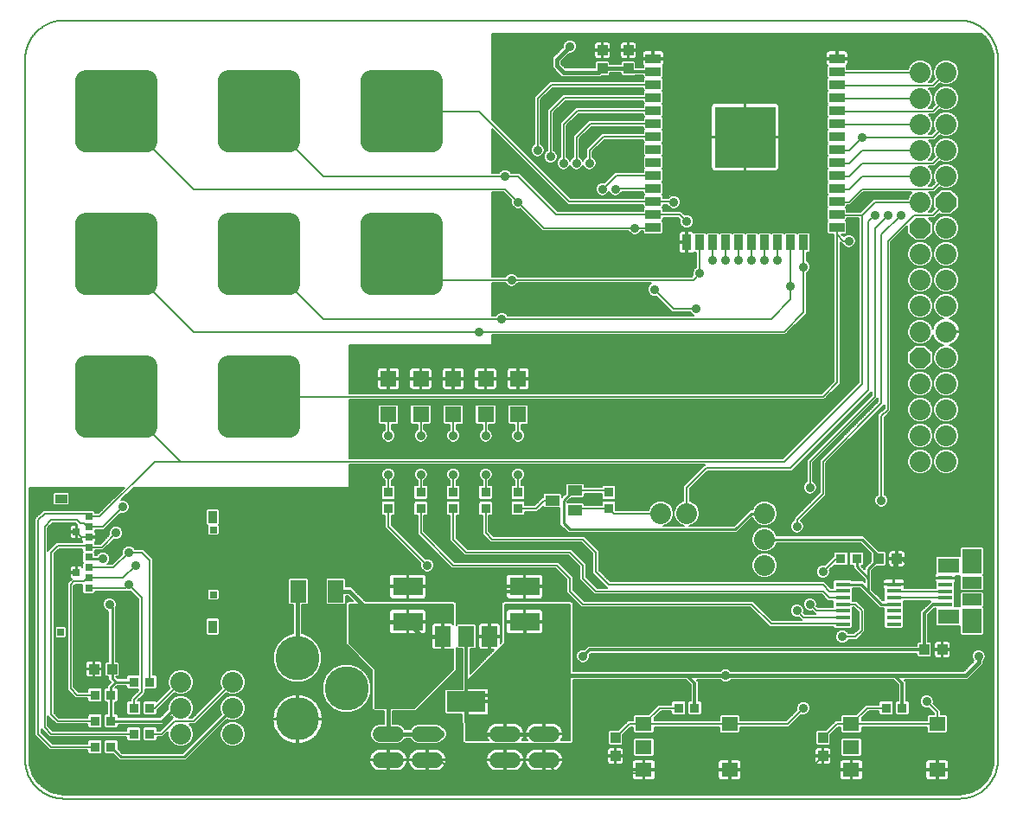
<source format=gtl>
G75*
%MOIN*%
%OFA0B0*%
%FSLAX25Y25*%
%IPPOS*%
%LPD*%
%AMOC8*
5,1,8,0,0,1.08239X$1,22.5*
%
%ADD10C,0.00600*%
%ADD11R,0.03937X0.03937*%
%ADD12C,0.07874*%
%ADD13R,0.11811X0.07087*%
%ADD14R,0.05984X0.08583*%
%ADD15R,0.06299X0.05906*%
%ADD16C,0.16992*%
%ADD17C,0.16598*%
%ADD18R,0.02953X0.02756*%
%ADD19R,0.02559X0.02756*%
%ADD20R,0.04528X0.03366*%
%ADD21R,0.03346X0.04724*%
%ADD22R,0.02953X0.02559*%
%ADD23R,0.03346X0.05118*%
%ADD24OC8,0.08000*%
%ADD25C,0.08000*%
%ADD26C,0.06000*%
%ADD27R,0.05512X0.03937*%
%ADD28R,0.03799X0.03799*%
%ADD29R,0.06299X0.05512*%
%ADD30R,0.05433X0.01772*%
%ADD31R,0.08268X0.05807*%
%ADD32R,0.07480X0.04626*%
%ADD33R,0.07480X0.09350*%
%ADD34R,0.05906X0.03543*%
%ADD35R,0.03543X0.05906*%
%ADD36R,0.23622X0.23622*%
%ADD37R,0.14961X0.07874*%
%ADD38R,0.05906X0.07874*%
%ADD39R,0.05709X0.01772*%
%ADD40C,0.00800*%
%ADD41C,0.01200*%
%ADD42C,0.03562*%
%ADD43C,0.01000*%
%ADD44C,0.01600*%
D10*
X0037223Y0030517D02*
X0402967Y0030517D01*
X0403226Y0030776D02*
X0400753Y0028302D01*
X0397723Y0026553D01*
X0394344Y0025648D01*
X0392595Y0025533D01*
X0047595Y0025533D01*
X0045846Y0025648D01*
X0042467Y0026553D01*
X0039438Y0028302D01*
X0036964Y0030776D01*
X0035215Y0033805D01*
X0034310Y0037184D01*
X0034195Y0038933D01*
X0034195Y0143933D01*
X0070757Y0143933D01*
X0060856Y0134032D01*
X0059479Y0134032D01*
X0059479Y0134483D01*
X0058952Y0135010D01*
X0058356Y0135010D01*
X0058134Y0135233D01*
X0039557Y0135233D01*
X0038795Y0134472D01*
X0038795Y0134472D01*
X0036295Y0131972D01*
X0036295Y0048395D01*
X0037057Y0047633D01*
X0042057Y0042633D01*
X0056695Y0042633D01*
X0056695Y0041661D01*
X0057222Y0041133D01*
X0061767Y0041133D01*
X0062294Y0041661D01*
X0062294Y0046205D01*
X0061767Y0046733D01*
X0057222Y0046733D01*
X0056695Y0046205D01*
X0056695Y0045233D01*
X0043134Y0045233D01*
X0038895Y0049472D01*
X0038895Y0050795D01*
X0039557Y0050133D01*
X0042057Y0047633D01*
X0071695Y0047633D01*
X0071695Y0046661D01*
X0072222Y0046133D01*
X0076767Y0046133D01*
X0077294Y0046661D01*
X0077294Y0051205D01*
X0076767Y0051733D01*
X0072222Y0051733D01*
X0071695Y0051205D01*
X0071695Y0050233D01*
X0043134Y0050233D01*
X0041395Y0051972D01*
X0041395Y0055795D01*
X0042057Y0055133D01*
X0044557Y0052633D01*
X0056695Y0052633D01*
X0056695Y0051661D01*
X0057222Y0051133D01*
X0061767Y0051133D01*
X0062294Y0051661D01*
X0062294Y0056205D01*
X0061767Y0056733D01*
X0057222Y0056733D01*
X0056695Y0056205D01*
X0056695Y0055233D01*
X0045634Y0055233D01*
X0043895Y0056972D01*
X0043895Y0118395D01*
X0045634Y0120133D01*
X0054727Y0120133D01*
X0054727Y0119171D01*
X0054944Y0118953D01*
X0054727Y0118735D01*
X0054727Y0115234D01*
X0054944Y0115016D01*
X0054727Y0114798D01*
X0054727Y0113206D01*
X0054698Y0113255D01*
X0054456Y0113497D01*
X0054160Y0113668D01*
X0053829Y0113757D01*
X0052679Y0113757D01*
X0052679Y0111379D01*
X0052079Y0111379D01*
X0052079Y0113757D01*
X0050928Y0113757D01*
X0050597Y0113668D01*
X0050301Y0113497D01*
X0050059Y0113255D01*
X0049888Y0112958D01*
X0049799Y0112628D01*
X0049799Y0111379D01*
X0052079Y0111379D01*
X0052079Y0110779D01*
X0049799Y0110779D01*
X0049799Y0109530D01*
X0049888Y0109199D01*
X0050059Y0108903D01*
X0050301Y0108661D01*
X0050417Y0108593D01*
X0048795Y0106972D01*
X0048795Y0065895D01*
X0049557Y0065133D01*
X0052057Y0062633D01*
X0056695Y0062633D01*
X0056695Y0061661D01*
X0057222Y0061133D01*
X0061767Y0061133D01*
X0062294Y0061661D01*
X0062294Y0066205D01*
X0061767Y0066733D01*
X0057222Y0066733D01*
X0056695Y0066205D01*
X0056695Y0065233D01*
X0053134Y0065233D01*
X0051395Y0066972D01*
X0051395Y0105895D01*
X0051884Y0106383D01*
X0054727Y0106383D01*
X0054727Y0103422D01*
X0055254Y0102895D01*
X0058952Y0102895D01*
X0059479Y0103422D01*
X0059479Y0103873D01*
X0071769Y0103873D01*
X0072062Y0103752D01*
X0073128Y0103752D01*
X0073347Y0103843D01*
X0076295Y0100895D01*
X0076295Y0071733D01*
X0072222Y0071733D01*
X0071695Y0071205D01*
X0071695Y0070333D01*
X0068175Y0070333D01*
X0067495Y0071013D01*
X0067495Y0071065D01*
X0068436Y0071065D01*
X0068964Y0071592D01*
X0068964Y0076274D01*
X0068436Y0076802D01*
X0067495Y0076802D01*
X0067495Y0097721D01*
X0067776Y0098400D01*
X0067776Y0099466D01*
X0067368Y0100452D01*
X0066614Y0101206D01*
X0065628Y0101614D01*
X0064562Y0101614D01*
X0063576Y0101206D01*
X0062822Y0100452D01*
X0062414Y0099466D01*
X0062414Y0098400D01*
X0062822Y0097414D01*
X0063576Y0096660D01*
X0064562Y0096252D01*
X0064695Y0096252D01*
X0064695Y0076802D01*
X0063754Y0076802D01*
X0063227Y0076274D01*
X0063227Y0071592D01*
X0063754Y0071065D01*
X0064695Y0071065D01*
X0064695Y0069853D01*
X0065615Y0068933D01*
X0064296Y0067613D01*
X0064296Y0066733D01*
X0063423Y0066733D01*
X0062896Y0066205D01*
X0062896Y0061661D01*
X0063423Y0061133D01*
X0064296Y0061133D01*
X0064296Y0056733D01*
X0063423Y0056733D01*
X0062896Y0056205D01*
X0062896Y0051661D01*
X0063423Y0051133D01*
X0067968Y0051133D01*
X0068495Y0051661D01*
X0068495Y0052533D01*
X0085675Y0052533D01*
X0086495Y0053353D01*
X0088870Y0055728D01*
X0089461Y0055137D01*
X0084557Y0050233D01*
X0083495Y0050233D01*
X0083495Y0051205D01*
X0082968Y0051733D01*
X0078423Y0051733D01*
X0077896Y0051205D01*
X0077896Y0046661D01*
X0078423Y0046133D01*
X0082968Y0046133D01*
X0083495Y0046661D01*
X0083495Y0047633D01*
X0085634Y0047633D01*
X0086395Y0048395D01*
X0087695Y0049695D01*
X0087695Y0047958D01*
X0088441Y0046157D01*
X0089820Y0044779D01*
X0091620Y0044033D01*
X0093570Y0044033D01*
X0095371Y0044779D01*
X0096749Y0046157D01*
X0097495Y0047958D01*
X0097495Y0049908D01*
X0096749Y0051709D01*
X0095825Y0052633D01*
X0098134Y0052633D01*
X0098895Y0053395D01*
X0110145Y0064644D01*
X0111620Y0064033D01*
X0109534Y0064033D01*
X0108935Y0063435D02*
X0110659Y0063435D01*
X0109820Y0063087D02*
X0111620Y0063833D01*
X0113570Y0063833D01*
X0115371Y0063087D01*
X0116749Y0061709D01*
X0117495Y0059908D01*
X0117495Y0057958D01*
X0116749Y0056157D01*
X0115371Y0054779D01*
X0113570Y0054033D01*
X0111620Y0054033D01*
X0110245Y0054603D01*
X0095245Y0039603D01*
X0094425Y0038783D01*
X0068866Y0038783D01*
X0066515Y0041133D01*
X0063423Y0041133D01*
X0062896Y0041661D01*
X0062896Y0046205D01*
X0063423Y0046733D01*
X0067968Y0046733D01*
X0068495Y0046205D01*
X0068495Y0043113D01*
X0070025Y0041583D01*
X0093265Y0041583D01*
X0108265Y0056583D01*
X0107695Y0057958D01*
X0107695Y0059908D01*
X0108441Y0061709D01*
X0109820Y0063087D01*
X0109569Y0062836D02*
X0108337Y0062836D01*
X0107738Y0062238D02*
X0108970Y0062238D01*
X0108412Y0061639D02*
X0107140Y0061639D01*
X0106541Y0061041D02*
X0108164Y0061041D01*
X0107917Y0060442D02*
X0105943Y0060442D01*
X0105344Y0059844D02*
X0107695Y0059844D01*
X0107695Y0059245D02*
X0104746Y0059245D01*
X0104147Y0058647D02*
X0107695Y0058647D01*
X0107695Y0058048D02*
X0103549Y0058048D01*
X0102950Y0057450D02*
X0107906Y0057450D01*
X0108154Y0056851D02*
X0102352Y0056851D01*
X0101753Y0056253D02*
X0107935Y0056253D01*
X0107336Y0055654D02*
X0101155Y0055654D01*
X0100556Y0055056D02*
X0106738Y0055056D01*
X0106139Y0054457D02*
X0099958Y0054457D01*
X0099359Y0053859D02*
X0105541Y0053859D01*
X0104942Y0053260D02*
X0098761Y0053260D01*
X0098162Y0052662D02*
X0104344Y0052662D01*
X0103745Y0052063D02*
X0096395Y0052063D01*
X0096850Y0051465D02*
X0103147Y0051465D01*
X0102548Y0050866D02*
X0097098Y0050866D01*
X0097346Y0050268D02*
X0101950Y0050268D01*
X0101351Y0049669D02*
X0097495Y0049669D01*
X0097495Y0049071D02*
X0100753Y0049071D01*
X0100154Y0048472D02*
X0097495Y0048472D01*
X0097460Y0047874D02*
X0099556Y0047874D01*
X0098957Y0047275D02*
X0097212Y0047275D01*
X0096964Y0046677D02*
X0098359Y0046677D01*
X0097760Y0046078D02*
X0096670Y0046078D01*
X0097162Y0045479D02*
X0096071Y0045479D01*
X0096563Y0044881D02*
X0095473Y0044881D01*
X0095965Y0044282D02*
X0094172Y0044282D01*
X0095366Y0043684D02*
X0068495Y0043684D01*
X0068495Y0044282D02*
X0091018Y0044282D01*
X0089718Y0044881D02*
X0068495Y0044881D01*
X0068495Y0045479D02*
X0089119Y0045479D01*
X0088521Y0046078D02*
X0068495Y0046078D01*
X0068024Y0046677D02*
X0071695Y0046677D01*
X0071695Y0047275D02*
X0041092Y0047275D01*
X0041690Y0046677D02*
X0057166Y0046677D01*
X0056695Y0046078D02*
X0042289Y0046078D01*
X0042887Y0045479D02*
X0056695Y0045479D01*
X0056695Y0042487D02*
X0034195Y0042487D01*
X0034195Y0043085D02*
X0041604Y0043085D01*
X0041006Y0043684D02*
X0034195Y0043684D01*
X0034195Y0044282D02*
X0040407Y0044282D01*
X0039809Y0044881D02*
X0034195Y0044881D01*
X0034195Y0045479D02*
X0039210Y0045479D01*
X0038612Y0046078D02*
X0034195Y0046078D01*
X0034195Y0046677D02*
X0038013Y0046677D01*
X0037415Y0047275D02*
X0034195Y0047275D01*
X0034195Y0047874D02*
X0036816Y0047874D01*
X0036295Y0048472D02*
X0034195Y0048472D01*
X0034195Y0049071D02*
X0036295Y0049071D01*
X0036295Y0049669D02*
X0034195Y0049669D01*
X0034195Y0050268D02*
X0036295Y0050268D01*
X0036295Y0050866D02*
X0034195Y0050866D01*
X0034195Y0051465D02*
X0036295Y0051465D01*
X0036295Y0052063D02*
X0034195Y0052063D01*
X0034195Y0052662D02*
X0036295Y0052662D01*
X0036295Y0053260D02*
X0034195Y0053260D01*
X0034195Y0053859D02*
X0036295Y0053859D01*
X0036295Y0054457D02*
X0034195Y0054457D01*
X0034195Y0055056D02*
X0036295Y0055056D01*
X0036295Y0055654D02*
X0034195Y0055654D01*
X0034195Y0056253D02*
X0036295Y0056253D01*
X0036295Y0056851D02*
X0034195Y0056851D01*
X0034195Y0057450D02*
X0036295Y0057450D01*
X0036295Y0058048D02*
X0034195Y0058048D01*
X0034195Y0058647D02*
X0036295Y0058647D01*
X0036295Y0059245D02*
X0034195Y0059245D01*
X0034195Y0059844D02*
X0036295Y0059844D01*
X0036295Y0060442D02*
X0034195Y0060442D01*
X0034195Y0061041D02*
X0036295Y0061041D01*
X0036295Y0061639D02*
X0034195Y0061639D01*
X0034195Y0062238D02*
X0036295Y0062238D01*
X0036295Y0062836D02*
X0034195Y0062836D01*
X0034195Y0063435D02*
X0036295Y0063435D01*
X0036295Y0064033D02*
X0034195Y0064033D01*
X0034195Y0064632D02*
X0036295Y0064632D01*
X0036295Y0065230D02*
X0034195Y0065230D01*
X0034195Y0065829D02*
X0036295Y0065829D01*
X0036295Y0066427D02*
X0034195Y0066427D01*
X0034195Y0067026D02*
X0036295Y0067026D01*
X0036295Y0067624D02*
X0034195Y0067624D01*
X0034195Y0068223D02*
X0036295Y0068223D01*
X0036295Y0068821D02*
X0034195Y0068821D01*
X0034195Y0069420D02*
X0036295Y0069420D01*
X0036295Y0070018D02*
X0034195Y0070018D01*
X0034195Y0070617D02*
X0036295Y0070617D01*
X0036295Y0071215D02*
X0034195Y0071215D01*
X0034195Y0071814D02*
X0036295Y0071814D01*
X0036295Y0072412D02*
X0034195Y0072412D01*
X0034195Y0073011D02*
X0036295Y0073011D01*
X0036295Y0073610D02*
X0034195Y0073610D01*
X0034195Y0074208D02*
X0036295Y0074208D01*
X0036295Y0074807D02*
X0034195Y0074807D01*
X0034195Y0075405D02*
X0036295Y0075405D01*
X0036295Y0076004D02*
X0034195Y0076004D01*
X0034195Y0076602D02*
X0036295Y0076602D01*
X0036295Y0077201D02*
X0034195Y0077201D01*
X0034195Y0077799D02*
X0036295Y0077799D01*
X0036295Y0078398D02*
X0034195Y0078398D01*
X0034195Y0078996D02*
X0036295Y0078996D01*
X0036295Y0079595D02*
X0034195Y0079595D01*
X0034195Y0080193D02*
X0036295Y0080193D01*
X0036295Y0080792D02*
X0034195Y0080792D01*
X0034195Y0081390D02*
X0036295Y0081390D01*
X0036295Y0081989D02*
X0034195Y0081989D01*
X0034195Y0082587D02*
X0036295Y0082587D01*
X0036295Y0083186D02*
X0034195Y0083186D01*
X0034195Y0083784D02*
X0036295Y0083784D01*
X0036295Y0084383D02*
X0034195Y0084383D01*
X0034195Y0084981D02*
X0036295Y0084981D01*
X0036295Y0085580D02*
X0034195Y0085580D01*
X0034195Y0086178D02*
X0036295Y0086178D01*
X0036295Y0086777D02*
X0034195Y0086777D01*
X0034195Y0087375D02*
X0036295Y0087375D01*
X0036295Y0087974D02*
X0034195Y0087974D01*
X0034195Y0088572D02*
X0036295Y0088572D01*
X0036295Y0089171D02*
X0034195Y0089171D01*
X0034195Y0089769D02*
X0036295Y0089769D01*
X0036295Y0090368D02*
X0034195Y0090368D01*
X0034195Y0090966D02*
X0036295Y0090966D01*
X0036295Y0091565D02*
X0034195Y0091565D01*
X0034195Y0092163D02*
X0036295Y0092163D01*
X0036295Y0092762D02*
X0034195Y0092762D01*
X0034195Y0093360D02*
X0036295Y0093360D01*
X0036295Y0093959D02*
X0034195Y0093959D01*
X0034195Y0094557D02*
X0036295Y0094557D01*
X0036295Y0095156D02*
X0034195Y0095156D01*
X0034195Y0095754D02*
X0036295Y0095754D01*
X0036295Y0096353D02*
X0034195Y0096353D01*
X0034195Y0096951D02*
X0036295Y0096951D01*
X0036295Y0097550D02*
X0034195Y0097550D01*
X0034195Y0098148D02*
X0036295Y0098148D01*
X0036295Y0098747D02*
X0034195Y0098747D01*
X0034195Y0099345D02*
X0036295Y0099345D01*
X0036295Y0099944D02*
X0034195Y0099944D01*
X0034195Y0100543D02*
X0036295Y0100543D01*
X0036295Y0101141D02*
X0034195Y0101141D01*
X0034195Y0101740D02*
X0036295Y0101740D01*
X0036295Y0102338D02*
X0034195Y0102338D01*
X0034195Y0102937D02*
X0036295Y0102937D01*
X0036295Y0103535D02*
X0034195Y0103535D01*
X0034195Y0104134D02*
X0036295Y0104134D01*
X0036295Y0104732D02*
X0034195Y0104732D01*
X0034195Y0105331D02*
X0036295Y0105331D01*
X0036295Y0105929D02*
X0034195Y0105929D01*
X0034195Y0106528D02*
X0036295Y0106528D01*
X0036295Y0107126D02*
X0034195Y0107126D01*
X0034195Y0107725D02*
X0036295Y0107725D01*
X0036295Y0108323D02*
X0034195Y0108323D01*
X0034195Y0108922D02*
X0036295Y0108922D01*
X0036295Y0109520D02*
X0034195Y0109520D01*
X0034195Y0110119D02*
X0036295Y0110119D01*
X0036295Y0110717D02*
X0034195Y0110717D01*
X0034195Y0111316D02*
X0036295Y0111316D01*
X0036295Y0111914D02*
X0034195Y0111914D01*
X0034195Y0112513D02*
X0036295Y0112513D01*
X0036295Y0113111D02*
X0034195Y0113111D01*
X0034195Y0113710D02*
X0036295Y0113710D01*
X0036295Y0114308D02*
X0034195Y0114308D01*
X0034195Y0114907D02*
X0036295Y0114907D01*
X0036295Y0115505D02*
X0034195Y0115505D01*
X0034195Y0116104D02*
X0036295Y0116104D01*
X0036295Y0116702D02*
X0034195Y0116702D01*
X0034195Y0117301D02*
X0036295Y0117301D01*
X0036295Y0117899D02*
X0034195Y0117899D01*
X0034195Y0118498D02*
X0036295Y0118498D01*
X0036295Y0119096D02*
X0034195Y0119096D01*
X0034195Y0119695D02*
X0036295Y0119695D01*
X0036295Y0120293D02*
X0034195Y0120293D01*
X0034195Y0120892D02*
X0036295Y0120892D01*
X0036295Y0121490D02*
X0034195Y0121490D01*
X0034195Y0122089D02*
X0036295Y0122089D01*
X0036295Y0122687D02*
X0034195Y0122687D01*
X0034195Y0123286D02*
X0036295Y0123286D01*
X0036295Y0123884D02*
X0034195Y0123884D01*
X0034195Y0124483D02*
X0036295Y0124483D01*
X0036295Y0125081D02*
X0034195Y0125081D01*
X0034195Y0125680D02*
X0036295Y0125680D01*
X0036295Y0126279D02*
X0034195Y0126279D01*
X0034195Y0126877D02*
X0036295Y0126877D01*
X0036295Y0127476D02*
X0034195Y0127476D01*
X0034195Y0128074D02*
X0036295Y0128074D01*
X0036295Y0128673D02*
X0034195Y0128673D01*
X0034195Y0129271D02*
X0036295Y0129271D01*
X0036295Y0129870D02*
X0034195Y0129870D01*
X0034195Y0130468D02*
X0036295Y0130468D01*
X0036295Y0131067D02*
X0034195Y0131067D01*
X0034195Y0131665D02*
X0036295Y0131665D01*
X0036587Y0132264D02*
X0034195Y0132264D01*
X0034195Y0132862D02*
X0037186Y0132862D01*
X0037784Y0133461D02*
X0034195Y0133461D01*
X0034195Y0134059D02*
X0038383Y0134059D01*
X0038981Y0134658D02*
X0034195Y0134658D01*
X0034195Y0135256D02*
X0062080Y0135256D01*
X0062678Y0135855D02*
X0034195Y0135855D01*
X0034195Y0136453D02*
X0063277Y0136453D01*
X0063875Y0137052D02*
X0049162Y0137052D01*
X0049110Y0137000D02*
X0049637Y0137527D01*
X0049637Y0141639D01*
X0049110Y0142166D01*
X0043837Y0142166D01*
X0043309Y0141639D01*
X0043309Y0137527D01*
X0043837Y0137000D01*
X0049110Y0137000D01*
X0049637Y0137650D02*
X0064474Y0137650D01*
X0065072Y0138249D02*
X0049637Y0138249D01*
X0049637Y0138847D02*
X0065671Y0138847D01*
X0066269Y0139446D02*
X0049637Y0139446D01*
X0049637Y0140044D02*
X0066868Y0140044D01*
X0067466Y0140643D02*
X0049637Y0140643D01*
X0049637Y0141241D02*
X0068065Y0141241D01*
X0068663Y0141840D02*
X0049436Y0141840D01*
X0043511Y0141840D02*
X0034195Y0141840D01*
X0034195Y0142438D02*
X0069262Y0142438D01*
X0069860Y0143037D02*
X0034195Y0143037D01*
X0034195Y0143635D02*
X0070459Y0143635D01*
X0072340Y0141840D02*
X0169796Y0141840D01*
X0169796Y0142438D02*
X0072939Y0142438D01*
X0073537Y0143037D02*
X0169796Y0143037D01*
X0169796Y0143635D02*
X0074136Y0143635D01*
X0074434Y0143933D02*
X0157595Y0143933D01*
X0157595Y0152633D01*
X0294457Y0152633D01*
X0293795Y0151972D01*
X0286295Y0144472D01*
X0286295Y0138698D01*
X0284820Y0138087D01*
X0283441Y0136709D01*
X0282695Y0134908D01*
X0282695Y0132958D01*
X0283441Y0131157D01*
X0284820Y0129779D01*
X0286500Y0129083D01*
X0278690Y0129083D01*
X0280371Y0129779D01*
X0281749Y0131157D01*
X0282495Y0132958D01*
X0282495Y0134908D01*
X0281749Y0136709D01*
X0280371Y0138087D01*
X0278570Y0138833D01*
X0276620Y0138833D01*
X0274820Y0138087D01*
X0273441Y0136709D01*
X0272830Y0135233D01*
X0260395Y0135233D01*
X0260395Y0138105D01*
X0259868Y0138632D01*
X0255323Y0138632D01*
X0254796Y0138105D01*
X0254796Y0137133D01*
X0248082Y0137133D01*
X0248082Y0137534D01*
X0247555Y0138061D01*
X0241495Y0138061D01*
X0241495Y0138353D01*
X0242947Y0139805D01*
X0247555Y0139805D01*
X0248082Y0140332D01*
X0248082Y0141373D01*
X0254796Y0141373D01*
X0254796Y0139761D01*
X0255323Y0139234D01*
X0259868Y0139234D01*
X0260395Y0139761D01*
X0260395Y0144306D01*
X0259868Y0144833D01*
X0255323Y0144833D01*
X0254796Y0144306D01*
X0254796Y0143973D01*
X0248082Y0143973D01*
X0248082Y0145015D01*
X0247555Y0145542D01*
X0241297Y0145542D01*
X0240770Y0145015D01*
X0240770Y0141588D01*
X0239515Y0140333D01*
X0239420Y0140238D01*
X0239420Y0141274D01*
X0238893Y0141802D01*
X0232636Y0141802D01*
X0232109Y0141274D01*
X0232109Y0140233D01*
X0232057Y0140233D01*
X0231295Y0139472D01*
X0228956Y0137133D01*
X0225395Y0137133D01*
X0225395Y0138105D01*
X0224868Y0138632D01*
X0220323Y0138632D01*
X0219796Y0138105D01*
X0219796Y0133560D01*
X0220323Y0133033D01*
X0224868Y0133033D01*
X0225395Y0133560D01*
X0225395Y0134533D01*
X0230033Y0134533D01*
X0232109Y0136608D01*
X0232109Y0136592D01*
X0232636Y0136065D01*
X0238695Y0136065D01*
X0238695Y0129603D01*
X0241195Y0127103D01*
X0242015Y0126283D01*
X0306925Y0126283D01*
X0312960Y0132318D01*
X0313441Y0131157D01*
X0314820Y0129779D01*
X0316620Y0129033D01*
X0318570Y0129033D01*
X0320371Y0129779D01*
X0321749Y0131157D01*
X0322495Y0132958D01*
X0322495Y0134908D01*
X0321749Y0136709D01*
X0320371Y0138087D01*
X0318570Y0138833D01*
X0316620Y0138833D01*
X0314820Y0138087D01*
X0313441Y0136709D01*
X0312871Y0135333D01*
X0312015Y0135333D01*
X0311195Y0134513D01*
X0305765Y0129083D01*
X0288690Y0129083D01*
X0290371Y0129779D01*
X0291749Y0131157D01*
X0292495Y0132958D01*
X0292495Y0134908D01*
X0291749Y0136709D01*
X0290371Y0138087D01*
X0288895Y0138698D01*
X0288895Y0143395D01*
X0295634Y0150133D01*
X0328134Y0150133D01*
X0358134Y0180133D01*
X0358795Y0180795D01*
X0358795Y0179472D01*
X0333795Y0154472D01*
X0333795Y0146297D01*
X0333576Y0146206D01*
X0332822Y0145452D01*
X0332414Y0144466D01*
X0332414Y0143400D01*
X0332822Y0142414D01*
X0333576Y0141660D01*
X0334562Y0141252D01*
X0335628Y0141252D01*
X0336614Y0141660D01*
X0337368Y0142414D01*
X0337776Y0143400D01*
X0337776Y0144466D01*
X0337368Y0145452D01*
X0336614Y0146206D01*
X0336395Y0146297D01*
X0336395Y0153395D01*
X0360634Y0177633D01*
X0361295Y0178295D01*
X0361295Y0176972D01*
X0338795Y0154472D01*
X0338795Y0141972D01*
X0328795Y0131972D01*
X0328795Y0131297D01*
X0328576Y0131206D01*
X0327822Y0130452D01*
X0327414Y0129466D01*
X0327414Y0128400D01*
X0327822Y0127414D01*
X0328576Y0126660D01*
X0329562Y0126252D01*
X0330628Y0126252D01*
X0331614Y0126660D01*
X0332368Y0127414D01*
X0332776Y0128400D01*
X0332776Y0129466D01*
X0332368Y0130452D01*
X0331660Y0131160D01*
X0340634Y0140133D01*
X0341395Y0140895D01*
X0341395Y0153395D01*
X0363134Y0175133D01*
X0363795Y0175795D01*
X0363795Y0174472D01*
X0361295Y0171972D01*
X0361295Y0141297D01*
X0361076Y0141206D01*
X0360322Y0140452D01*
X0359914Y0139466D01*
X0359914Y0138400D01*
X0360322Y0137414D01*
X0361076Y0136660D01*
X0362062Y0136252D01*
X0363128Y0136252D01*
X0364114Y0136660D01*
X0364868Y0137414D01*
X0365276Y0138400D01*
X0365276Y0139466D01*
X0364868Y0140452D01*
X0364114Y0141206D01*
X0363895Y0141297D01*
X0363895Y0170895D01*
X0366395Y0173395D01*
X0366395Y0238395D01*
X0372695Y0244695D01*
X0372695Y0241903D01*
X0375565Y0239033D01*
X0379625Y0239033D01*
X0382495Y0241903D01*
X0382495Y0245963D01*
X0380825Y0247633D01*
X0383134Y0247633D01*
X0385050Y0249549D01*
X0385565Y0249033D01*
X0389625Y0249033D01*
X0392495Y0251903D01*
X0392495Y0255963D01*
X0389625Y0258833D01*
X0385565Y0258833D01*
X0382695Y0255963D01*
X0382695Y0251903D01*
X0383211Y0251387D01*
X0382057Y0250233D01*
X0380825Y0250233D01*
X0381749Y0251157D01*
X0382495Y0252958D01*
X0382495Y0254908D01*
X0381749Y0256709D01*
X0380825Y0257633D01*
X0383134Y0257633D01*
X0383895Y0258395D01*
X0385145Y0259644D01*
X0386620Y0259033D01*
X0388570Y0259033D01*
X0390371Y0259779D01*
X0391749Y0261157D01*
X0392495Y0262958D01*
X0392495Y0264908D01*
X0391749Y0266709D01*
X0390371Y0268087D01*
X0388570Y0268833D01*
X0386620Y0268833D01*
X0384820Y0268087D01*
X0383441Y0266709D01*
X0382695Y0264908D01*
X0382695Y0262958D01*
X0383306Y0261483D01*
X0382057Y0260233D01*
X0380825Y0260233D01*
X0381749Y0261157D01*
X0382495Y0262958D01*
X0382495Y0264908D01*
X0381749Y0266709D01*
X0380825Y0267633D01*
X0383134Y0267633D01*
X0383895Y0268395D01*
X0385145Y0269644D01*
X0386620Y0269033D01*
X0388570Y0269033D01*
X0390371Y0269779D01*
X0391749Y0271157D01*
X0392495Y0272958D01*
X0392495Y0274908D01*
X0391749Y0276709D01*
X0390371Y0278087D01*
X0388570Y0278833D01*
X0386620Y0278833D01*
X0384820Y0278087D01*
X0383441Y0276709D01*
X0382695Y0274908D01*
X0382695Y0272958D01*
X0383306Y0271483D01*
X0382057Y0270233D01*
X0380825Y0270233D01*
X0381749Y0271157D01*
X0382495Y0272958D01*
X0382495Y0274908D01*
X0381749Y0276709D01*
X0380825Y0277633D01*
X0383134Y0277633D01*
X0383895Y0278395D01*
X0385145Y0279644D01*
X0386620Y0279033D01*
X0388570Y0279033D01*
X0390371Y0279779D01*
X0391749Y0281157D01*
X0392495Y0282958D01*
X0392495Y0284908D01*
X0391749Y0286709D01*
X0390371Y0288087D01*
X0388570Y0288833D01*
X0386620Y0288833D01*
X0384820Y0288087D01*
X0383441Y0286709D01*
X0382695Y0284908D01*
X0382695Y0282958D01*
X0383306Y0281483D01*
X0382057Y0280233D01*
X0380825Y0280233D01*
X0381749Y0281157D01*
X0382495Y0282958D01*
X0382495Y0284908D01*
X0381749Y0286709D01*
X0380825Y0287633D01*
X0383134Y0287633D01*
X0383895Y0288395D01*
X0385145Y0289644D01*
X0386620Y0289033D01*
X0388570Y0289033D01*
X0390371Y0289779D01*
X0391749Y0291157D01*
X0392495Y0292958D01*
X0392495Y0294908D01*
X0391749Y0296709D01*
X0390371Y0298087D01*
X0388570Y0298833D01*
X0386620Y0298833D01*
X0384820Y0298087D01*
X0383441Y0296709D01*
X0382695Y0294908D01*
X0382695Y0292958D01*
X0383306Y0291483D01*
X0382057Y0290233D01*
X0380825Y0290233D01*
X0381749Y0291157D01*
X0382495Y0292958D01*
X0382495Y0294908D01*
X0381749Y0296709D01*
X0380825Y0297633D01*
X0383134Y0297633D01*
X0383895Y0298395D01*
X0385145Y0299644D01*
X0386620Y0299033D01*
X0388570Y0299033D01*
X0390371Y0299779D01*
X0391749Y0301157D01*
X0392495Y0302958D01*
X0392495Y0304908D01*
X0391749Y0306709D01*
X0390371Y0308087D01*
X0388570Y0308833D01*
X0386620Y0308833D01*
X0384820Y0308087D01*
X0383441Y0306709D01*
X0382695Y0304908D01*
X0382695Y0302958D01*
X0383306Y0301483D01*
X0382057Y0300233D01*
X0380825Y0300233D01*
X0381749Y0301157D01*
X0382495Y0302958D01*
X0382495Y0304908D01*
X0381749Y0306709D01*
X0380371Y0308087D01*
X0378570Y0308833D01*
X0376620Y0308833D01*
X0374820Y0308087D01*
X0373441Y0306709D01*
X0372830Y0305233D01*
X0349381Y0305233D01*
X0349381Y0306392D01*
X0349308Y0306465D01*
X0349521Y0306678D01*
X0349692Y0306975D01*
X0349781Y0307305D01*
X0349781Y0308948D01*
X0345828Y0308948D01*
X0345828Y0309548D01*
X0345228Y0309548D01*
X0345228Y0308948D01*
X0341275Y0308948D01*
X0341275Y0307305D01*
X0341364Y0306975D01*
X0341535Y0306678D01*
X0341748Y0306465D01*
X0341675Y0306392D01*
X0341675Y0302104D01*
X0342031Y0301748D01*
X0341675Y0301392D01*
X0341675Y0297104D01*
X0342031Y0296748D01*
X0341675Y0296392D01*
X0341675Y0292104D01*
X0342031Y0291748D01*
X0341675Y0291392D01*
X0341675Y0287104D01*
X0342031Y0286748D01*
X0341675Y0286392D01*
X0341675Y0282104D01*
X0342031Y0281748D01*
X0341675Y0281392D01*
X0341675Y0277104D01*
X0342031Y0276748D01*
X0341675Y0276392D01*
X0341675Y0272104D01*
X0342031Y0271748D01*
X0341675Y0271392D01*
X0341675Y0267104D01*
X0342031Y0266748D01*
X0341675Y0266392D01*
X0341675Y0262104D01*
X0342031Y0261748D01*
X0341675Y0261392D01*
X0341675Y0257104D01*
X0342031Y0256748D01*
X0341675Y0256392D01*
X0341675Y0252104D01*
X0342031Y0251748D01*
X0341675Y0251392D01*
X0341675Y0247104D01*
X0342031Y0246748D01*
X0341675Y0246392D01*
X0341675Y0242104D01*
X0342203Y0241576D01*
X0344228Y0241576D01*
X0344228Y0184905D01*
X0339557Y0180233D01*
X0157595Y0180233D01*
X0157595Y0198933D01*
X0212595Y0198933D01*
X0212595Y0202633D01*
X0325634Y0202633D01*
X0326395Y0203395D01*
X0333895Y0210895D01*
X0333895Y0226570D01*
X0334114Y0226660D01*
X0334868Y0227414D01*
X0335276Y0228400D01*
X0335276Y0229466D01*
X0334868Y0230452D01*
X0334114Y0231206D01*
X0333895Y0231297D01*
X0333895Y0234529D01*
X0334740Y0234529D01*
X0335267Y0235056D01*
X0335267Y0241707D01*
X0334740Y0242235D01*
X0330451Y0242235D01*
X0330095Y0241879D01*
X0329740Y0242235D01*
X0325451Y0242235D01*
X0325095Y0241879D01*
X0324740Y0242235D01*
X0320451Y0242235D01*
X0320095Y0241879D01*
X0319740Y0242235D01*
X0315451Y0242235D01*
X0315095Y0241879D01*
X0314740Y0242235D01*
X0310451Y0242235D01*
X0310095Y0241879D01*
X0309740Y0242235D01*
X0305451Y0242235D01*
X0305095Y0241879D01*
X0304740Y0242235D01*
X0300451Y0242235D01*
X0300095Y0241879D01*
X0299740Y0242235D01*
X0295451Y0242235D01*
X0295095Y0241879D01*
X0294740Y0242235D01*
X0290451Y0242235D01*
X0290378Y0242162D01*
X0290165Y0242375D01*
X0289869Y0242546D01*
X0289538Y0242635D01*
X0287895Y0242635D01*
X0287895Y0238682D01*
X0287295Y0238682D01*
X0287295Y0238082D01*
X0284523Y0238082D01*
X0284523Y0235258D01*
X0284612Y0234927D01*
X0284783Y0234631D01*
X0285025Y0234389D01*
X0285322Y0234218D01*
X0285652Y0234129D01*
X0287295Y0234129D01*
X0287295Y0238082D01*
X0287895Y0238082D01*
X0287895Y0234129D01*
X0289538Y0234129D01*
X0289869Y0234218D01*
X0290165Y0234389D01*
X0290378Y0234602D01*
X0290451Y0234529D01*
X0291295Y0234529D01*
X0291295Y0228797D01*
X0291076Y0228706D01*
X0290322Y0227952D01*
X0289914Y0226966D01*
X0289914Y0225900D01*
X0290005Y0225681D01*
X0289557Y0225233D01*
X0222459Y0225233D01*
X0222368Y0225452D01*
X0221614Y0226206D01*
X0220628Y0226614D01*
X0219562Y0226614D01*
X0218576Y0226206D01*
X0217822Y0225452D01*
X0217732Y0225233D01*
X0212595Y0225233D01*
X0212595Y0257633D01*
X0217057Y0257633D01*
X0220005Y0254685D01*
X0219914Y0254466D01*
X0219914Y0253400D01*
X0220322Y0252414D01*
X0221076Y0251660D01*
X0222062Y0251252D01*
X0223128Y0251252D01*
X0223347Y0251343D01*
X0232057Y0242633D01*
X0265232Y0242633D01*
X0265322Y0242414D01*
X0266076Y0241660D01*
X0267062Y0241252D01*
X0268128Y0241252D01*
X0269114Y0241660D01*
X0269868Y0242414D01*
X0269959Y0242633D01*
X0270809Y0242633D01*
X0270809Y0242104D01*
X0271337Y0241576D01*
X0277988Y0241576D01*
X0278515Y0242104D01*
X0278515Y0246392D01*
X0278159Y0246748D01*
X0278515Y0247104D01*
X0278515Y0247948D01*
X0284242Y0247948D01*
X0285005Y0247185D01*
X0284914Y0246966D01*
X0284914Y0245900D01*
X0285322Y0244914D01*
X0286076Y0244160D01*
X0287062Y0243752D01*
X0288128Y0243752D01*
X0289114Y0244160D01*
X0289868Y0244914D01*
X0290276Y0245900D01*
X0290276Y0246966D01*
X0289868Y0247952D01*
X0289114Y0248706D01*
X0288128Y0249114D01*
X0287062Y0249114D01*
X0286843Y0249024D01*
X0285319Y0250548D01*
X0278515Y0250548D01*
X0278515Y0251392D01*
X0278159Y0251748D01*
X0278515Y0252104D01*
X0278515Y0252948D01*
X0280101Y0252948D01*
X0280322Y0252414D01*
X0281076Y0251660D01*
X0282062Y0251252D01*
X0283128Y0251252D01*
X0284114Y0251660D01*
X0284868Y0252414D01*
X0285276Y0253400D01*
X0285276Y0254466D01*
X0284868Y0255452D01*
X0284114Y0256206D01*
X0283128Y0256614D01*
X0282062Y0256614D01*
X0281076Y0256206D01*
X0280418Y0255548D01*
X0278515Y0255548D01*
X0278515Y0256392D01*
X0278159Y0256748D01*
X0278515Y0257104D01*
X0278515Y0261392D01*
X0278159Y0261748D01*
X0278515Y0262104D01*
X0278515Y0266392D01*
X0278159Y0266748D01*
X0278515Y0267104D01*
X0278515Y0271392D01*
X0278159Y0271748D01*
X0278515Y0272104D01*
X0278515Y0276392D01*
X0278159Y0276748D01*
X0278515Y0277104D01*
X0278515Y0281392D01*
X0278159Y0281748D01*
X0278515Y0282104D01*
X0278515Y0286392D01*
X0278159Y0286748D01*
X0278515Y0287104D01*
X0278515Y0291392D01*
X0278159Y0291748D01*
X0278515Y0292104D01*
X0278515Y0296392D01*
X0278159Y0296748D01*
X0278515Y0297104D01*
X0278515Y0301392D01*
X0278159Y0301748D01*
X0278515Y0302104D01*
X0278515Y0306392D01*
X0278442Y0306465D01*
X0278655Y0306678D01*
X0278826Y0306975D01*
X0278915Y0307305D01*
X0278915Y0308948D01*
X0274962Y0308948D01*
X0274962Y0309548D01*
X0274362Y0309548D01*
X0274362Y0308948D01*
X0270409Y0308948D01*
X0270409Y0307305D01*
X0270498Y0306975D01*
X0270669Y0306678D01*
X0270882Y0306465D01*
X0270809Y0306392D01*
X0270809Y0305748D01*
X0267964Y0305748D01*
X0267964Y0307774D01*
X0267436Y0308302D01*
X0262754Y0308302D01*
X0262227Y0307774D01*
X0262227Y0307133D01*
X0257964Y0307133D01*
X0257964Y0307774D01*
X0257436Y0308302D01*
X0252754Y0308302D01*
X0252227Y0307774D01*
X0252227Y0305633D01*
X0240799Y0305633D01*
X0239295Y0307137D01*
X0239295Y0308229D01*
X0242318Y0311252D01*
X0243128Y0311252D01*
X0244114Y0311660D01*
X0244868Y0312414D01*
X0245276Y0313400D01*
X0245276Y0314466D01*
X0244868Y0315452D01*
X0244114Y0316206D01*
X0243128Y0316614D01*
X0242062Y0316614D01*
X0241076Y0316206D01*
X0240322Y0315452D01*
X0239914Y0314466D01*
X0239914Y0313656D01*
X0236891Y0310633D01*
X0235895Y0309637D01*
X0235895Y0305729D01*
X0238395Y0303229D01*
X0239391Y0302233D01*
X0254299Y0302233D01*
X0254631Y0302565D01*
X0257436Y0302565D01*
X0257964Y0303092D01*
X0257964Y0303733D01*
X0262227Y0303733D01*
X0262227Y0303092D01*
X0262754Y0302565D01*
X0267436Y0302565D01*
X0267620Y0302748D01*
X0270809Y0302748D01*
X0270809Y0302104D01*
X0271165Y0301748D01*
X0270809Y0301392D01*
X0270809Y0300548D01*
X0234872Y0300548D01*
X0229557Y0295233D01*
X0228795Y0294472D01*
X0228795Y0276297D01*
X0228576Y0276206D01*
X0227822Y0275452D01*
X0227414Y0274466D01*
X0227414Y0273400D01*
X0227822Y0272414D01*
X0228576Y0271660D01*
X0229562Y0271252D01*
X0230628Y0271252D01*
X0231614Y0271660D01*
X0232368Y0272414D01*
X0232776Y0273400D01*
X0232776Y0274466D01*
X0232368Y0275452D01*
X0231614Y0276206D01*
X0231395Y0276297D01*
X0231395Y0293395D01*
X0235949Y0297948D01*
X0270809Y0297948D01*
X0270809Y0297104D01*
X0271165Y0296748D01*
X0270809Y0296392D01*
X0270809Y0295548D01*
X0239872Y0295548D01*
X0234557Y0290233D01*
X0233795Y0289472D01*
X0233795Y0273797D01*
X0233576Y0273706D01*
X0232822Y0272952D01*
X0232414Y0271966D01*
X0232414Y0270900D01*
X0232822Y0269914D01*
X0233576Y0269160D01*
X0234562Y0268752D01*
X0235628Y0268752D01*
X0236614Y0269160D01*
X0237368Y0269914D01*
X0237776Y0270900D01*
X0237776Y0271966D01*
X0237368Y0272952D01*
X0236614Y0273706D01*
X0236395Y0273797D01*
X0236395Y0288395D01*
X0240949Y0292948D01*
X0270809Y0292948D01*
X0270809Y0292104D01*
X0271165Y0291748D01*
X0270809Y0291392D01*
X0270809Y0290548D01*
X0244872Y0290548D01*
X0239557Y0285233D01*
X0238795Y0284472D01*
X0238795Y0271297D01*
X0238576Y0271206D01*
X0237822Y0270452D01*
X0237414Y0269466D01*
X0237414Y0268400D01*
X0237822Y0267414D01*
X0238576Y0266660D01*
X0239562Y0266252D01*
X0240628Y0266252D01*
X0241614Y0266660D01*
X0242368Y0267414D01*
X0242595Y0267963D01*
X0242822Y0267414D01*
X0243576Y0266660D01*
X0244562Y0266252D01*
X0245628Y0266252D01*
X0246614Y0266660D01*
X0247368Y0267414D01*
X0247595Y0267963D01*
X0247822Y0267414D01*
X0248576Y0266660D01*
X0249562Y0266252D01*
X0250628Y0266252D01*
X0251614Y0266660D01*
X0252368Y0267414D01*
X0252776Y0268400D01*
X0252776Y0269466D01*
X0252368Y0270452D01*
X0251614Y0271206D01*
X0251395Y0271297D01*
X0251395Y0273395D01*
X0255949Y0277948D01*
X0270809Y0277948D01*
X0270809Y0277104D01*
X0271165Y0276748D01*
X0270809Y0276392D01*
X0270809Y0272104D01*
X0271165Y0271748D01*
X0270809Y0271392D01*
X0270809Y0267104D01*
X0271165Y0266748D01*
X0270809Y0266392D01*
X0270809Y0265548D01*
X0259872Y0265548D01*
X0259110Y0264787D01*
X0259110Y0264786D01*
X0255847Y0261524D01*
X0255628Y0261614D01*
X0254562Y0261614D01*
X0253576Y0261206D01*
X0252822Y0260452D01*
X0252414Y0259466D01*
X0252414Y0258400D01*
X0252822Y0257414D01*
X0253576Y0256660D01*
X0254562Y0256252D01*
X0255628Y0256252D01*
X0256614Y0256660D01*
X0257368Y0257414D01*
X0257595Y0257963D01*
X0257822Y0257414D01*
X0258576Y0256660D01*
X0259562Y0256252D01*
X0260628Y0256252D01*
X0261614Y0256660D01*
X0262368Y0257414D01*
X0262589Y0257948D01*
X0270809Y0257948D01*
X0270809Y0257104D01*
X0271165Y0256748D01*
X0270809Y0256392D01*
X0270809Y0255548D01*
X0242819Y0255548D01*
X0212595Y0285772D01*
X0212595Y0318933D01*
X0401383Y0318933D01*
X0403226Y0317090D01*
X0404975Y0314061D01*
X0405880Y0310682D01*
X0405995Y0308933D01*
X0405995Y0038933D01*
X0405880Y0037184D01*
X0404975Y0033805D01*
X0403226Y0030776D01*
X0403422Y0031115D02*
X0387795Y0031115D01*
X0387782Y0031107D02*
X0388078Y0031279D01*
X0388320Y0031521D01*
X0388492Y0031817D01*
X0388580Y0032148D01*
X0388580Y0034775D01*
X0384431Y0034775D01*
X0384431Y0035375D01*
X0388580Y0035375D01*
X0388580Y0038002D01*
X0388492Y0038332D01*
X0388320Y0038629D01*
X0388078Y0038871D01*
X0387782Y0039042D01*
X0387451Y0039131D01*
X0384431Y0039131D01*
X0384431Y0035375D01*
X0383831Y0035375D01*
X0383831Y0039131D01*
X0380810Y0039131D01*
X0380479Y0039042D01*
X0380183Y0038871D01*
X0379941Y0038629D01*
X0379770Y0038332D01*
X0379681Y0038002D01*
X0379681Y0035375D01*
X0383831Y0035375D01*
X0383831Y0034775D01*
X0384431Y0034775D01*
X0384431Y0031019D01*
X0387451Y0031019D01*
X0387782Y0031107D01*
X0388432Y0031714D02*
X0403768Y0031714D01*
X0404113Y0032312D02*
X0388580Y0032312D01*
X0388580Y0032911D02*
X0404459Y0032911D01*
X0404804Y0033509D02*
X0388580Y0033509D01*
X0388580Y0034108D02*
X0405056Y0034108D01*
X0405217Y0034706D02*
X0388580Y0034706D01*
X0388580Y0035903D02*
X0405537Y0035903D01*
X0405377Y0035305D02*
X0384431Y0035305D01*
X0384431Y0035903D02*
X0383831Y0035903D01*
X0383831Y0035305D02*
X0351360Y0035305D01*
X0351360Y0035375D02*
X0355509Y0035375D01*
X0355509Y0038002D01*
X0355421Y0038332D01*
X0355250Y0038629D01*
X0355008Y0038871D01*
X0354711Y0039042D01*
X0354380Y0039131D01*
X0351360Y0039131D01*
X0351360Y0035375D01*
X0351360Y0034775D01*
X0355509Y0034775D01*
X0355509Y0032148D01*
X0355421Y0031817D01*
X0355250Y0031521D01*
X0355008Y0031279D01*
X0354711Y0031107D01*
X0354380Y0031019D01*
X0351360Y0031019D01*
X0351360Y0034775D01*
X0350760Y0034775D01*
X0350760Y0031019D01*
X0347739Y0031019D01*
X0347408Y0031107D01*
X0347112Y0031279D01*
X0346870Y0031521D01*
X0346699Y0031817D01*
X0346610Y0032148D01*
X0346610Y0034775D01*
X0350760Y0034775D01*
X0350760Y0035375D01*
X0350760Y0039131D01*
X0347739Y0039131D01*
X0347408Y0039042D01*
X0347112Y0038871D01*
X0346870Y0038629D01*
X0346699Y0038332D01*
X0346610Y0038002D01*
X0346610Y0035375D01*
X0350760Y0035375D01*
X0351360Y0035375D01*
X0351360Y0035903D02*
X0350760Y0035903D01*
X0350760Y0035305D02*
X0304431Y0035305D01*
X0304431Y0035375D02*
X0308580Y0035375D01*
X0308580Y0038002D01*
X0308492Y0038332D01*
X0308320Y0038629D01*
X0308078Y0038871D01*
X0307782Y0039042D01*
X0307451Y0039131D01*
X0304431Y0039131D01*
X0304431Y0035375D01*
X0304431Y0034775D01*
X0308580Y0034775D01*
X0308580Y0032148D01*
X0308492Y0031817D01*
X0308320Y0031521D01*
X0308078Y0031279D01*
X0307782Y0031107D01*
X0307451Y0031019D01*
X0304431Y0031019D01*
X0304431Y0034775D01*
X0303831Y0034775D01*
X0303831Y0031019D01*
X0300810Y0031019D01*
X0300479Y0031107D01*
X0300183Y0031279D01*
X0299941Y0031521D01*
X0299770Y0031817D01*
X0299681Y0032148D01*
X0299681Y0034775D01*
X0303831Y0034775D01*
X0303831Y0035375D01*
X0303831Y0039131D01*
X0300810Y0039131D01*
X0300479Y0039042D01*
X0300183Y0038871D01*
X0299941Y0038629D01*
X0299770Y0038332D01*
X0299681Y0038002D01*
X0299681Y0035375D01*
X0303831Y0035375D01*
X0304431Y0035375D01*
X0304431Y0035903D02*
X0303831Y0035903D01*
X0303831Y0035305D02*
X0271360Y0035305D01*
X0271360Y0035375D02*
X0275509Y0035375D01*
X0275509Y0038002D01*
X0275421Y0038332D01*
X0275250Y0038629D01*
X0275008Y0038871D01*
X0274711Y0039042D01*
X0274380Y0039131D01*
X0271360Y0039131D01*
X0271360Y0035375D01*
X0271360Y0034775D01*
X0275509Y0034775D01*
X0275509Y0032148D01*
X0275421Y0031817D01*
X0275250Y0031521D01*
X0275008Y0031279D01*
X0274711Y0031107D01*
X0274380Y0031019D01*
X0271360Y0031019D01*
X0271360Y0034775D01*
X0270760Y0034775D01*
X0270760Y0031019D01*
X0267739Y0031019D01*
X0267408Y0031107D01*
X0267112Y0031279D01*
X0266870Y0031521D01*
X0266699Y0031817D01*
X0266610Y0032148D01*
X0266610Y0034775D01*
X0270760Y0034775D01*
X0270760Y0035375D01*
X0270760Y0039131D01*
X0267739Y0039131D01*
X0267408Y0039042D01*
X0267112Y0038871D01*
X0266870Y0038629D01*
X0266699Y0038332D01*
X0266610Y0038002D01*
X0266610Y0035375D01*
X0270760Y0035375D01*
X0271360Y0035375D01*
X0271360Y0035903D02*
X0270760Y0035903D01*
X0270760Y0035305D02*
X0237917Y0035305D01*
X0237849Y0035255D02*
X0238396Y0035653D01*
X0238875Y0036132D01*
X0239273Y0036679D01*
X0239580Y0037282D01*
X0239789Y0037926D01*
X0239895Y0038595D01*
X0239895Y0038633D01*
X0232895Y0038633D01*
X0232895Y0034633D01*
X0235934Y0034633D01*
X0236602Y0034739D01*
X0237246Y0034948D01*
X0237849Y0035255D01*
X0238646Y0035903D02*
X0266610Y0035903D01*
X0266610Y0036502D02*
X0239144Y0036502D01*
X0239487Y0037100D02*
X0266610Y0037100D01*
X0266610Y0037699D02*
X0263123Y0037699D01*
X0263104Y0037666D02*
X0263275Y0037963D01*
X0263364Y0038293D01*
X0263364Y0040133D01*
X0260395Y0040133D01*
X0260395Y0037165D01*
X0262235Y0037165D01*
X0262565Y0037253D01*
X0262862Y0037424D01*
X0263104Y0037666D01*
X0263364Y0038297D02*
X0266689Y0038297D01*
X0267155Y0038896D02*
X0263364Y0038896D01*
X0263364Y0039494D02*
X0336827Y0039494D01*
X0336827Y0038896D02*
X0308035Y0038896D01*
X0308501Y0038297D02*
X0336827Y0038297D01*
X0336827Y0038293D02*
X0336915Y0037963D01*
X0337086Y0037666D01*
X0337328Y0037424D01*
X0337625Y0037253D01*
X0337955Y0037165D01*
X0339795Y0037165D01*
X0339795Y0040133D01*
X0336827Y0040133D01*
X0336827Y0038293D01*
X0337068Y0037699D02*
X0308580Y0037699D01*
X0308580Y0037100D02*
X0346610Y0037100D01*
X0346610Y0036502D02*
X0308580Y0036502D01*
X0308580Y0035903D02*
X0346610Y0035903D01*
X0346610Y0034706D02*
X0308580Y0034706D01*
X0308580Y0034108D02*
X0346610Y0034108D01*
X0346610Y0033509D02*
X0308580Y0033509D01*
X0308580Y0032911D02*
X0346610Y0032911D01*
X0346610Y0032312D02*
X0308580Y0032312D01*
X0308432Y0031714D02*
X0346758Y0031714D01*
X0347395Y0031115D02*
X0307795Y0031115D01*
X0304431Y0031115D02*
X0303831Y0031115D01*
X0303831Y0031714D02*
X0304431Y0031714D01*
X0304431Y0032312D02*
X0303831Y0032312D01*
X0303831Y0032911D02*
X0304431Y0032911D01*
X0304431Y0033509D02*
X0303831Y0033509D01*
X0303831Y0034108D02*
X0304431Y0034108D01*
X0304431Y0034706D02*
X0303831Y0034706D01*
X0303831Y0036502D02*
X0304431Y0036502D01*
X0304431Y0037100D02*
X0303831Y0037100D01*
X0303831Y0037699D02*
X0304431Y0037699D01*
X0304431Y0038297D02*
X0303831Y0038297D01*
X0303831Y0038896D02*
X0304431Y0038896D01*
X0300226Y0038896D02*
X0274964Y0038896D01*
X0275430Y0038297D02*
X0299760Y0038297D01*
X0299681Y0037699D02*
X0275509Y0037699D01*
X0275509Y0037100D02*
X0299681Y0037100D01*
X0299681Y0036502D02*
X0275509Y0036502D01*
X0275509Y0035903D02*
X0299681Y0035903D01*
X0299681Y0034706D02*
X0275509Y0034706D01*
X0275509Y0034108D02*
X0299681Y0034108D01*
X0299681Y0033509D02*
X0275509Y0033509D01*
X0275509Y0032911D02*
X0299681Y0032911D01*
X0299681Y0032312D02*
X0275509Y0032312D01*
X0275361Y0031714D02*
X0299829Y0031714D01*
X0300466Y0031115D02*
X0274724Y0031115D01*
X0271360Y0031115D02*
X0270760Y0031115D01*
X0270760Y0031714D02*
X0271360Y0031714D01*
X0271360Y0032312D02*
X0270760Y0032312D01*
X0270760Y0032911D02*
X0271360Y0032911D01*
X0271360Y0033509D02*
X0270760Y0033509D01*
X0270760Y0034108D02*
X0271360Y0034108D01*
X0271360Y0034706D02*
X0270760Y0034706D01*
X0270760Y0036502D02*
X0271360Y0036502D01*
X0271360Y0037100D02*
X0270760Y0037100D01*
X0270760Y0037699D02*
X0271360Y0037699D01*
X0271360Y0038297D02*
X0270760Y0038297D01*
X0270760Y0038896D02*
X0271360Y0038896D01*
X0274582Y0040277D02*
X0275109Y0040804D01*
X0275109Y0047062D01*
X0274582Y0047589D01*
X0267537Y0047589D01*
X0267010Y0047062D01*
X0267010Y0040804D01*
X0267537Y0040277D01*
X0274582Y0040277D01*
X0274996Y0040691D02*
X0339795Y0040691D01*
X0339795Y0040733D02*
X0339795Y0040133D01*
X0340395Y0040133D01*
X0340395Y0037165D01*
X0342235Y0037165D01*
X0342565Y0037253D01*
X0342862Y0037424D01*
X0343104Y0037666D01*
X0343275Y0037963D01*
X0343364Y0038293D01*
X0343364Y0040133D01*
X0340395Y0040133D01*
X0340395Y0040733D01*
X0339795Y0040733D01*
X0336827Y0040733D01*
X0336827Y0042573D01*
X0336915Y0042903D01*
X0337086Y0043200D01*
X0337328Y0043442D01*
X0337625Y0043613D01*
X0337955Y0043702D01*
X0339795Y0043702D01*
X0339795Y0040733D01*
X0339795Y0041290D02*
X0340395Y0041290D01*
X0340395Y0040733D02*
X0340395Y0043702D01*
X0342235Y0043702D01*
X0342565Y0043613D01*
X0342862Y0043442D01*
X0343104Y0043200D01*
X0343275Y0042903D01*
X0343364Y0042573D01*
X0343364Y0040733D01*
X0340395Y0040733D01*
X0340395Y0040691D02*
X0347123Y0040691D01*
X0347010Y0040804D02*
X0347537Y0040277D01*
X0354582Y0040277D01*
X0355109Y0040804D01*
X0355109Y0047062D01*
X0354582Y0047589D01*
X0347537Y0047589D01*
X0347010Y0047062D01*
X0347010Y0040804D01*
X0347010Y0041290D02*
X0343364Y0041290D01*
X0343364Y0041888D02*
X0347010Y0041888D01*
X0347010Y0042487D02*
X0343364Y0042487D01*
X0343170Y0043085D02*
X0347010Y0043085D01*
X0347010Y0043684D02*
X0342301Y0043684D01*
X0342436Y0044565D02*
X0337754Y0044565D01*
X0337227Y0045092D01*
X0337227Y0049774D01*
X0337754Y0050302D01*
X0341125Y0050302D01*
X0344915Y0054091D01*
X0347010Y0054091D01*
X0347010Y0055920D01*
X0347537Y0056447D01*
X0352877Y0056447D01*
X0356663Y0060233D01*
X0361695Y0060233D01*
X0361695Y0061205D01*
X0362222Y0061733D01*
X0366767Y0061733D01*
X0367294Y0061205D01*
X0367294Y0056661D01*
X0366767Y0056133D01*
X0362222Y0056133D01*
X0361695Y0056661D01*
X0361695Y0057633D01*
X0357740Y0057633D01*
X0355109Y0055002D01*
X0355109Y0054091D01*
X0380081Y0054091D01*
X0380081Y0055920D01*
X0380608Y0056447D01*
X0382831Y0056447D01*
X0382831Y0056859D01*
X0380847Y0058843D01*
X0380628Y0058752D01*
X0379562Y0058752D01*
X0378576Y0059160D01*
X0377822Y0059914D01*
X0377414Y0060900D01*
X0377414Y0061966D01*
X0377822Y0062952D01*
X0378576Y0063706D01*
X0379562Y0064114D01*
X0380628Y0064114D01*
X0381614Y0063706D01*
X0382368Y0062952D01*
X0382776Y0061966D01*
X0382776Y0060900D01*
X0382686Y0060681D01*
X0385431Y0057936D01*
X0385431Y0056447D01*
X0387653Y0056447D01*
X0388180Y0055920D01*
X0388180Y0049663D01*
X0387653Y0049135D01*
X0380608Y0049135D01*
X0380081Y0049663D01*
X0380081Y0051491D01*
X0355109Y0051491D01*
X0355109Y0049663D01*
X0354582Y0049135D01*
X0347537Y0049135D01*
X0347010Y0049663D01*
X0347010Y0051491D01*
X0345992Y0051491D01*
X0342964Y0048463D01*
X0342964Y0045092D01*
X0342436Y0044565D01*
X0342753Y0044881D02*
X0347010Y0044881D01*
X0347010Y0045479D02*
X0342964Y0045479D01*
X0342964Y0046078D02*
X0347010Y0046078D01*
X0347010Y0046677D02*
X0342964Y0046677D01*
X0342964Y0047275D02*
X0347223Y0047275D01*
X0347010Y0049669D02*
X0344170Y0049669D01*
X0344768Y0050268D02*
X0347010Y0050268D01*
X0347010Y0050866D02*
X0345367Y0050866D01*
X0345965Y0051465D02*
X0347010Y0051465D01*
X0347010Y0054457D02*
X0329958Y0054457D01*
X0330556Y0055056D02*
X0347010Y0055056D01*
X0347010Y0055654D02*
X0331155Y0055654D01*
X0331753Y0056253D02*
X0332060Y0056253D01*
X0332062Y0056252D02*
X0333128Y0056252D01*
X0334114Y0056660D01*
X0334868Y0057414D01*
X0335276Y0058400D01*
X0335276Y0059466D01*
X0334868Y0060452D01*
X0334114Y0061206D01*
X0333128Y0061614D01*
X0332062Y0061614D01*
X0331076Y0061206D01*
X0330322Y0060452D01*
X0329914Y0059466D01*
X0329914Y0058400D01*
X0330005Y0058181D01*
X0325915Y0054091D01*
X0308180Y0054091D01*
X0308180Y0055920D01*
X0307653Y0056447D01*
X0300608Y0056447D01*
X0300081Y0055920D01*
X0300081Y0054091D01*
X0275109Y0054091D01*
X0275109Y0055002D01*
X0277740Y0057633D01*
X0281695Y0057633D01*
X0281695Y0056661D01*
X0282222Y0056133D01*
X0286767Y0056133D01*
X0287294Y0056661D01*
X0287294Y0061205D01*
X0286767Y0061733D01*
X0282222Y0061733D01*
X0281695Y0061205D01*
X0281695Y0060233D01*
X0276663Y0060233D01*
X0272877Y0056447D01*
X0267537Y0056447D01*
X0267010Y0055920D01*
X0267010Y0054091D01*
X0264915Y0054091D01*
X0261125Y0050302D01*
X0257754Y0050302D01*
X0257227Y0049774D01*
X0257227Y0045092D01*
X0257754Y0044565D01*
X0262436Y0044565D01*
X0262964Y0045092D01*
X0262964Y0048463D01*
X0265992Y0051491D01*
X0267010Y0051491D01*
X0267010Y0049663D01*
X0267537Y0049135D01*
X0274582Y0049135D01*
X0275109Y0049663D01*
X0275109Y0051491D01*
X0300081Y0051491D01*
X0300081Y0049663D01*
X0300608Y0049135D01*
X0307653Y0049135D01*
X0308180Y0049663D01*
X0308180Y0051491D01*
X0326992Y0051491D01*
X0331843Y0056343D01*
X0332062Y0056252D01*
X0333130Y0056253D02*
X0347343Y0056253D01*
X0344682Y0053859D02*
X0329359Y0053859D01*
X0328761Y0053260D02*
X0344084Y0053260D01*
X0343485Y0052662D02*
X0328162Y0052662D01*
X0327564Y0052063D02*
X0342887Y0052063D01*
X0342288Y0051465D02*
X0308180Y0051465D01*
X0308180Y0050866D02*
X0341690Y0050866D01*
X0343571Y0049071D02*
X0405995Y0049071D01*
X0405995Y0049669D02*
X0388180Y0049669D01*
X0388180Y0050268D02*
X0405995Y0050268D01*
X0405995Y0050866D02*
X0388180Y0050866D01*
X0388180Y0051465D02*
X0405995Y0051465D01*
X0405995Y0052063D02*
X0388180Y0052063D01*
X0388180Y0052662D02*
X0405995Y0052662D01*
X0405995Y0053260D02*
X0388180Y0053260D01*
X0388180Y0053859D02*
X0405995Y0053859D01*
X0405995Y0054457D02*
X0388180Y0054457D01*
X0388180Y0055056D02*
X0405995Y0055056D01*
X0405995Y0055654D02*
X0388180Y0055654D01*
X0387848Y0056253D02*
X0405995Y0056253D01*
X0405995Y0056851D02*
X0385431Y0056851D01*
X0385431Y0057450D02*
X0405995Y0057450D01*
X0405995Y0058048D02*
X0385318Y0058048D01*
X0384720Y0058647D02*
X0405995Y0058647D01*
X0405995Y0059245D02*
X0384121Y0059245D01*
X0383523Y0059844D02*
X0405995Y0059844D01*
X0405995Y0060442D02*
X0382924Y0060442D01*
X0382776Y0061041D02*
X0405995Y0061041D01*
X0405995Y0061639D02*
X0382776Y0061639D01*
X0382664Y0062238D02*
X0405995Y0062238D01*
X0405995Y0062836D02*
X0382416Y0062836D01*
X0381885Y0063435D02*
X0405995Y0063435D01*
X0405995Y0064033D02*
X0380824Y0064033D01*
X0379367Y0064033D02*
X0372196Y0064033D01*
X0372196Y0063435D02*
X0378305Y0063435D01*
X0377774Y0062836D02*
X0372196Y0062836D01*
X0372196Y0062238D02*
X0377526Y0062238D01*
X0377414Y0061639D02*
X0373061Y0061639D01*
X0372968Y0061733D02*
X0373495Y0061205D01*
X0373495Y0056661D01*
X0372968Y0056133D01*
X0368423Y0056133D01*
X0367896Y0056661D01*
X0367896Y0061205D01*
X0368423Y0061733D01*
X0369196Y0061733D01*
X0369196Y0067711D01*
X0367174Y0069733D01*
X0304687Y0069733D01*
X0304114Y0069160D01*
X0303128Y0068752D01*
X0302062Y0068752D01*
X0301076Y0069160D01*
X0300503Y0069733D01*
X0291416Y0069733D01*
X0292196Y0068954D01*
X0292196Y0061733D01*
X0292968Y0061733D01*
X0293495Y0061205D01*
X0293495Y0056661D01*
X0292968Y0056133D01*
X0288423Y0056133D01*
X0287896Y0056661D01*
X0287896Y0061205D01*
X0288423Y0061733D01*
X0289196Y0061733D01*
X0289196Y0067711D01*
X0287174Y0069733D01*
X0243795Y0069733D01*
X0243795Y0045936D01*
X0243092Y0045233D01*
X0236854Y0045233D01*
X0236371Y0045033D01*
X0228819Y0045033D01*
X0228337Y0045233D01*
X0221854Y0045233D01*
X0221371Y0045033D01*
X0213819Y0045033D01*
X0213337Y0045233D01*
X0202098Y0045233D01*
X0201395Y0045936D01*
X0201395Y0052729D01*
X0200895Y0053229D01*
X0200895Y0056498D01*
X0194742Y0056498D01*
X0194215Y0057025D01*
X0194215Y0065644D01*
X0194742Y0066172D01*
X0201095Y0066172D01*
X0201095Y0081694D01*
X0199270Y0081694D01*
X0198795Y0082169D01*
X0198795Y0073436D01*
X0183795Y0058436D01*
X0183092Y0057733D01*
X0174295Y0057733D01*
X0174295Y0052833D01*
X0176371Y0052833D01*
X0177804Y0052239D01*
X0178901Y0051142D01*
X0179112Y0050633D01*
X0181078Y0050633D01*
X0181289Y0051142D01*
X0182386Y0052239D01*
X0183819Y0052833D01*
X0191371Y0052833D01*
X0192804Y0052239D01*
X0193642Y0051401D01*
X0194114Y0051206D01*
X0194868Y0050452D01*
X0195276Y0049466D01*
X0195276Y0048400D01*
X0194868Y0047414D01*
X0194114Y0046660D01*
X0193642Y0046465D01*
X0192804Y0045627D01*
X0191371Y0045033D01*
X0183819Y0045033D01*
X0182386Y0045627D01*
X0181289Y0046724D01*
X0181078Y0047233D01*
X0179112Y0047233D01*
X0178901Y0046724D01*
X0177804Y0045627D01*
X0176371Y0045033D01*
X0168819Y0045033D01*
X0167386Y0045627D01*
X0166289Y0046724D01*
X0165695Y0048157D01*
X0165695Y0049709D01*
X0166289Y0051142D01*
X0167386Y0052239D01*
X0168819Y0052833D01*
X0170895Y0052833D01*
X0170895Y0057733D01*
X0167098Y0057733D01*
X0166395Y0058436D01*
X0166395Y0073436D01*
X0157098Y0082733D01*
X0157098Y0082733D01*
X0156395Y0083436D01*
X0156395Y0099430D01*
X0157098Y0100133D01*
X0158991Y0100133D01*
X0156891Y0102233D01*
X0156192Y0102233D01*
X0156192Y0099269D01*
X0155665Y0098742D01*
X0148935Y0098742D01*
X0148408Y0099269D01*
X0148408Y0108597D01*
X0148935Y0109124D01*
X0155665Y0109124D01*
X0156192Y0108597D01*
X0156192Y0105633D01*
X0158299Y0105633D01*
X0163799Y0100133D01*
X0197098Y0100133D01*
X0198092Y0100133D01*
X0198795Y0099430D01*
X0198795Y0090894D01*
X0199270Y0091368D01*
X0205921Y0091368D01*
X0206448Y0090841D01*
X0206448Y0082222D01*
X0205921Y0081694D01*
X0204095Y0081694D01*
X0204095Y0072130D01*
X0213260Y0081294D01*
X0211950Y0081294D01*
X0211950Y0086231D01*
X0211350Y0086231D01*
X0211350Y0081294D01*
X0208526Y0081294D01*
X0208196Y0081383D01*
X0207899Y0081554D01*
X0207657Y0081796D01*
X0207486Y0082093D01*
X0207398Y0082423D01*
X0207398Y0086232D01*
X0211350Y0086232D01*
X0211350Y0086831D01*
X0207398Y0086831D01*
X0207398Y0090640D01*
X0207486Y0090970D01*
X0207657Y0091267D01*
X0207899Y0091509D01*
X0208196Y0091680D01*
X0208526Y0091768D01*
X0211350Y0091768D01*
X0211350Y0086832D01*
X0211950Y0086832D01*
X0211950Y0091768D01*
X0214774Y0091768D01*
X0215105Y0091680D01*
X0215401Y0091509D01*
X0215643Y0091267D01*
X0215814Y0090970D01*
X0215903Y0090640D01*
X0215903Y0086831D01*
X0211950Y0086831D01*
X0211950Y0086232D01*
X0215903Y0086232D01*
X0215903Y0083938D01*
X0216395Y0084430D01*
X0216395Y0099430D01*
X0217098Y0100133D01*
X0243092Y0100133D01*
X0243795Y0099430D01*
X0243795Y0073133D01*
X0300503Y0073133D01*
X0301076Y0073706D01*
X0302062Y0074114D01*
X0303128Y0074114D01*
X0304114Y0073706D01*
X0304687Y0073133D01*
X0394391Y0073133D01*
X0398247Y0076989D01*
X0397822Y0077414D01*
X0397414Y0078400D01*
X0397414Y0079466D01*
X0397822Y0080452D01*
X0398576Y0081206D01*
X0399562Y0081614D01*
X0400628Y0081614D01*
X0401614Y0081206D01*
X0402368Y0080452D01*
X0402776Y0079466D01*
X0402776Y0078400D01*
X0402368Y0077414D01*
X0401795Y0076841D01*
X0401795Y0075729D01*
X0400799Y0074733D01*
X0395799Y0069733D01*
X0371416Y0069733D01*
X0372196Y0068954D01*
X0372196Y0061733D01*
X0372968Y0061733D01*
X0373495Y0061041D02*
X0377414Y0061041D01*
X0377604Y0060442D02*
X0373495Y0060442D01*
X0373495Y0059844D02*
X0377893Y0059844D01*
X0378491Y0059245D02*
X0373495Y0059245D01*
X0373495Y0058647D02*
X0381043Y0058647D01*
X0381642Y0058048D02*
X0373495Y0058048D01*
X0373495Y0057450D02*
X0382240Y0057450D01*
X0382831Y0056851D02*
X0373495Y0056851D01*
X0373087Y0056253D02*
X0380414Y0056253D01*
X0380081Y0055654D02*
X0355761Y0055654D01*
X0355162Y0055056D02*
X0380081Y0055056D01*
X0380081Y0054457D02*
X0355109Y0054457D01*
X0356360Y0056253D02*
X0362103Y0056253D01*
X0361695Y0056851D02*
X0356958Y0056851D01*
X0357557Y0057450D02*
X0361695Y0057450D01*
X0361695Y0060442D02*
X0334872Y0060442D01*
X0335120Y0059844D02*
X0356274Y0059844D01*
X0355675Y0059245D02*
X0335276Y0059245D01*
X0335276Y0058647D02*
X0355077Y0058647D01*
X0354478Y0058048D02*
X0335131Y0058048D01*
X0334883Y0057450D02*
X0353880Y0057450D01*
X0353281Y0056851D02*
X0334305Y0056851D01*
X0334279Y0061041D02*
X0361695Y0061041D01*
X0362129Y0061639D02*
X0293061Y0061639D01*
X0293495Y0061041D02*
X0330911Y0061041D01*
X0330318Y0060442D02*
X0293495Y0060442D01*
X0293495Y0059844D02*
X0330070Y0059844D01*
X0329914Y0059245D02*
X0293495Y0059245D01*
X0293495Y0058647D02*
X0329914Y0058647D01*
X0329872Y0058048D02*
X0293495Y0058048D01*
X0293495Y0057450D02*
X0329273Y0057450D01*
X0328675Y0056851D02*
X0293495Y0056851D01*
X0293087Y0056253D02*
X0300414Y0056253D01*
X0300081Y0055654D02*
X0275761Y0055654D01*
X0275163Y0055056D02*
X0300081Y0055056D01*
X0300081Y0054457D02*
X0275109Y0054457D01*
X0276360Y0056253D02*
X0282103Y0056253D01*
X0281695Y0056851D02*
X0276958Y0056851D01*
X0277557Y0057450D02*
X0281695Y0057450D01*
X0281695Y0060442D02*
X0243795Y0060442D01*
X0243795Y0059844D02*
X0276274Y0059844D01*
X0275675Y0059245D02*
X0243795Y0059245D01*
X0243795Y0058647D02*
X0275077Y0058647D01*
X0274478Y0058048D02*
X0243795Y0058048D01*
X0243795Y0057450D02*
X0273880Y0057450D01*
X0273281Y0056851D02*
X0243795Y0056851D01*
X0243795Y0056253D02*
X0267343Y0056253D01*
X0267010Y0055654D02*
X0243795Y0055654D01*
X0243795Y0055056D02*
X0267010Y0055056D01*
X0267010Y0054457D02*
X0243795Y0054457D01*
X0243795Y0053859D02*
X0264682Y0053859D01*
X0264084Y0053260D02*
X0243795Y0053260D01*
X0243795Y0052662D02*
X0263485Y0052662D01*
X0262887Y0052063D02*
X0243795Y0052063D01*
X0243795Y0051465D02*
X0262288Y0051465D01*
X0261690Y0050866D02*
X0243795Y0050866D01*
X0243795Y0050268D02*
X0257720Y0050268D01*
X0257227Y0049669D02*
X0243795Y0049669D01*
X0243795Y0049071D02*
X0257227Y0049071D01*
X0257227Y0048472D02*
X0243795Y0048472D01*
X0243795Y0047874D02*
X0257227Y0047874D01*
X0257227Y0047275D02*
X0243795Y0047275D01*
X0243795Y0046677D02*
X0257227Y0046677D01*
X0257227Y0046078D02*
X0243795Y0046078D01*
X0243339Y0045479D02*
X0257227Y0045479D01*
X0257437Y0044881D02*
X0115473Y0044881D01*
X0115371Y0044779D02*
X0116749Y0046157D01*
X0117495Y0047958D01*
X0117495Y0049908D01*
X0116749Y0051709D01*
X0115371Y0053087D01*
X0113570Y0053833D01*
X0111620Y0053833D01*
X0109820Y0053087D01*
X0108441Y0051709D01*
X0107695Y0049908D01*
X0107695Y0047958D01*
X0108441Y0046157D01*
X0109820Y0044779D01*
X0111620Y0044033D01*
X0113570Y0044033D01*
X0115371Y0044779D01*
X0116071Y0045479D02*
X0134659Y0045479D01*
X0134934Y0045383D02*
X0135985Y0045144D01*
X0137056Y0045023D01*
X0137295Y0045023D01*
X0137295Y0054322D01*
X0127996Y0054322D01*
X0127996Y0054083D01*
X0128117Y0053012D01*
X0128357Y0051960D01*
X0128713Y0050943D01*
X0129180Y0049971D01*
X0129754Y0049059D01*
X0130426Y0048216D01*
X0131189Y0047453D01*
X0132032Y0046781D01*
X0132945Y0046207D01*
X0133916Y0045740D01*
X0134934Y0045383D01*
X0133213Y0046078D02*
X0116670Y0046078D01*
X0116964Y0046677D02*
X0132198Y0046677D01*
X0131412Y0047275D02*
X0117212Y0047275D01*
X0117460Y0047874D02*
X0130768Y0047874D01*
X0130222Y0048472D02*
X0117495Y0048472D01*
X0117495Y0049071D02*
X0129746Y0049071D01*
X0129370Y0049669D02*
X0117495Y0049669D01*
X0117346Y0050268D02*
X0129038Y0050268D01*
X0128750Y0050866D02*
X0117098Y0050866D01*
X0116850Y0051465D02*
X0128530Y0051465D01*
X0128333Y0052063D02*
X0116395Y0052063D01*
X0115796Y0052662D02*
X0128197Y0052662D01*
X0128089Y0053260D02*
X0114953Y0053260D01*
X0114594Y0054457D02*
X0137295Y0054457D01*
X0137295Y0054322D02*
X0137295Y0054922D01*
X0127996Y0054922D01*
X0127996Y0055161D01*
X0128117Y0056233D01*
X0128357Y0057284D01*
X0128713Y0058301D01*
X0129180Y0059273D01*
X0129754Y0060186D01*
X0130426Y0061029D01*
X0131189Y0061791D01*
X0132032Y0062463D01*
X0132945Y0063037D01*
X0133916Y0063505D01*
X0134934Y0063861D01*
X0135985Y0064101D01*
X0137056Y0064221D01*
X0137295Y0064221D01*
X0137295Y0054922D01*
X0137895Y0054922D01*
X0137895Y0064221D01*
X0138134Y0064221D01*
X0139206Y0064101D01*
X0140257Y0063861D01*
X0141274Y0063505D01*
X0142246Y0063037D01*
X0143159Y0062463D01*
X0144002Y0061791D01*
X0144764Y0061029D01*
X0145436Y0060186D01*
X0146010Y0059273D01*
X0146478Y0058301D01*
X0146834Y0057284D01*
X0147074Y0056233D01*
X0147194Y0055161D01*
X0147194Y0054922D01*
X0137895Y0054922D01*
X0137895Y0054322D01*
X0137895Y0045023D01*
X0138134Y0045023D01*
X0139206Y0045144D01*
X0140257Y0045383D01*
X0141274Y0045740D01*
X0142246Y0046207D01*
X0143159Y0046781D01*
X0144002Y0047453D01*
X0144764Y0048216D01*
X0145436Y0049059D01*
X0146010Y0049971D01*
X0146478Y0050943D01*
X0146834Y0051960D01*
X0147074Y0053012D01*
X0147194Y0054083D01*
X0147194Y0054322D01*
X0137895Y0054322D01*
X0137295Y0054322D01*
X0137295Y0053859D02*
X0137895Y0053859D01*
X0137895Y0054457D02*
X0170895Y0054457D01*
X0170895Y0053859D02*
X0147169Y0053859D01*
X0147102Y0053260D02*
X0170895Y0053260D01*
X0170895Y0055056D02*
X0147194Y0055056D01*
X0147139Y0055654D02*
X0170895Y0055654D01*
X0170895Y0056253D02*
X0147069Y0056253D01*
X0146932Y0056851D02*
X0170895Y0056851D01*
X0170895Y0057450D02*
X0159358Y0057450D01*
X0158362Y0057037D02*
X0161815Y0058467D01*
X0164458Y0061111D01*
X0165889Y0064564D01*
X0165889Y0068302D01*
X0164458Y0071756D01*
X0161815Y0074399D01*
X0158362Y0075829D01*
X0154624Y0075829D01*
X0151170Y0074399D01*
X0148527Y0071756D01*
X0147097Y0068302D01*
X0147097Y0064564D01*
X0148527Y0061111D01*
X0151170Y0058467D01*
X0154624Y0057037D01*
X0158362Y0057037D01*
X0160803Y0058048D02*
X0166783Y0058048D01*
X0166395Y0058647D02*
X0161994Y0058647D01*
X0162593Y0059245D02*
X0166395Y0059245D01*
X0166395Y0059844D02*
X0163191Y0059844D01*
X0163790Y0060442D02*
X0166395Y0060442D01*
X0166395Y0061041D02*
X0164389Y0061041D01*
X0164677Y0061639D02*
X0166395Y0061639D01*
X0166395Y0062238D02*
X0164925Y0062238D01*
X0165173Y0062836D02*
X0166395Y0062836D01*
X0166395Y0063435D02*
X0165421Y0063435D01*
X0165669Y0064033D02*
X0166395Y0064033D01*
X0166395Y0064632D02*
X0165889Y0064632D01*
X0165889Y0065230D02*
X0166395Y0065230D01*
X0166395Y0065829D02*
X0165889Y0065829D01*
X0165889Y0066427D02*
X0166395Y0066427D01*
X0166395Y0067026D02*
X0165889Y0067026D01*
X0165889Y0067624D02*
X0166395Y0067624D01*
X0166395Y0068223D02*
X0165889Y0068223D01*
X0165674Y0068821D02*
X0166395Y0068821D01*
X0166395Y0069420D02*
X0165426Y0069420D01*
X0165178Y0070018D02*
X0166395Y0070018D01*
X0166395Y0070617D02*
X0164930Y0070617D01*
X0164682Y0071215D02*
X0166395Y0071215D01*
X0166395Y0071814D02*
X0164400Y0071814D01*
X0163801Y0072412D02*
X0166395Y0072412D01*
X0166395Y0073011D02*
X0163203Y0073011D01*
X0162604Y0073610D02*
X0166222Y0073610D01*
X0165623Y0074208D02*
X0162006Y0074208D01*
X0160831Y0074807D02*
X0165025Y0074807D01*
X0164426Y0075405D02*
X0159386Y0075405D01*
X0162032Y0077799D02*
X0146991Y0077799D01*
X0146991Y0077201D02*
X0162631Y0077201D01*
X0163229Y0076602D02*
X0146991Y0076602D01*
X0146991Y0076375D02*
X0145561Y0072922D01*
X0142918Y0070278D01*
X0139464Y0068848D01*
X0135726Y0068848D01*
X0132273Y0070278D01*
X0129630Y0072922D01*
X0128199Y0076375D01*
X0128199Y0080113D01*
X0129630Y0083567D01*
X0132273Y0086210D01*
X0135726Y0087640D01*
X0135895Y0087640D01*
X0135895Y0098742D01*
X0134525Y0098742D01*
X0133998Y0099269D01*
X0133998Y0108597D01*
X0134525Y0109124D01*
X0141255Y0109124D01*
X0141783Y0108597D01*
X0141783Y0099269D01*
X0141255Y0098742D01*
X0139295Y0098742D01*
X0139295Y0087640D01*
X0139464Y0087640D01*
X0142918Y0086210D01*
X0145561Y0083567D01*
X0146991Y0080113D01*
X0146991Y0076375D01*
X0146837Y0076004D02*
X0163828Y0076004D01*
X0164926Y0076602D02*
X0197595Y0076602D01*
X0197595Y0076004D02*
X0165525Y0076004D01*
X0166123Y0075405D02*
X0197595Y0075405D01*
X0197595Y0074807D02*
X0166722Y0074807D01*
X0167320Y0074208D02*
X0197595Y0074208D01*
X0197595Y0073933D02*
X0182595Y0058933D01*
X0167595Y0058933D01*
X0167595Y0073933D01*
X0157595Y0083933D01*
X0157595Y0098933D01*
X0197595Y0098933D01*
X0197595Y0091159D01*
X0197533Y0091267D01*
X0197291Y0091509D01*
X0196995Y0091680D01*
X0196664Y0091768D01*
X0193840Y0091768D01*
X0193840Y0086832D01*
X0193240Y0086832D01*
X0193240Y0091768D01*
X0190416Y0091768D01*
X0190085Y0091680D01*
X0189789Y0091509D01*
X0189547Y0091267D01*
X0189376Y0090970D01*
X0189287Y0090640D01*
X0189287Y0086831D01*
X0193240Y0086831D01*
X0193240Y0086232D01*
X0189287Y0086232D01*
X0189287Y0082423D01*
X0189376Y0082093D01*
X0189547Y0081796D01*
X0189789Y0081554D01*
X0190085Y0081383D01*
X0190416Y0081294D01*
X0193240Y0081294D01*
X0193240Y0086231D01*
X0193840Y0086231D01*
X0193840Y0081294D01*
X0196664Y0081294D01*
X0196995Y0081383D01*
X0197291Y0081554D01*
X0197533Y0081796D01*
X0197595Y0081904D01*
X0197595Y0073933D01*
X0197272Y0073610D02*
X0167595Y0073610D01*
X0167595Y0073011D02*
X0196673Y0073011D01*
X0196075Y0072412D02*
X0167595Y0072412D01*
X0167595Y0071814D02*
X0195476Y0071814D01*
X0194878Y0071215D02*
X0167595Y0071215D01*
X0167595Y0070617D02*
X0194279Y0070617D01*
X0193681Y0070018D02*
X0167595Y0070018D01*
X0167595Y0069420D02*
X0193082Y0069420D01*
X0192483Y0068821D02*
X0167595Y0068821D01*
X0167595Y0068223D02*
X0191885Y0068223D01*
X0191286Y0067624D02*
X0167595Y0067624D01*
X0167595Y0067026D02*
X0190688Y0067026D01*
X0190089Y0066427D02*
X0167595Y0066427D01*
X0167595Y0065829D02*
X0189491Y0065829D01*
X0188892Y0065230D02*
X0167595Y0065230D01*
X0167595Y0064632D02*
X0188294Y0064632D01*
X0187695Y0064033D02*
X0167595Y0064033D01*
X0167595Y0063435D02*
X0187097Y0063435D01*
X0186498Y0062836D02*
X0167595Y0062836D01*
X0167595Y0062238D02*
X0185900Y0062238D01*
X0185301Y0061639D02*
X0167595Y0061639D01*
X0167595Y0061041D02*
X0184703Y0061041D01*
X0184104Y0060442D02*
X0167595Y0060442D01*
X0167595Y0059844D02*
X0183506Y0059844D01*
X0182907Y0059245D02*
X0167595Y0059245D01*
X0168405Y0052662D02*
X0146994Y0052662D01*
X0146857Y0052063D02*
X0167210Y0052063D01*
X0166611Y0051465D02*
X0146660Y0051465D01*
X0146441Y0050866D02*
X0166174Y0050866D01*
X0165927Y0050268D02*
X0146152Y0050268D01*
X0145820Y0049669D02*
X0165695Y0049669D01*
X0165695Y0049071D02*
X0145444Y0049071D01*
X0144969Y0048472D02*
X0165695Y0048472D01*
X0165813Y0047874D02*
X0144422Y0047874D01*
X0143778Y0047275D02*
X0166061Y0047275D01*
X0166336Y0046677D02*
X0142992Y0046677D01*
X0141977Y0046078D02*
X0166935Y0046078D01*
X0167742Y0045479D02*
X0140531Y0045479D01*
X0137895Y0045479D02*
X0137295Y0045479D01*
X0137295Y0046078D02*
X0137895Y0046078D01*
X0137895Y0046677D02*
X0137295Y0046677D01*
X0137295Y0047275D02*
X0137895Y0047275D01*
X0137895Y0047874D02*
X0137295Y0047874D01*
X0137295Y0048472D02*
X0137895Y0048472D01*
X0137895Y0049071D02*
X0137295Y0049071D01*
X0137295Y0049669D02*
X0137895Y0049669D01*
X0137895Y0050268D02*
X0137295Y0050268D01*
X0137295Y0050866D02*
X0137895Y0050866D01*
X0137895Y0051465D02*
X0137295Y0051465D01*
X0137295Y0052063D02*
X0137895Y0052063D01*
X0137895Y0052662D02*
X0137295Y0052662D01*
X0137295Y0053260D02*
X0137895Y0053260D01*
X0137895Y0055056D02*
X0137295Y0055056D01*
X0137295Y0055654D02*
X0137895Y0055654D01*
X0137895Y0056253D02*
X0137295Y0056253D01*
X0137295Y0056851D02*
X0137895Y0056851D01*
X0137895Y0057450D02*
X0137295Y0057450D01*
X0137295Y0058048D02*
X0137895Y0058048D01*
X0137895Y0058647D02*
X0137295Y0058647D01*
X0137295Y0059245D02*
X0137895Y0059245D01*
X0137895Y0059844D02*
X0137295Y0059844D01*
X0137295Y0060442D02*
X0137895Y0060442D01*
X0137895Y0061041D02*
X0137295Y0061041D01*
X0137295Y0061639D02*
X0137895Y0061639D01*
X0137895Y0062238D02*
X0137295Y0062238D01*
X0137295Y0062836D02*
X0137895Y0062836D01*
X0137895Y0063435D02*
X0137295Y0063435D01*
X0137295Y0064033D02*
X0137895Y0064033D01*
X0139500Y0064033D02*
X0147317Y0064033D01*
X0147097Y0064632D02*
X0115015Y0064632D01*
X0115371Y0064779D02*
X0116749Y0066157D01*
X0117495Y0067958D01*
X0117495Y0069908D01*
X0116749Y0071709D01*
X0115371Y0073087D01*
X0113570Y0073833D01*
X0111620Y0073833D01*
X0109820Y0073087D01*
X0108441Y0071709D01*
X0107695Y0069908D01*
X0107695Y0067958D01*
X0108306Y0066483D01*
X0097057Y0055233D01*
X0095825Y0055233D01*
X0096749Y0056157D01*
X0097495Y0057958D01*
X0097495Y0059908D01*
X0096749Y0061709D01*
X0095371Y0063087D01*
X0093570Y0063833D01*
X0091620Y0063833D01*
X0089820Y0063087D01*
X0088441Y0061709D01*
X0087695Y0059908D01*
X0087695Y0058513D01*
X0084515Y0055333D01*
X0068495Y0055333D01*
X0068495Y0056205D01*
X0067968Y0056733D01*
X0067096Y0056733D01*
X0067096Y0061133D01*
X0067968Y0061133D01*
X0068495Y0061661D01*
X0068495Y0066205D01*
X0067968Y0066733D01*
X0067375Y0066733D01*
X0068175Y0067533D01*
X0071695Y0067533D01*
X0071695Y0066661D01*
X0072222Y0066133D01*
X0076295Y0066133D01*
X0076295Y0065722D01*
X0073195Y0062621D01*
X0073195Y0061733D01*
X0072222Y0061733D01*
X0071695Y0061205D01*
X0071695Y0056661D01*
X0072222Y0056133D01*
X0076767Y0056133D01*
X0077294Y0056661D01*
X0077294Y0061205D01*
X0076767Y0061733D01*
X0075983Y0061733D01*
X0078134Y0063883D01*
X0078895Y0064645D01*
X0078895Y0066133D01*
X0082968Y0066133D01*
X0083495Y0066661D01*
X0083495Y0071205D01*
X0082968Y0071733D01*
X0081996Y0071733D01*
X0081996Y0116371D01*
X0078895Y0119472D01*
X0078134Y0120233D01*
X0074959Y0120233D01*
X0074868Y0120452D01*
X0074114Y0121206D01*
X0073128Y0121614D01*
X0072062Y0121614D01*
X0071076Y0121206D01*
X0070322Y0120452D01*
X0069914Y0119466D01*
X0069914Y0118400D01*
X0070005Y0118181D01*
X0066171Y0114347D01*
X0064301Y0114347D01*
X0064868Y0114914D01*
X0065276Y0115900D01*
X0065276Y0116966D01*
X0064868Y0117952D01*
X0064114Y0118706D01*
X0063128Y0119114D01*
X0062062Y0119114D01*
X0061076Y0118706D01*
X0060322Y0117952D01*
X0060273Y0117833D01*
X0059479Y0117833D01*
X0059479Y0118735D01*
X0059262Y0118953D01*
X0059479Y0119171D01*
X0059479Y0119621D01*
X0062622Y0119621D01*
X0066843Y0123843D01*
X0067062Y0123752D01*
X0068128Y0123752D01*
X0069114Y0124160D01*
X0069868Y0124914D01*
X0070276Y0125900D01*
X0070276Y0126966D01*
X0069868Y0127952D01*
X0069114Y0128706D01*
X0068128Y0129114D01*
X0067062Y0129114D01*
X0066076Y0128706D01*
X0065322Y0127952D01*
X0064914Y0126966D01*
X0064914Y0125900D01*
X0065005Y0125681D01*
X0061545Y0122221D01*
X0059479Y0122221D01*
X0059479Y0122542D01*
X0059620Y0122682D01*
X0059791Y0122979D01*
X0059879Y0123309D01*
X0059879Y0124558D01*
X0057403Y0124558D01*
X0057403Y0125158D01*
X0059879Y0125158D01*
X0059879Y0126407D01*
X0059791Y0126738D01*
X0059620Y0127034D01*
X0059479Y0127175D01*
X0059479Y0127495D01*
X0062996Y0127495D01*
X0069343Y0133843D01*
X0069562Y0133752D01*
X0070628Y0133752D01*
X0071614Y0134160D01*
X0072368Y0134914D01*
X0072776Y0135900D01*
X0072776Y0136966D01*
X0072368Y0137952D01*
X0071614Y0138706D01*
X0070628Y0139114D01*
X0069615Y0139114D01*
X0074434Y0143933D01*
X0071742Y0141241D02*
X0169796Y0141241D01*
X0169796Y0140643D02*
X0071143Y0140643D01*
X0070545Y0140044D02*
X0169796Y0140044D01*
X0169796Y0139761D02*
X0170323Y0139234D01*
X0174868Y0139234D01*
X0175395Y0139761D01*
X0175395Y0144306D01*
X0174868Y0144833D01*
X0173895Y0144833D01*
X0173895Y0146570D01*
X0174114Y0146660D01*
X0174868Y0147414D01*
X0175276Y0148400D01*
X0175276Y0149466D01*
X0174868Y0150452D01*
X0174114Y0151206D01*
X0173128Y0151614D01*
X0172062Y0151614D01*
X0171076Y0151206D01*
X0170322Y0150452D01*
X0169914Y0149466D01*
X0169914Y0148400D01*
X0170322Y0147414D01*
X0171076Y0146660D01*
X0171295Y0146570D01*
X0171295Y0144833D01*
X0170323Y0144833D01*
X0169796Y0144306D01*
X0169796Y0139761D01*
X0170111Y0139446D02*
X0069946Y0139446D01*
X0071273Y0138847D02*
X0230671Y0138847D01*
X0230072Y0138249D02*
X0225251Y0138249D01*
X0225395Y0137650D02*
X0229474Y0137650D01*
X0231269Y0139446D02*
X0225079Y0139446D01*
X0224868Y0139234D02*
X0225395Y0139761D01*
X0225395Y0144306D01*
X0224868Y0144833D01*
X0223895Y0144833D01*
X0223895Y0146570D01*
X0224114Y0146660D01*
X0224868Y0147414D01*
X0225276Y0148400D01*
X0225276Y0149466D01*
X0224868Y0150452D01*
X0224114Y0151206D01*
X0223128Y0151614D01*
X0222062Y0151614D01*
X0221076Y0151206D01*
X0220322Y0150452D01*
X0219914Y0149466D01*
X0219914Y0148400D01*
X0220322Y0147414D01*
X0221076Y0146660D01*
X0221295Y0146570D01*
X0221295Y0144833D01*
X0220323Y0144833D01*
X0219796Y0144306D01*
X0219796Y0139761D01*
X0220323Y0139234D01*
X0224868Y0139234D01*
X0225395Y0140044D02*
X0231868Y0140044D01*
X0232109Y0140643D02*
X0225395Y0140643D01*
X0225395Y0141241D02*
X0232109Y0141241D01*
X0232247Y0136453D02*
X0231954Y0136453D01*
X0231355Y0135855D02*
X0238695Y0135855D01*
X0238695Y0135256D02*
X0230757Y0135256D01*
X0230158Y0134658D02*
X0238695Y0134658D01*
X0238695Y0134059D02*
X0225395Y0134059D01*
X0225295Y0133461D02*
X0238695Y0133461D01*
X0238695Y0132862D02*
X0211395Y0132862D01*
X0211395Y0133033D02*
X0211395Y0126972D01*
X0213134Y0125233D01*
X0248134Y0125233D01*
X0253134Y0120233D01*
X0253895Y0119472D01*
X0253895Y0111972D01*
X0258134Y0107733D01*
X0340634Y0107733D01*
X0341395Y0106972D01*
X0343134Y0105233D01*
X0343998Y0105233D01*
X0343998Y0105310D01*
X0344019Y0105331D01*
X0343998Y0105352D01*
X0343998Y0107869D01*
X0344525Y0108396D01*
X0350980Y0108396D01*
X0351366Y0108010D01*
X0355498Y0108010D01*
X0356195Y0107313D01*
X0356195Y0108353D01*
X0351796Y0112753D01*
X0351796Y0113633D01*
X0350923Y0113633D01*
X0350396Y0114161D01*
X0350396Y0118705D01*
X0350923Y0119233D01*
X0355468Y0119233D01*
X0355995Y0118705D01*
X0355995Y0114161D01*
X0355468Y0113633D01*
X0354875Y0113633D01*
X0356195Y0112313D01*
X0356195Y0113013D01*
X0358727Y0115544D01*
X0358727Y0118322D01*
X0354515Y0122533D01*
X0322319Y0122533D01*
X0321749Y0121157D01*
X0320371Y0119779D01*
X0318570Y0119033D01*
X0316620Y0119033D01*
X0314820Y0119779D01*
X0313441Y0121157D01*
X0312695Y0122958D01*
X0312695Y0124908D01*
X0313441Y0126709D01*
X0314820Y0128087D01*
X0316620Y0128833D01*
X0318570Y0128833D01*
X0320371Y0128087D01*
X0321749Y0126709D01*
X0322319Y0125333D01*
X0355675Y0125333D01*
X0356495Y0124513D01*
X0361707Y0119302D01*
X0363936Y0119302D01*
X0364464Y0118774D01*
X0364464Y0114092D01*
X0363936Y0113565D01*
X0360707Y0113565D01*
X0358995Y0111853D01*
X0358995Y0104513D01*
X0363175Y0100333D01*
X0363683Y0100333D01*
X0363683Y0102751D01*
X0363704Y0102772D01*
X0363683Y0102793D01*
X0363683Y0104786D01*
X0363543Y0104926D01*
X0363372Y0105223D01*
X0363283Y0105553D01*
X0363283Y0106467D01*
X0367295Y0106467D01*
X0367295Y0106753D01*
X0367295Y0108796D01*
X0364412Y0108796D01*
X0364082Y0108707D01*
X0363785Y0108536D01*
X0363543Y0108294D01*
X0363372Y0107998D01*
X0363283Y0107667D01*
X0363283Y0106753D01*
X0367295Y0106753D01*
X0367581Y0106753D01*
X0371592Y0106753D01*
X0371592Y0107667D01*
X0371503Y0107998D01*
X0371332Y0108294D01*
X0371090Y0108536D01*
X0370794Y0108707D01*
X0370463Y0108796D01*
X0367581Y0108796D01*
X0367581Y0106753D01*
X0367581Y0106467D01*
X0371592Y0106467D01*
X0371592Y0105553D01*
X0371506Y0105233D01*
X0383703Y0105233D01*
X0383703Y0105234D01*
X0383703Y0107227D01*
X0383563Y0107367D01*
X0383392Y0107664D01*
X0383303Y0107994D01*
X0383303Y0108908D01*
X0387177Y0108908D01*
X0387177Y0109194D01*
X0383303Y0109194D01*
X0383303Y0110108D01*
X0383392Y0110439D01*
X0383506Y0110637D01*
X0383506Y0116904D01*
X0384033Y0117431D01*
X0392955Y0117431D01*
X0392955Y0120448D01*
X0393482Y0120975D01*
X0401708Y0120975D01*
X0402235Y0120448D01*
X0402235Y0110352D01*
X0402018Y0110134D01*
X0402235Y0109916D01*
X0402235Y0104545D01*
X0401708Y0104017D01*
X0393482Y0104017D01*
X0392955Y0104545D01*
X0392955Y0109824D01*
X0391336Y0109824D01*
X0391336Y0109194D01*
X0387463Y0109194D01*
X0387463Y0108908D01*
X0391336Y0108908D01*
X0391336Y0107994D01*
X0391247Y0107664D01*
X0391076Y0107367D01*
X0390936Y0107227D01*
X0390936Y0105234D01*
X0390915Y0105213D01*
X0390936Y0105192D01*
X0390936Y0102674D01*
X0390915Y0102654D01*
X0390936Y0102633D01*
X0390936Y0100115D01*
X0390915Y0100094D01*
X0390936Y0100074D01*
X0390936Y0098042D01*
X0392955Y0098042D01*
X0392955Y0103322D01*
X0393482Y0103849D01*
X0401708Y0103849D01*
X0402235Y0103322D01*
X0402235Y0097950D01*
X0402018Y0097732D01*
X0402235Y0097515D01*
X0402235Y0087419D01*
X0401708Y0086891D01*
X0393482Y0086891D01*
X0392955Y0087419D01*
X0392955Y0090435D01*
X0384033Y0090435D01*
X0383506Y0090962D01*
X0383506Y0097433D01*
X0383216Y0097433D01*
X0380595Y0094812D01*
X0380595Y0084302D01*
X0381436Y0084302D01*
X0381964Y0083774D01*
X0381964Y0079092D01*
X0381436Y0078565D01*
X0376754Y0078565D01*
X0376227Y0079092D01*
X0376227Y0079933D01*
X0250716Y0079933D01*
X0250268Y0079485D01*
X0250276Y0079466D01*
X0250276Y0078400D01*
X0249868Y0077414D01*
X0249114Y0076660D01*
X0248128Y0076252D01*
X0247062Y0076252D01*
X0246076Y0076660D01*
X0245322Y0077414D01*
X0244914Y0078400D01*
X0244914Y0079466D01*
X0245322Y0080452D01*
X0246076Y0081206D01*
X0247062Y0081614D01*
X0248128Y0081614D01*
X0248147Y0081606D01*
X0249474Y0082933D01*
X0376227Y0082933D01*
X0376227Y0083774D01*
X0376754Y0084302D01*
X0377595Y0084302D01*
X0377595Y0096054D01*
X0381095Y0099554D01*
X0381615Y0100074D01*
X0371192Y0100074D01*
X0371192Y0097674D01*
X0371171Y0097654D01*
X0371192Y0097633D01*
X0371192Y0095115D01*
X0371171Y0095094D01*
X0371192Y0095074D01*
X0371192Y0092556D01*
X0371171Y0092535D01*
X0371192Y0092515D01*
X0371192Y0089997D01*
X0370665Y0089470D01*
X0364211Y0089470D01*
X0363683Y0089997D01*
X0363683Y0092515D01*
X0363704Y0092535D01*
X0363683Y0092556D01*
X0363683Y0095074D01*
X0363704Y0095094D01*
X0363683Y0095115D01*
X0363683Y0097533D01*
X0362015Y0097533D01*
X0357015Y0102533D01*
X0354338Y0105210D01*
X0351507Y0105210D01*
X0351507Y0102793D01*
X0351486Y0102772D01*
X0351507Y0102751D01*
X0351507Y0100234D01*
X0351506Y0100233D01*
X0353134Y0100233D01*
X0355634Y0097733D01*
X0356395Y0096972D01*
X0356395Y0088395D01*
X0353895Y0085895D01*
X0353134Y0085133D01*
X0349959Y0085133D01*
X0349868Y0084914D01*
X0349114Y0084160D01*
X0348128Y0083752D01*
X0347062Y0083752D01*
X0346076Y0084160D01*
X0345322Y0084914D01*
X0344914Y0085900D01*
X0344914Y0086966D01*
X0345322Y0087952D01*
X0346076Y0088706D01*
X0347062Y0089114D01*
X0348128Y0089114D01*
X0349114Y0088706D01*
X0349868Y0087952D01*
X0349959Y0087733D01*
X0352057Y0087733D01*
X0353795Y0089472D01*
X0353795Y0095895D01*
X0352057Y0097633D01*
X0351506Y0097633D01*
X0351507Y0097633D01*
X0351507Y0095115D01*
X0351486Y0095094D01*
X0351507Y0095074D01*
X0351507Y0092556D01*
X0351486Y0092535D01*
X0351507Y0092515D01*
X0351507Y0089997D01*
X0350980Y0089470D01*
X0344525Y0089470D01*
X0343998Y0089997D01*
X0343998Y0090133D01*
X0319557Y0090133D01*
X0312057Y0097633D01*
X0247057Y0097633D01*
X0246295Y0098395D01*
X0241295Y0103395D01*
X0241295Y0108395D01*
X0237057Y0112633D01*
X0197057Y0112633D01*
X0196295Y0113395D01*
X0183795Y0125895D01*
X0183795Y0133033D01*
X0182823Y0133033D01*
X0182296Y0133560D01*
X0182296Y0138105D01*
X0182823Y0138632D01*
X0187368Y0138632D01*
X0187895Y0138105D01*
X0187895Y0133560D01*
X0187368Y0133033D01*
X0186395Y0133033D01*
X0186395Y0126972D01*
X0198134Y0115233D01*
X0238134Y0115233D01*
X0243134Y0110233D01*
X0243895Y0109472D01*
X0243895Y0104472D01*
X0248134Y0100233D01*
X0313134Y0100233D01*
X0313895Y0099472D01*
X0320634Y0092733D01*
X0331957Y0092733D01*
X0330847Y0093843D01*
X0330628Y0093752D01*
X0329562Y0093752D01*
X0328576Y0094160D01*
X0327822Y0094914D01*
X0327414Y0095900D01*
X0327414Y0096966D01*
X0327822Y0097952D01*
X0328576Y0098706D01*
X0329562Y0099114D01*
X0330628Y0099114D01*
X0331614Y0098706D01*
X0332368Y0097952D01*
X0332776Y0096966D01*
X0332776Y0095900D01*
X0332686Y0095681D01*
X0333252Y0095115D01*
X0337075Y0095115D01*
X0335847Y0096343D01*
X0335628Y0096252D01*
X0334562Y0096252D01*
X0333576Y0096660D01*
X0332822Y0097414D01*
X0332414Y0098400D01*
X0332414Y0099466D01*
X0332822Y0100452D01*
X0333576Y0101206D01*
X0334562Y0101614D01*
X0335628Y0101614D01*
X0336614Y0101206D01*
X0337368Y0100452D01*
X0337776Y0099466D01*
X0337776Y0098400D01*
X0337686Y0098181D01*
X0338193Y0097674D01*
X0343999Y0097674D01*
X0343998Y0097674D01*
X0343998Y0100133D01*
X0342057Y0100133D01*
X0339557Y0102633D01*
X0252057Y0102633D01*
X0246295Y0108395D01*
X0246295Y0113395D01*
X0242057Y0117633D01*
X0202057Y0117633D01*
X0196295Y0123395D01*
X0196295Y0133033D01*
X0195323Y0133033D01*
X0194796Y0133560D01*
X0194796Y0138105D01*
X0195323Y0138632D01*
X0199868Y0138632D01*
X0200395Y0138105D01*
X0200395Y0133560D01*
X0199868Y0133033D01*
X0198895Y0133033D01*
X0198895Y0124472D01*
X0203134Y0120233D01*
X0243134Y0120233D01*
X0248134Y0115233D01*
X0248134Y0115233D01*
X0248895Y0114472D01*
X0248895Y0109472D01*
X0253134Y0105233D01*
X0256957Y0105233D01*
X0251295Y0110895D01*
X0251295Y0118395D01*
X0247057Y0122633D01*
X0212057Y0122633D01*
X0211295Y0123395D01*
X0208795Y0125895D01*
X0208795Y0133033D01*
X0207823Y0133033D01*
X0207296Y0133560D01*
X0207296Y0138105D01*
X0207823Y0138632D01*
X0212368Y0138632D01*
X0212895Y0138105D01*
X0212895Y0133560D01*
X0212368Y0133033D01*
X0211395Y0133033D01*
X0211395Y0132264D02*
X0238695Y0132264D01*
X0238695Y0131665D02*
X0211395Y0131665D01*
X0211395Y0131067D02*
X0238695Y0131067D01*
X0238695Y0130468D02*
X0211395Y0130468D01*
X0211395Y0129870D02*
X0238695Y0129870D01*
X0239027Y0129271D02*
X0211395Y0129271D01*
X0211395Y0128673D02*
X0239626Y0128673D01*
X0240224Y0128074D02*
X0211395Y0128074D01*
X0211395Y0127476D02*
X0240823Y0127476D01*
X0241421Y0126877D02*
X0211490Y0126877D01*
X0212088Y0126279D02*
X0313263Y0126279D01*
X0313015Y0125680D02*
X0212687Y0125680D01*
X0210805Y0123884D02*
X0199482Y0123884D01*
X0198895Y0124483D02*
X0210207Y0124483D01*
X0209608Y0125081D02*
X0198895Y0125081D01*
X0198895Y0125680D02*
X0209010Y0125680D01*
X0208795Y0126279D02*
X0198895Y0126279D01*
X0198895Y0126877D02*
X0208795Y0126877D01*
X0208795Y0127476D02*
X0198895Y0127476D01*
X0198895Y0128074D02*
X0208795Y0128074D01*
X0208795Y0128673D02*
X0198895Y0128673D01*
X0198895Y0129271D02*
X0208795Y0129271D01*
X0208795Y0129870D02*
X0198895Y0129870D01*
X0198895Y0130468D02*
X0208795Y0130468D01*
X0208795Y0131067D02*
X0198895Y0131067D01*
X0198895Y0131665D02*
X0208795Y0131665D01*
X0208795Y0132264D02*
X0198895Y0132264D01*
X0198895Y0132862D02*
X0208795Y0132862D01*
X0207395Y0133461D02*
X0200295Y0133461D01*
X0200395Y0134059D02*
X0207296Y0134059D01*
X0207296Y0134658D02*
X0200395Y0134658D01*
X0200395Y0135256D02*
X0207296Y0135256D01*
X0207296Y0135855D02*
X0200395Y0135855D01*
X0200395Y0136453D02*
X0207296Y0136453D01*
X0207296Y0137052D02*
X0200395Y0137052D01*
X0200395Y0137650D02*
X0207296Y0137650D01*
X0207439Y0138249D02*
X0200251Y0138249D01*
X0199868Y0139234D02*
X0200395Y0139761D01*
X0200395Y0144306D01*
X0199868Y0144833D01*
X0198895Y0144833D01*
X0198895Y0146570D01*
X0199114Y0146660D01*
X0199868Y0147414D01*
X0200276Y0148400D01*
X0200276Y0149466D01*
X0199868Y0150452D01*
X0199114Y0151206D01*
X0198128Y0151614D01*
X0197062Y0151614D01*
X0196076Y0151206D01*
X0195322Y0150452D01*
X0194914Y0149466D01*
X0194914Y0148400D01*
X0195322Y0147414D01*
X0196076Y0146660D01*
X0196295Y0146570D01*
X0196295Y0144833D01*
X0195323Y0144833D01*
X0194796Y0144306D01*
X0194796Y0139761D01*
X0195323Y0139234D01*
X0199868Y0139234D01*
X0200079Y0139446D02*
X0207611Y0139446D01*
X0207823Y0139234D02*
X0207296Y0139761D01*
X0207296Y0144306D01*
X0207823Y0144833D01*
X0208795Y0144833D01*
X0208795Y0146570D01*
X0208576Y0146660D01*
X0207822Y0147414D01*
X0207414Y0148400D01*
X0207414Y0149466D01*
X0207822Y0150452D01*
X0208576Y0151206D01*
X0209562Y0151614D01*
X0210628Y0151614D01*
X0211614Y0151206D01*
X0212368Y0150452D01*
X0212776Y0149466D01*
X0212776Y0148400D01*
X0212368Y0147414D01*
X0211614Y0146660D01*
X0211395Y0146570D01*
X0211395Y0144833D01*
X0212368Y0144833D01*
X0212895Y0144306D01*
X0212895Y0139761D01*
X0212368Y0139234D01*
X0207823Y0139234D01*
X0207296Y0140044D02*
X0200395Y0140044D01*
X0200395Y0140643D02*
X0207296Y0140643D01*
X0207296Y0141241D02*
X0200395Y0141241D01*
X0200395Y0141840D02*
X0207296Y0141840D01*
X0207296Y0142438D02*
X0200395Y0142438D01*
X0200395Y0143037D02*
X0207296Y0143037D01*
X0207296Y0143635D02*
X0200395Y0143635D01*
X0200395Y0144234D02*
X0207296Y0144234D01*
X0207822Y0144832D02*
X0199868Y0144832D01*
X0198895Y0145431D02*
X0208795Y0145431D01*
X0208795Y0146029D02*
X0198895Y0146029D01*
X0199036Y0146628D02*
X0208654Y0146628D01*
X0208010Y0147226D02*
X0199680Y0147226D01*
X0200038Y0147825D02*
X0207652Y0147825D01*
X0207414Y0148423D02*
X0200276Y0148423D01*
X0200276Y0149022D02*
X0207414Y0149022D01*
X0207478Y0149620D02*
X0200212Y0149620D01*
X0199965Y0150219D02*
X0207726Y0150219D01*
X0208188Y0150817D02*
X0199502Y0150817D01*
X0198607Y0151416D02*
X0209083Y0151416D01*
X0211107Y0151416D02*
X0221583Y0151416D01*
X0220688Y0150817D02*
X0212002Y0150817D01*
X0212465Y0150219D02*
X0220226Y0150219D01*
X0219978Y0149620D02*
X0212712Y0149620D01*
X0212776Y0149022D02*
X0219914Y0149022D01*
X0219914Y0148423D02*
X0212776Y0148423D01*
X0212538Y0147825D02*
X0220152Y0147825D01*
X0220510Y0147226D02*
X0212180Y0147226D01*
X0211536Y0146628D02*
X0221154Y0146628D01*
X0221295Y0146029D02*
X0211395Y0146029D01*
X0211395Y0145431D02*
X0221295Y0145431D01*
X0220322Y0144832D02*
X0212368Y0144832D01*
X0212895Y0144234D02*
X0219796Y0144234D01*
X0219796Y0143635D02*
X0212895Y0143635D01*
X0212895Y0143037D02*
X0219796Y0143037D01*
X0219796Y0142438D02*
X0212895Y0142438D01*
X0212895Y0141840D02*
X0219796Y0141840D01*
X0219796Y0141241D02*
X0212895Y0141241D01*
X0212895Y0140643D02*
X0219796Y0140643D01*
X0219796Y0140044D02*
X0212895Y0140044D01*
X0212579Y0139446D02*
X0220111Y0139446D01*
X0219939Y0138249D02*
X0212751Y0138249D01*
X0212895Y0137650D02*
X0219796Y0137650D01*
X0219796Y0137052D02*
X0212895Y0137052D01*
X0212895Y0136453D02*
X0219796Y0136453D01*
X0219796Y0135855D02*
X0212895Y0135855D01*
X0212895Y0135256D02*
X0219796Y0135256D01*
X0219796Y0134658D02*
X0212895Y0134658D01*
X0212895Y0134059D02*
X0219796Y0134059D01*
X0219895Y0133461D02*
X0212795Y0133461D01*
X0211404Y0123286D02*
X0200081Y0123286D01*
X0200679Y0122687D02*
X0212002Y0122687D01*
X0203073Y0120293D02*
X0249396Y0120293D01*
X0249995Y0119695D02*
X0243672Y0119695D01*
X0244270Y0119096D02*
X0250593Y0119096D01*
X0251192Y0118498D02*
X0244869Y0118498D01*
X0245467Y0117899D02*
X0251295Y0117899D01*
X0251295Y0117301D02*
X0246066Y0117301D01*
X0246664Y0116702D02*
X0251295Y0116702D01*
X0251295Y0116104D02*
X0247263Y0116104D01*
X0247861Y0115505D02*
X0251295Y0115505D01*
X0251295Y0114907D02*
X0248460Y0114907D01*
X0248895Y0114308D02*
X0251295Y0114308D01*
X0251295Y0113710D02*
X0248895Y0113710D01*
X0248895Y0113111D02*
X0251295Y0113111D01*
X0251295Y0112513D02*
X0248895Y0112513D01*
X0248895Y0111914D02*
X0251295Y0111914D01*
X0251295Y0111316D02*
X0248895Y0111316D01*
X0248895Y0110717D02*
X0251473Y0110717D01*
X0252071Y0110119D02*
X0248895Y0110119D01*
X0248895Y0109520D02*
X0252670Y0109520D01*
X0253268Y0108922D02*
X0249445Y0108922D01*
X0250044Y0108323D02*
X0253867Y0108323D01*
X0254465Y0107725D02*
X0250642Y0107725D01*
X0251241Y0107126D02*
X0255064Y0107126D01*
X0255662Y0106528D02*
X0251839Y0106528D01*
X0252438Y0105929D02*
X0256261Y0105929D01*
X0256859Y0105331D02*
X0253036Y0105331D01*
X0251155Y0103535D02*
X0244832Y0103535D01*
X0245430Y0102937D02*
X0251753Y0102937D01*
X0250556Y0104134D02*
X0244233Y0104134D01*
X0243895Y0104732D02*
X0249958Y0104732D01*
X0249359Y0105331D02*
X0243895Y0105331D01*
X0243895Y0105929D02*
X0248761Y0105929D01*
X0248162Y0106528D02*
X0243895Y0106528D01*
X0243895Y0107126D02*
X0247564Y0107126D01*
X0246965Y0107725D02*
X0243895Y0107725D01*
X0243895Y0108323D02*
X0246367Y0108323D01*
X0246295Y0108922D02*
X0243895Y0108922D01*
X0243846Y0109520D02*
X0246295Y0109520D01*
X0246295Y0110119D02*
X0243248Y0110119D01*
X0242649Y0110717D02*
X0246295Y0110717D01*
X0246295Y0111316D02*
X0242051Y0111316D01*
X0241452Y0111914D02*
X0246295Y0111914D01*
X0246295Y0112513D02*
X0240854Y0112513D01*
X0240255Y0113111D02*
X0246295Y0113111D01*
X0245980Y0113710D02*
X0239657Y0113710D01*
X0239058Y0114308D02*
X0245381Y0114308D01*
X0244783Y0114907D02*
X0238460Y0114907D01*
X0237177Y0112513D02*
X0189909Y0112513D01*
X0189868Y0112414D02*
X0190276Y0113400D01*
X0190276Y0114466D01*
X0189868Y0115452D01*
X0189114Y0116206D01*
X0188128Y0116614D01*
X0187062Y0116614D01*
X0186843Y0116524D01*
X0173895Y0129472D01*
X0173895Y0133033D01*
X0174868Y0133033D01*
X0175395Y0133560D01*
X0175395Y0138105D01*
X0174868Y0138632D01*
X0170323Y0138632D01*
X0169796Y0138105D01*
X0169796Y0133560D01*
X0170323Y0133033D01*
X0171295Y0133033D01*
X0171295Y0128395D01*
X0185005Y0114685D01*
X0184914Y0114466D01*
X0184914Y0113400D01*
X0185322Y0112414D01*
X0186076Y0111660D01*
X0187062Y0111252D01*
X0188128Y0111252D01*
X0189114Y0111660D01*
X0189868Y0112414D01*
X0189368Y0111914D02*
X0237775Y0111914D01*
X0238374Y0111316D02*
X0188282Y0111316D01*
X0186908Y0111316D02*
X0081996Y0111316D01*
X0081996Y0111914D02*
X0185822Y0111914D01*
X0185281Y0112513D02*
X0081996Y0112513D01*
X0081996Y0113111D02*
X0185034Y0113111D01*
X0184914Y0113710D02*
X0081996Y0113710D01*
X0081996Y0114308D02*
X0184914Y0114308D01*
X0184783Y0114907D02*
X0081996Y0114907D01*
X0081996Y0115505D02*
X0184184Y0115505D01*
X0183586Y0116104D02*
X0081996Y0116104D01*
X0081664Y0116702D02*
X0182987Y0116702D01*
X0182389Y0117301D02*
X0081066Y0117301D01*
X0080467Y0117899D02*
X0181790Y0117899D01*
X0181192Y0118498D02*
X0079869Y0118498D01*
X0079270Y0119096D02*
X0180593Y0119096D01*
X0179995Y0119695D02*
X0078672Y0119695D01*
X0074934Y0120293D02*
X0179396Y0120293D01*
X0178798Y0120892D02*
X0074428Y0120892D01*
X0073427Y0121490D02*
X0178199Y0121490D01*
X0177601Y0122089D02*
X0065089Y0122089D01*
X0064491Y0121490D02*
X0071763Y0121490D01*
X0070762Y0120892D02*
X0063892Y0120892D01*
X0063294Y0120293D02*
X0070257Y0120293D01*
X0070009Y0119695D02*
X0062695Y0119695D01*
X0063171Y0119096D02*
X0069914Y0119096D01*
X0069914Y0118498D02*
X0064322Y0118498D01*
X0064890Y0117899D02*
X0069723Y0117899D01*
X0069124Y0117301D02*
X0065138Y0117301D01*
X0065276Y0116702D02*
X0068526Y0116702D01*
X0067927Y0116104D02*
X0065276Y0116104D01*
X0065113Y0115505D02*
X0067329Y0115505D01*
X0066730Y0114907D02*
X0064860Y0114907D01*
X0062019Y0119096D02*
X0059405Y0119096D01*
X0059479Y0118498D02*
X0060868Y0118498D01*
X0060300Y0117899D02*
X0059479Y0117899D01*
X0054727Y0117899D02*
X0043895Y0117899D01*
X0043895Y0117301D02*
X0054727Y0117301D01*
X0054727Y0116702D02*
X0043895Y0116702D01*
X0043895Y0116104D02*
X0054727Y0116104D01*
X0054727Y0115505D02*
X0043895Y0115505D01*
X0043895Y0114907D02*
X0054835Y0114907D01*
X0054727Y0114308D02*
X0043895Y0114308D01*
X0043895Y0113710D02*
X0050753Y0113710D01*
X0049976Y0113111D02*
X0043895Y0113111D01*
X0043895Y0112513D02*
X0049799Y0112513D01*
X0049799Y0111914D02*
X0043895Y0111914D01*
X0043895Y0111316D02*
X0052079Y0111316D01*
X0052079Y0111914D02*
X0052679Y0111914D01*
X0052679Y0112513D02*
X0052079Y0112513D01*
X0052079Y0113111D02*
X0052679Y0113111D01*
X0052679Y0113710D02*
X0052079Y0113710D01*
X0054004Y0113710D02*
X0054727Y0113710D01*
X0054727Y0118498D02*
X0043998Y0118498D01*
X0044597Y0119096D02*
X0054801Y0119096D01*
X0054727Y0119695D02*
X0045195Y0119695D01*
X0043314Y0121490D02*
X0041395Y0121490D01*
X0041395Y0120892D02*
X0042716Y0120892D01*
X0042117Y0120293D02*
X0041395Y0120293D01*
X0041395Y0119695D02*
X0041518Y0119695D01*
X0041395Y0119572D02*
X0041395Y0128395D01*
X0043134Y0130133D01*
X0052057Y0130133D01*
X0052685Y0129505D01*
X0052679Y0129505D01*
X0052679Y0127127D01*
X0052079Y0127127D01*
X0052079Y0129505D01*
X0050928Y0129505D01*
X0050597Y0129416D01*
X0050301Y0129245D01*
X0050059Y0129003D01*
X0049888Y0128706D01*
X0049799Y0128376D01*
X0049799Y0127127D01*
X0052079Y0127127D01*
X0052079Y0126527D01*
X0052679Y0126527D01*
X0052679Y0124149D01*
X0053829Y0124149D01*
X0054160Y0124237D01*
X0054327Y0124334D01*
X0054327Y0123309D01*
X0054415Y0122979D01*
X0054557Y0122733D01*
X0044557Y0122733D01*
X0043795Y0121972D01*
X0041395Y0119572D01*
X0041395Y0122089D02*
X0043913Y0122089D01*
X0044511Y0122687D02*
X0041395Y0122687D01*
X0041395Y0123286D02*
X0054333Y0123286D01*
X0054327Y0123884D02*
X0041395Y0123884D01*
X0041395Y0124483D02*
X0050226Y0124483D01*
X0050301Y0124409D02*
X0050597Y0124237D01*
X0050928Y0124149D01*
X0052079Y0124149D01*
X0052079Y0126527D01*
X0049799Y0126527D01*
X0049799Y0125278D01*
X0049888Y0124947D01*
X0050059Y0124651D01*
X0050301Y0124409D01*
X0049852Y0125081D02*
X0041395Y0125081D01*
X0041395Y0125680D02*
X0049799Y0125680D01*
X0049799Y0126279D02*
X0041395Y0126279D01*
X0041395Y0126877D02*
X0052079Y0126877D01*
X0052079Y0126279D02*
X0052679Y0126279D01*
X0052679Y0125680D02*
X0052079Y0125680D01*
X0052079Y0125081D02*
X0052679Y0125081D01*
X0052679Y0124483D02*
X0052079Y0124483D01*
X0052079Y0127476D02*
X0052679Y0127476D01*
X0052679Y0128074D02*
X0052079Y0128074D01*
X0052079Y0128673D02*
X0052679Y0128673D01*
X0052679Y0129271D02*
X0052079Y0129271D01*
X0052320Y0129870D02*
X0042870Y0129870D01*
X0042272Y0129271D02*
X0050346Y0129271D01*
X0049879Y0128673D02*
X0041673Y0128673D01*
X0041395Y0128074D02*
X0049799Y0128074D01*
X0049799Y0127476D02*
X0041395Y0127476D01*
X0043784Y0137052D02*
X0034195Y0137052D01*
X0034195Y0137650D02*
X0043309Y0137650D01*
X0043309Y0138249D02*
X0034195Y0138249D01*
X0034195Y0138847D02*
X0043309Y0138847D01*
X0043309Y0139446D02*
X0034195Y0139446D01*
X0034195Y0140044D02*
X0043309Y0140044D01*
X0043309Y0140643D02*
X0034195Y0140643D01*
X0034195Y0141241D02*
X0043309Y0141241D01*
X0059305Y0134658D02*
X0061481Y0134658D01*
X0060883Y0134059D02*
X0059479Y0134059D01*
X0065370Y0129870D02*
X0102364Y0129870D01*
X0102364Y0129751D02*
X0102804Y0129312D01*
X0102758Y0129266D01*
X0102758Y0125962D01*
X0103285Y0125435D01*
X0106984Y0125435D01*
X0107511Y0125962D01*
X0107511Y0129266D01*
X0107269Y0129509D01*
X0107511Y0129751D01*
X0107511Y0135221D01*
X0106984Y0135748D01*
X0102892Y0135748D01*
X0102364Y0135221D01*
X0102364Y0129751D01*
X0102763Y0129271D02*
X0064772Y0129271D01*
X0064173Y0128673D02*
X0066043Y0128673D01*
X0065444Y0128074D02*
X0063575Y0128074D01*
X0065125Y0127476D02*
X0059479Y0127476D01*
X0059711Y0126877D02*
X0064914Y0126877D01*
X0064914Y0126279D02*
X0059879Y0126279D01*
X0059879Y0125680D02*
X0065004Y0125680D01*
X0064405Y0125081D02*
X0057403Y0125081D01*
X0059879Y0124483D02*
X0063807Y0124483D01*
X0063208Y0123884D02*
X0059879Y0123884D01*
X0059873Y0123286D02*
X0062610Y0123286D01*
X0062011Y0122687D02*
X0059623Y0122687D01*
X0065688Y0122687D02*
X0177002Y0122687D01*
X0176404Y0123286D02*
X0066286Y0123286D01*
X0068448Y0123884D02*
X0175805Y0123884D01*
X0175207Y0124483D02*
X0069437Y0124483D01*
X0069937Y0125081D02*
X0174608Y0125081D01*
X0174010Y0125680D02*
X0107229Y0125680D01*
X0107511Y0126279D02*
X0173411Y0126279D01*
X0172813Y0126877D02*
X0107511Y0126877D01*
X0107511Y0127476D02*
X0172214Y0127476D01*
X0171616Y0128074D02*
X0107511Y0128074D01*
X0107511Y0128673D02*
X0171295Y0128673D01*
X0171295Y0129271D02*
X0107506Y0129271D01*
X0107511Y0129870D02*
X0171295Y0129870D01*
X0171295Y0130468D02*
X0107511Y0130468D01*
X0107511Y0131067D02*
X0171295Y0131067D01*
X0171295Y0131665D02*
X0107511Y0131665D01*
X0107511Y0132264D02*
X0171295Y0132264D01*
X0171295Y0132862D02*
X0107511Y0132862D01*
X0107511Y0133461D02*
X0169895Y0133461D01*
X0169796Y0134059D02*
X0107511Y0134059D01*
X0107511Y0134658D02*
X0169796Y0134658D01*
X0169796Y0135256D02*
X0107476Y0135256D01*
X0102399Y0135256D02*
X0072510Y0135256D01*
X0072758Y0135855D02*
X0169796Y0135855D01*
X0169796Y0136453D02*
X0072776Y0136453D01*
X0072741Y0137052D02*
X0169796Y0137052D01*
X0169796Y0137650D02*
X0072493Y0137650D01*
X0072071Y0138249D02*
X0169939Y0138249D01*
X0175079Y0139446D02*
X0182611Y0139446D01*
X0182823Y0139234D02*
X0187368Y0139234D01*
X0187895Y0139761D01*
X0187895Y0144306D01*
X0187368Y0144833D01*
X0186395Y0144833D01*
X0186395Y0146570D01*
X0186614Y0146660D01*
X0187368Y0147414D01*
X0187776Y0148400D01*
X0187776Y0149466D01*
X0187368Y0150452D01*
X0186614Y0151206D01*
X0185628Y0151614D01*
X0184562Y0151614D01*
X0183576Y0151206D01*
X0182822Y0150452D01*
X0182414Y0149466D01*
X0182414Y0148400D01*
X0182822Y0147414D01*
X0183576Y0146660D01*
X0183795Y0146570D01*
X0183795Y0144833D01*
X0182823Y0144833D01*
X0182296Y0144306D01*
X0182296Y0139761D01*
X0182823Y0139234D01*
X0182296Y0140044D02*
X0175395Y0140044D01*
X0175395Y0140643D02*
X0182296Y0140643D01*
X0182296Y0141241D02*
X0175395Y0141241D01*
X0175395Y0141840D02*
X0182296Y0141840D01*
X0182296Y0142438D02*
X0175395Y0142438D01*
X0175395Y0143037D02*
X0182296Y0143037D01*
X0182296Y0143635D02*
X0175395Y0143635D01*
X0175395Y0144234D02*
X0182296Y0144234D01*
X0182822Y0144832D02*
X0174868Y0144832D01*
X0173895Y0145431D02*
X0183795Y0145431D01*
X0183795Y0146029D02*
X0173895Y0146029D01*
X0174036Y0146628D02*
X0183654Y0146628D01*
X0183010Y0147226D02*
X0174680Y0147226D01*
X0175038Y0147825D02*
X0182652Y0147825D01*
X0182414Y0148423D02*
X0175276Y0148423D01*
X0175276Y0149022D02*
X0182414Y0149022D01*
X0182478Y0149620D02*
X0175212Y0149620D01*
X0174965Y0150219D02*
X0182726Y0150219D01*
X0183188Y0150817D02*
X0174502Y0150817D01*
X0173607Y0151416D02*
X0184083Y0151416D01*
X0186107Y0151416D02*
X0196583Y0151416D01*
X0195688Y0150817D02*
X0187002Y0150817D01*
X0187465Y0150219D02*
X0195226Y0150219D01*
X0194978Y0149620D02*
X0187712Y0149620D01*
X0187776Y0149022D02*
X0194914Y0149022D01*
X0194914Y0148423D02*
X0187776Y0148423D01*
X0187538Y0147825D02*
X0195152Y0147825D01*
X0195510Y0147226D02*
X0187180Y0147226D01*
X0186536Y0146628D02*
X0196154Y0146628D01*
X0196295Y0146029D02*
X0186395Y0146029D01*
X0186395Y0145431D02*
X0196295Y0145431D01*
X0195322Y0144832D02*
X0187368Y0144832D01*
X0187895Y0144234D02*
X0194796Y0144234D01*
X0194796Y0143635D02*
X0187895Y0143635D01*
X0187895Y0143037D02*
X0194796Y0143037D01*
X0194796Y0142438D02*
X0187895Y0142438D01*
X0187895Y0141840D02*
X0194796Y0141840D01*
X0194796Y0141241D02*
X0187895Y0141241D01*
X0187895Y0140643D02*
X0194796Y0140643D01*
X0194796Y0140044D02*
X0187895Y0140044D01*
X0187579Y0139446D02*
X0195111Y0139446D01*
X0194939Y0138249D02*
X0187751Y0138249D01*
X0187895Y0137650D02*
X0194796Y0137650D01*
X0194796Y0137052D02*
X0187895Y0137052D01*
X0187895Y0136453D02*
X0194796Y0136453D01*
X0194796Y0135855D02*
X0187895Y0135855D01*
X0187895Y0135256D02*
X0194796Y0135256D01*
X0194796Y0134658D02*
X0187895Y0134658D01*
X0187895Y0134059D02*
X0194796Y0134059D01*
X0194895Y0133461D02*
X0187795Y0133461D01*
X0186395Y0132862D02*
X0196295Y0132862D01*
X0196295Y0132264D02*
X0186395Y0132264D01*
X0186395Y0131665D02*
X0196295Y0131665D01*
X0196295Y0131067D02*
X0186395Y0131067D01*
X0186395Y0130468D02*
X0196295Y0130468D01*
X0196295Y0129870D02*
X0186395Y0129870D01*
X0186395Y0129271D02*
X0196295Y0129271D01*
X0196295Y0128673D02*
X0186395Y0128673D01*
X0186395Y0128074D02*
X0196295Y0128074D01*
X0196295Y0127476D02*
X0186395Y0127476D01*
X0186490Y0126877D02*
X0196295Y0126877D01*
X0196295Y0126279D02*
X0187088Y0126279D01*
X0187687Y0125680D02*
X0196295Y0125680D01*
X0196295Y0125081D02*
X0188285Y0125081D01*
X0188884Y0124483D02*
X0196295Y0124483D01*
X0196295Y0123884D02*
X0189482Y0123884D01*
X0190081Y0123286D02*
X0196404Y0123286D01*
X0197002Y0122687D02*
X0190679Y0122687D01*
X0191278Y0122089D02*
X0197601Y0122089D01*
X0198199Y0121490D02*
X0191876Y0121490D01*
X0192475Y0120892D02*
X0198798Y0120892D01*
X0199396Y0120293D02*
X0193073Y0120293D01*
X0193672Y0119695D02*
X0199995Y0119695D01*
X0200593Y0119096D02*
X0194270Y0119096D01*
X0194869Y0118498D02*
X0201192Y0118498D01*
X0201790Y0117899D02*
X0195467Y0117899D01*
X0196066Y0117301D02*
X0242389Y0117301D01*
X0242987Y0116702D02*
X0196664Y0116702D01*
X0197263Y0116104D02*
X0243586Y0116104D01*
X0244184Y0115505D02*
X0197861Y0115505D01*
X0195980Y0113710D02*
X0190276Y0113710D01*
X0190276Y0114308D02*
X0195381Y0114308D01*
X0194783Y0114907D02*
X0190094Y0114907D01*
X0189815Y0115505D02*
X0194184Y0115505D01*
X0193586Y0116104D02*
X0189216Y0116104D01*
X0186664Y0116702D02*
X0192987Y0116702D01*
X0192389Y0117301D02*
X0186066Y0117301D01*
X0185467Y0117899D02*
X0191790Y0117899D01*
X0191192Y0118498D02*
X0184869Y0118498D01*
X0184270Y0119096D02*
X0190593Y0119096D01*
X0189995Y0119695D02*
X0183672Y0119695D01*
X0183073Y0120293D02*
X0189396Y0120293D01*
X0188798Y0120892D02*
X0182475Y0120892D01*
X0181876Y0121490D02*
X0188199Y0121490D01*
X0187601Y0122089D02*
X0181278Y0122089D01*
X0180679Y0122687D02*
X0187002Y0122687D01*
X0186404Y0123286D02*
X0180081Y0123286D01*
X0179482Y0123884D02*
X0185805Y0123884D01*
X0185207Y0124483D02*
X0178884Y0124483D01*
X0178285Y0125081D02*
X0184608Y0125081D01*
X0184010Y0125680D02*
X0177687Y0125680D01*
X0177088Y0126279D02*
X0183795Y0126279D01*
X0183795Y0126877D02*
X0176490Y0126877D01*
X0175891Y0127476D02*
X0183795Y0127476D01*
X0183795Y0128074D02*
X0175293Y0128074D01*
X0174694Y0128673D02*
X0183795Y0128673D01*
X0183795Y0129271D02*
X0174096Y0129271D01*
X0173895Y0129870D02*
X0183795Y0129870D01*
X0183795Y0130468D02*
X0173895Y0130468D01*
X0173895Y0131067D02*
X0183795Y0131067D01*
X0183795Y0131665D02*
X0173895Y0131665D01*
X0173895Y0132264D02*
X0183795Y0132264D01*
X0183795Y0132862D02*
X0173895Y0132862D01*
X0175295Y0133461D02*
X0182395Y0133461D01*
X0182296Y0134059D02*
X0175395Y0134059D01*
X0175395Y0134658D02*
X0182296Y0134658D01*
X0182296Y0135256D02*
X0175395Y0135256D01*
X0175395Y0135855D02*
X0182296Y0135855D01*
X0182296Y0136453D02*
X0175395Y0136453D01*
X0175395Y0137052D02*
X0182296Y0137052D01*
X0182296Y0137650D02*
X0175395Y0137650D01*
X0175251Y0138249D02*
X0182439Y0138249D01*
X0171295Y0145431D02*
X0157595Y0145431D01*
X0157595Y0146029D02*
X0171295Y0146029D01*
X0171154Y0146628D02*
X0157595Y0146628D01*
X0157595Y0147226D02*
X0170510Y0147226D01*
X0170152Y0147825D02*
X0157595Y0147825D01*
X0157595Y0148423D02*
X0169914Y0148423D01*
X0169914Y0149022D02*
X0157595Y0149022D01*
X0157595Y0149620D02*
X0169978Y0149620D01*
X0170226Y0150219D02*
X0157595Y0150219D01*
X0157595Y0150817D02*
X0170688Y0150817D01*
X0171583Y0151416D02*
X0157595Y0151416D01*
X0157595Y0152014D02*
X0293838Y0152014D01*
X0293240Y0151416D02*
X0223607Y0151416D01*
X0224502Y0150817D02*
X0292641Y0150817D01*
X0292043Y0150219D02*
X0224965Y0150219D01*
X0225212Y0149620D02*
X0291444Y0149620D01*
X0290846Y0149022D02*
X0225276Y0149022D01*
X0225276Y0148423D02*
X0290247Y0148423D01*
X0289649Y0147825D02*
X0225038Y0147825D01*
X0224680Y0147226D02*
X0289050Y0147226D01*
X0288451Y0146628D02*
X0224036Y0146628D01*
X0223895Y0146029D02*
X0287853Y0146029D01*
X0287254Y0145431D02*
X0247665Y0145431D01*
X0248082Y0144832D02*
X0255322Y0144832D01*
X0254796Y0144234D02*
X0248082Y0144234D01*
X0248082Y0141241D02*
X0254796Y0141241D01*
X0254796Y0140643D02*
X0248082Y0140643D01*
X0247794Y0140044D02*
X0254796Y0140044D01*
X0255111Y0139446D02*
X0242588Y0139446D01*
X0241989Y0138847D02*
X0286295Y0138847D01*
X0286295Y0139446D02*
X0260079Y0139446D01*
X0260395Y0140044D02*
X0286295Y0140044D01*
X0286295Y0140643D02*
X0260395Y0140643D01*
X0260395Y0141241D02*
X0286295Y0141241D01*
X0286295Y0141840D02*
X0260395Y0141840D01*
X0260395Y0142438D02*
X0286295Y0142438D01*
X0286295Y0143037D02*
X0260395Y0143037D01*
X0260395Y0143635D02*
X0286295Y0143635D01*
X0286295Y0144234D02*
X0260395Y0144234D01*
X0259868Y0144832D02*
X0286656Y0144832D01*
X0289136Y0143635D02*
X0332414Y0143635D01*
X0332414Y0144234D02*
X0289734Y0144234D01*
X0290333Y0144832D02*
X0332566Y0144832D01*
X0332814Y0145431D02*
X0290931Y0145431D01*
X0291530Y0146029D02*
X0333400Y0146029D01*
X0333795Y0146628D02*
X0292128Y0146628D01*
X0292727Y0147226D02*
X0333795Y0147226D01*
X0333795Y0147825D02*
X0293325Y0147825D01*
X0293924Y0148423D02*
X0333795Y0148423D01*
X0333795Y0149022D02*
X0294522Y0149022D01*
X0295121Y0149620D02*
X0333795Y0149620D01*
X0333795Y0150219D02*
X0328220Y0150219D01*
X0328818Y0150817D02*
X0333795Y0150817D01*
X0333795Y0151416D02*
X0329417Y0151416D01*
X0330015Y0152014D02*
X0333795Y0152014D01*
X0333795Y0152613D02*
X0330614Y0152613D01*
X0331212Y0153212D02*
X0333795Y0153212D01*
X0333795Y0153810D02*
X0331811Y0153810D01*
X0332409Y0154409D02*
X0333795Y0154409D01*
X0334331Y0155007D02*
X0333008Y0155007D01*
X0333606Y0155606D02*
X0334929Y0155606D01*
X0335528Y0156204D02*
X0334205Y0156204D01*
X0334803Y0156803D02*
X0336126Y0156803D01*
X0336725Y0157401D02*
X0335402Y0157401D01*
X0336000Y0158000D02*
X0337323Y0158000D01*
X0337922Y0158598D02*
X0336599Y0158598D01*
X0337197Y0159197D02*
X0338520Y0159197D01*
X0339119Y0159795D02*
X0337796Y0159795D01*
X0338394Y0160394D02*
X0339717Y0160394D01*
X0340316Y0160992D02*
X0338993Y0160992D01*
X0339591Y0161591D02*
X0340914Y0161591D01*
X0341513Y0162189D02*
X0340190Y0162189D01*
X0340788Y0162788D02*
X0342111Y0162788D01*
X0342710Y0163386D02*
X0341387Y0163386D01*
X0341985Y0163985D02*
X0343308Y0163985D01*
X0343907Y0164583D02*
X0342584Y0164583D01*
X0343182Y0165182D02*
X0344505Y0165182D01*
X0345104Y0165780D02*
X0343781Y0165780D01*
X0344379Y0166379D02*
X0345702Y0166379D01*
X0346301Y0166977D02*
X0344978Y0166977D01*
X0345576Y0167576D02*
X0346899Y0167576D01*
X0347498Y0168174D02*
X0346175Y0168174D01*
X0346773Y0168773D02*
X0348096Y0168773D01*
X0348695Y0169371D02*
X0347372Y0169371D01*
X0347970Y0169970D02*
X0349293Y0169970D01*
X0349892Y0170568D02*
X0348569Y0170568D01*
X0349167Y0171167D02*
X0350490Y0171167D01*
X0351089Y0171765D02*
X0349766Y0171765D01*
X0350364Y0172364D02*
X0351687Y0172364D01*
X0352286Y0172962D02*
X0350963Y0172962D01*
X0351561Y0173561D02*
X0352884Y0173561D01*
X0353483Y0174159D02*
X0352160Y0174159D01*
X0352758Y0174758D02*
X0354082Y0174758D01*
X0354680Y0175356D02*
X0353357Y0175356D01*
X0353955Y0175955D02*
X0355279Y0175955D01*
X0355877Y0176553D02*
X0354554Y0176553D01*
X0355153Y0177152D02*
X0356476Y0177152D01*
X0357074Y0177750D02*
X0355751Y0177750D01*
X0356350Y0178349D02*
X0357673Y0178349D01*
X0358271Y0178948D02*
X0356948Y0178948D01*
X0357547Y0179546D02*
X0358795Y0179546D01*
X0358795Y0180145D02*
X0358145Y0180145D01*
X0358744Y0180743D02*
X0358795Y0180743D01*
X0360751Y0177750D02*
X0361295Y0177750D01*
X0361295Y0177152D02*
X0360153Y0177152D01*
X0359554Y0176553D02*
X0360877Y0176553D01*
X0360279Y0175955D02*
X0358955Y0175955D01*
X0358357Y0175356D02*
X0359680Y0175356D01*
X0359082Y0174758D02*
X0357758Y0174758D01*
X0357160Y0174159D02*
X0358483Y0174159D01*
X0357884Y0173561D02*
X0356561Y0173561D01*
X0355963Y0172962D02*
X0357286Y0172962D01*
X0356687Y0172364D02*
X0355364Y0172364D01*
X0354766Y0171765D02*
X0356089Y0171765D01*
X0355490Y0171167D02*
X0354167Y0171167D01*
X0353569Y0170568D02*
X0354892Y0170568D01*
X0354293Y0169970D02*
X0352970Y0169970D01*
X0352372Y0169371D02*
X0353695Y0169371D01*
X0353096Y0168773D02*
X0351773Y0168773D01*
X0351175Y0168174D02*
X0352498Y0168174D01*
X0351899Y0167576D02*
X0350576Y0167576D01*
X0349978Y0166977D02*
X0351301Y0166977D01*
X0350702Y0166379D02*
X0349379Y0166379D01*
X0348781Y0165780D02*
X0350104Y0165780D01*
X0349505Y0165182D02*
X0348182Y0165182D01*
X0347584Y0164583D02*
X0348907Y0164583D01*
X0348308Y0163985D02*
X0346985Y0163985D01*
X0346387Y0163386D02*
X0347710Y0163386D01*
X0347111Y0162788D02*
X0345788Y0162788D01*
X0345190Y0162189D02*
X0346513Y0162189D01*
X0345914Y0161591D02*
X0344591Y0161591D01*
X0343993Y0160992D02*
X0345316Y0160992D01*
X0344717Y0160394D02*
X0343394Y0160394D01*
X0342796Y0159795D02*
X0344119Y0159795D01*
X0343520Y0159197D02*
X0342197Y0159197D01*
X0341599Y0158598D02*
X0342922Y0158598D01*
X0342323Y0158000D02*
X0341000Y0158000D01*
X0340402Y0157401D02*
X0341725Y0157401D01*
X0341126Y0156803D02*
X0339803Y0156803D01*
X0339205Y0156204D02*
X0340528Y0156204D01*
X0339929Y0155606D02*
X0338606Y0155606D01*
X0338008Y0155007D02*
X0339331Y0155007D01*
X0338795Y0154409D02*
X0337409Y0154409D01*
X0336811Y0153810D02*
X0338795Y0153810D01*
X0338795Y0153212D02*
X0336395Y0153212D01*
X0336395Y0152613D02*
X0338795Y0152613D01*
X0338795Y0152014D02*
X0336395Y0152014D01*
X0336395Y0151416D02*
X0338795Y0151416D01*
X0338795Y0150817D02*
X0336395Y0150817D01*
X0336395Y0150219D02*
X0338795Y0150219D01*
X0338795Y0149620D02*
X0336395Y0149620D01*
X0336395Y0149022D02*
X0338795Y0149022D01*
X0338795Y0148423D02*
X0336395Y0148423D01*
X0336395Y0147825D02*
X0338795Y0147825D01*
X0338795Y0147226D02*
X0336395Y0147226D01*
X0336395Y0146628D02*
X0338795Y0146628D01*
X0338795Y0146029D02*
X0336790Y0146029D01*
X0337377Y0145431D02*
X0338795Y0145431D01*
X0338795Y0144832D02*
X0337625Y0144832D01*
X0337776Y0144234D02*
X0338795Y0144234D01*
X0338795Y0143635D02*
X0337776Y0143635D01*
X0337626Y0143037D02*
X0338795Y0143037D01*
X0338795Y0142438D02*
X0337378Y0142438D01*
X0336794Y0141840D02*
X0338663Y0141840D01*
X0338065Y0141241D02*
X0288895Y0141241D01*
X0288895Y0140643D02*
X0337466Y0140643D01*
X0336868Y0140044D02*
X0288895Y0140044D01*
X0288895Y0139446D02*
X0336269Y0139446D01*
X0335671Y0138847D02*
X0288895Y0138847D01*
X0289980Y0138249D02*
X0315210Y0138249D01*
X0314383Y0137650D02*
X0290808Y0137650D01*
X0291406Y0137052D02*
X0313784Y0137052D01*
X0313335Y0136453D02*
X0291855Y0136453D01*
X0292103Y0135855D02*
X0313087Y0135855D01*
X0311938Y0135256D02*
X0292351Y0135256D01*
X0292495Y0134658D02*
X0311340Y0134658D01*
X0310741Y0134059D02*
X0292495Y0134059D01*
X0292495Y0133461D02*
X0310143Y0133461D01*
X0309544Y0132862D02*
X0292455Y0132862D01*
X0292207Y0132264D02*
X0308946Y0132264D01*
X0308347Y0131665D02*
X0291959Y0131665D01*
X0291658Y0131067D02*
X0307749Y0131067D01*
X0307150Y0130468D02*
X0291060Y0130468D01*
X0290461Y0129870D02*
X0306552Y0129870D01*
X0305953Y0129271D02*
X0289144Y0129271D01*
X0286046Y0129271D02*
X0279144Y0129271D01*
X0280461Y0129870D02*
X0284729Y0129870D01*
X0284130Y0130468D02*
X0281060Y0130468D01*
X0281658Y0131067D02*
X0283532Y0131067D01*
X0283231Y0131665D02*
X0281959Y0131665D01*
X0282207Y0132264D02*
X0282983Y0132264D01*
X0282735Y0132862D02*
X0282455Y0132862D01*
X0282495Y0133461D02*
X0282695Y0133461D01*
X0282695Y0134059D02*
X0282495Y0134059D01*
X0282495Y0134658D02*
X0282695Y0134658D01*
X0282839Y0135256D02*
X0282351Y0135256D01*
X0282103Y0135855D02*
X0283087Y0135855D01*
X0283335Y0136453D02*
X0281855Y0136453D01*
X0281406Y0137052D02*
X0283784Y0137052D01*
X0284383Y0137650D02*
X0280808Y0137650D01*
X0279980Y0138249D02*
X0285210Y0138249D01*
X0288895Y0141840D02*
X0333397Y0141840D01*
X0332812Y0142438D02*
X0288895Y0142438D01*
X0288895Y0143037D02*
X0332564Y0143037D01*
X0335072Y0138249D02*
X0319980Y0138249D01*
X0320808Y0137650D02*
X0334474Y0137650D01*
X0333875Y0137052D02*
X0321406Y0137052D01*
X0321855Y0136453D02*
X0333277Y0136453D01*
X0332678Y0135855D02*
X0322103Y0135855D01*
X0322351Y0135256D02*
X0332080Y0135256D01*
X0331481Y0134658D02*
X0322495Y0134658D01*
X0322495Y0134059D02*
X0330883Y0134059D01*
X0330284Y0133461D02*
X0322495Y0133461D01*
X0322455Y0132862D02*
X0329686Y0132862D01*
X0329087Y0132264D02*
X0322207Y0132264D01*
X0321959Y0131665D02*
X0328795Y0131665D01*
X0328437Y0131067D02*
X0321658Y0131067D01*
X0321060Y0130468D02*
X0327839Y0130468D01*
X0327581Y0129870D02*
X0320461Y0129870D01*
X0319144Y0129271D02*
X0327414Y0129271D01*
X0327414Y0128673D02*
X0318957Y0128673D01*
X0320384Y0128074D02*
X0327549Y0128074D01*
X0327797Y0127476D02*
X0320982Y0127476D01*
X0321581Y0126877D02*
X0328360Y0126877D01*
X0329498Y0126279D02*
X0321927Y0126279D01*
X0322175Y0125680D02*
X0405995Y0125680D01*
X0405995Y0125081D02*
X0355927Y0125081D01*
X0356525Y0124483D02*
X0405995Y0124483D01*
X0405995Y0123884D02*
X0357124Y0123884D01*
X0357722Y0123286D02*
X0405995Y0123286D01*
X0405995Y0122687D02*
X0358321Y0122687D01*
X0358919Y0122089D02*
X0405995Y0122089D01*
X0405995Y0121490D02*
X0359518Y0121490D01*
X0360116Y0120892D02*
X0393399Y0120892D01*
X0392955Y0120293D02*
X0360715Y0120293D01*
X0361313Y0119695D02*
X0366431Y0119695D01*
X0366455Y0119702D02*
X0366125Y0119613D01*
X0365828Y0119442D01*
X0365586Y0119200D01*
X0365415Y0118903D01*
X0365327Y0118573D01*
X0365327Y0116733D01*
X0368295Y0116733D01*
X0368295Y0116133D01*
X0365327Y0116133D01*
X0365327Y0114293D01*
X0365415Y0113963D01*
X0365586Y0113666D01*
X0365828Y0113424D01*
X0366125Y0113253D01*
X0366455Y0113165D01*
X0368295Y0113165D01*
X0368295Y0116133D01*
X0368895Y0116133D01*
X0368895Y0113165D01*
X0370735Y0113165D01*
X0371065Y0113253D01*
X0371362Y0113424D01*
X0371604Y0113666D01*
X0371775Y0113963D01*
X0371864Y0114293D01*
X0371864Y0116133D01*
X0368895Y0116133D01*
X0368895Y0116733D01*
X0368295Y0116733D01*
X0368295Y0119702D01*
X0366455Y0119702D01*
X0365527Y0119096D02*
X0364142Y0119096D01*
X0364464Y0118498D02*
X0365327Y0118498D01*
X0365327Y0117899D02*
X0364464Y0117899D01*
X0364464Y0117301D02*
X0365327Y0117301D01*
X0364464Y0116702D02*
X0368295Y0116702D01*
X0368295Y0116104D02*
X0368895Y0116104D01*
X0368895Y0116702D02*
X0383506Y0116702D01*
X0383506Y0116104D02*
X0371864Y0116104D01*
X0371864Y0115505D02*
X0383506Y0115505D01*
X0383506Y0114907D02*
X0371864Y0114907D01*
X0371864Y0114308D02*
X0383506Y0114308D01*
X0383506Y0113710D02*
X0371629Y0113710D01*
X0368895Y0113710D02*
X0368295Y0113710D01*
X0368295Y0114308D02*
X0368895Y0114308D01*
X0368895Y0114907D02*
X0368295Y0114907D01*
X0368295Y0115505D02*
X0368895Y0115505D01*
X0368895Y0116733D02*
X0371864Y0116733D01*
X0371864Y0118573D01*
X0371775Y0118903D01*
X0371604Y0119200D01*
X0371362Y0119442D01*
X0371065Y0119613D01*
X0370735Y0119702D01*
X0368895Y0119702D01*
X0368895Y0116733D01*
X0368895Y0117301D02*
X0368295Y0117301D01*
X0368295Y0117899D02*
X0368895Y0117899D01*
X0368895Y0118498D02*
X0368295Y0118498D01*
X0368295Y0119096D02*
X0368895Y0119096D01*
X0368895Y0119695D02*
X0368295Y0119695D01*
X0370760Y0119695D02*
X0392955Y0119695D01*
X0392955Y0119096D02*
X0371664Y0119096D01*
X0371864Y0118498D02*
X0392955Y0118498D01*
X0392955Y0117899D02*
X0371864Y0117899D01*
X0371864Y0117301D02*
X0383903Y0117301D01*
X0383506Y0113111D02*
X0360253Y0113111D01*
X0359655Y0112513D02*
X0383506Y0112513D01*
X0383506Y0111914D02*
X0359056Y0111914D01*
X0358995Y0111316D02*
X0383506Y0111316D01*
X0383506Y0110717D02*
X0358995Y0110717D01*
X0358995Y0110119D02*
X0383306Y0110119D01*
X0383303Y0109520D02*
X0358995Y0109520D01*
X0358995Y0108922D02*
X0387177Y0108922D01*
X0387463Y0108922D02*
X0392955Y0108922D01*
X0392955Y0109520D02*
X0391336Y0109520D01*
X0391336Y0108323D02*
X0392955Y0108323D01*
X0392955Y0107725D02*
X0391264Y0107725D01*
X0390936Y0107126D02*
X0392955Y0107126D01*
X0392955Y0106528D02*
X0390936Y0106528D01*
X0390936Y0105929D02*
X0392955Y0105929D01*
X0392955Y0105331D02*
X0390936Y0105331D01*
X0390936Y0104732D02*
X0392955Y0104732D01*
X0393366Y0104134D02*
X0390936Y0104134D01*
X0390936Y0103535D02*
X0393168Y0103535D01*
X0392955Y0102937D02*
X0390936Y0102937D01*
X0390936Y0102338D02*
X0392955Y0102338D01*
X0392955Y0101740D02*
X0390936Y0101740D01*
X0390936Y0101141D02*
X0392955Y0101141D01*
X0392955Y0100543D02*
X0390936Y0100543D01*
X0390936Y0099944D02*
X0392955Y0099944D01*
X0392955Y0099345D02*
X0390936Y0099345D01*
X0390936Y0098747D02*
X0392955Y0098747D01*
X0392955Y0098148D02*
X0390936Y0098148D01*
X0383506Y0096951D02*
X0382735Y0096951D01*
X0382136Y0096353D02*
X0383506Y0096353D01*
X0383506Y0095754D02*
X0381538Y0095754D01*
X0380939Y0095156D02*
X0383506Y0095156D01*
X0383506Y0094557D02*
X0380595Y0094557D01*
X0380595Y0093959D02*
X0383506Y0093959D01*
X0383506Y0093360D02*
X0380595Y0093360D01*
X0380595Y0092762D02*
X0383506Y0092762D01*
X0383506Y0092163D02*
X0380595Y0092163D01*
X0380595Y0091565D02*
X0383506Y0091565D01*
X0383506Y0090966D02*
X0380595Y0090966D01*
X0380595Y0090368D02*
X0392955Y0090368D01*
X0392955Y0089769D02*
X0380595Y0089769D01*
X0380595Y0089171D02*
X0392955Y0089171D01*
X0392955Y0088572D02*
X0380595Y0088572D01*
X0380595Y0087974D02*
X0392955Y0087974D01*
X0392998Y0087375D02*
X0380595Y0087375D01*
X0380595Y0086777D02*
X0405995Y0086777D01*
X0405995Y0087375D02*
X0402192Y0087375D01*
X0402235Y0087974D02*
X0405995Y0087974D01*
X0405995Y0088572D02*
X0402235Y0088572D01*
X0402235Y0089171D02*
X0405995Y0089171D01*
X0405995Y0089769D02*
X0402235Y0089769D01*
X0402235Y0090368D02*
X0405995Y0090368D01*
X0405995Y0090966D02*
X0402235Y0090966D01*
X0402235Y0091565D02*
X0405995Y0091565D01*
X0405995Y0092163D02*
X0402235Y0092163D01*
X0402235Y0092762D02*
X0405995Y0092762D01*
X0405995Y0093360D02*
X0402235Y0093360D01*
X0402235Y0093959D02*
X0405995Y0093959D01*
X0405995Y0094557D02*
X0402235Y0094557D01*
X0402235Y0095156D02*
X0405995Y0095156D01*
X0405995Y0095754D02*
X0402235Y0095754D01*
X0402235Y0096353D02*
X0405995Y0096353D01*
X0405995Y0096951D02*
X0402235Y0096951D01*
X0402200Y0097550D02*
X0405995Y0097550D01*
X0405995Y0098148D02*
X0402235Y0098148D01*
X0402235Y0098747D02*
X0405995Y0098747D01*
X0405995Y0099345D02*
X0402235Y0099345D01*
X0402235Y0099944D02*
X0405995Y0099944D01*
X0405995Y0100543D02*
X0402235Y0100543D01*
X0402235Y0101141D02*
X0405995Y0101141D01*
X0405995Y0101740D02*
X0402235Y0101740D01*
X0402235Y0102338D02*
X0405995Y0102338D01*
X0405995Y0102937D02*
X0402235Y0102937D01*
X0402022Y0103535D02*
X0405995Y0103535D01*
X0405995Y0104134D02*
X0401824Y0104134D01*
X0402235Y0104732D02*
X0405995Y0104732D01*
X0405995Y0105331D02*
X0402235Y0105331D01*
X0402235Y0105929D02*
X0405995Y0105929D01*
X0405995Y0106528D02*
X0402235Y0106528D01*
X0402235Y0107126D02*
X0405995Y0107126D01*
X0405995Y0107725D02*
X0402235Y0107725D01*
X0402235Y0108323D02*
X0405995Y0108323D01*
X0405995Y0108922D02*
X0402235Y0108922D01*
X0402235Y0109520D02*
X0405995Y0109520D01*
X0405995Y0110119D02*
X0402033Y0110119D01*
X0402235Y0110717D02*
X0405995Y0110717D01*
X0405995Y0111316D02*
X0402235Y0111316D01*
X0402235Y0111914D02*
X0405995Y0111914D01*
X0405995Y0112513D02*
X0402235Y0112513D01*
X0402235Y0113111D02*
X0405995Y0113111D01*
X0405995Y0113710D02*
X0402235Y0113710D01*
X0402235Y0114308D02*
X0405995Y0114308D01*
X0405995Y0114907D02*
X0402235Y0114907D01*
X0402235Y0115505D02*
X0405995Y0115505D01*
X0405995Y0116104D02*
X0402235Y0116104D01*
X0402235Y0116702D02*
X0405995Y0116702D01*
X0405995Y0117301D02*
X0402235Y0117301D01*
X0402235Y0117899D02*
X0405995Y0117899D01*
X0405995Y0118498D02*
X0402235Y0118498D01*
X0402235Y0119096D02*
X0405995Y0119096D01*
X0405995Y0119695D02*
X0402235Y0119695D01*
X0402235Y0120293D02*
X0405995Y0120293D01*
X0405995Y0120892D02*
X0401791Y0120892D01*
X0405995Y0126279D02*
X0330693Y0126279D01*
X0331831Y0126877D02*
X0405995Y0126877D01*
X0405995Y0127476D02*
X0332393Y0127476D01*
X0332641Y0128074D02*
X0405995Y0128074D01*
X0405995Y0128673D02*
X0332776Y0128673D01*
X0332776Y0129271D02*
X0405995Y0129271D01*
X0405995Y0129870D02*
X0332609Y0129870D01*
X0332352Y0130468D02*
X0405995Y0130468D01*
X0405995Y0131067D02*
X0331753Y0131067D01*
X0332166Y0131665D02*
X0405995Y0131665D01*
X0405995Y0132264D02*
X0332764Y0132264D01*
X0333363Y0132862D02*
X0405995Y0132862D01*
X0405995Y0133461D02*
X0333961Y0133461D01*
X0334560Y0134059D02*
X0405995Y0134059D01*
X0405995Y0134658D02*
X0335158Y0134658D01*
X0335757Y0135256D02*
X0405995Y0135256D01*
X0405995Y0135855D02*
X0336355Y0135855D01*
X0336954Y0136453D02*
X0361576Y0136453D01*
X0360685Y0137052D02*
X0337552Y0137052D01*
X0338151Y0137650D02*
X0360224Y0137650D01*
X0359977Y0138249D02*
X0338749Y0138249D01*
X0339348Y0138847D02*
X0359914Y0138847D01*
X0359914Y0139446D02*
X0339946Y0139446D01*
X0340545Y0140044D02*
X0360153Y0140044D01*
X0360513Y0140643D02*
X0341143Y0140643D01*
X0341395Y0141241D02*
X0361162Y0141241D01*
X0361295Y0141840D02*
X0341395Y0141840D01*
X0341395Y0142438D02*
X0361295Y0142438D01*
X0361295Y0143037D02*
X0341395Y0143037D01*
X0341395Y0143635D02*
X0361295Y0143635D01*
X0361295Y0144234D02*
X0341395Y0144234D01*
X0341395Y0144832D02*
X0361295Y0144832D01*
X0361295Y0145431D02*
X0341395Y0145431D01*
X0341395Y0146029D02*
X0361295Y0146029D01*
X0361295Y0146628D02*
X0341395Y0146628D01*
X0341395Y0147226D02*
X0361295Y0147226D01*
X0361295Y0147825D02*
X0341395Y0147825D01*
X0341395Y0148423D02*
X0361295Y0148423D01*
X0361295Y0149022D02*
X0341395Y0149022D01*
X0341395Y0149620D02*
X0361295Y0149620D01*
X0361295Y0150219D02*
X0341395Y0150219D01*
X0341395Y0150817D02*
X0361295Y0150817D01*
X0361295Y0151416D02*
X0341395Y0151416D01*
X0341395Y0152014D02*
X0361295Y0152014D01*
X0361295Y0152613D02*
X0341395Y0152613D01*
X0341395Y0153212D02*
X0361295Y0153212D01*
X0361295Y0153810D02*
X0341811Y0153810D01*
X0342409Y0154409D02*
X0361295Y0154409D01*
X0361295Y0155007D02*
X0343008Y0155007D01*
X0343606Y0155606D02*
X0361295Y0155606D01*
X0361295Y0156204D02*
X0344205Y0156204D01*
X0344803Y0156803D02*
X0361295Y0156803D01*
X0361295Y0157401D02*
X0345402Y0157401D01*
X0346000Y0158000D02*
X0361295Y0158000D01*
X0361295Y0158598D02*
X0346599Y0158598D01*
X0347197Y0159197D02*
X0361295Y0159197D01*
X0361295Y0159795D02*
X0347796Y0159795D01*
X0348394Y0160394D02*
X0361295Y0160394D01*
X0361295Y0160992D02*
X0348993Y0160992D01*
X0349591Y0161591D02*
X0361295Y0161591D01*
X0361295Y0162189D02*
X0350190Y0162189D01*
X0350788Y0162788D02*
X0361295Y0162788D01*
X0361295Y0163386D02*
X0351387Y0163386D01*
X0351985Y0163985D02*
X0361295Y0163985D01*
X0361295Y0164583D02*
X0352584Y0164583D01*
X0353182Y0165182D02*
X0361295Y0165182D01*
X0361295Y0165780D02*
X0353781Y0165780D01*
X0354379Y0166379D02*
X0361295Y0166379D01*
X0361295Y0166977D02*
X0354978Y0166977D01*
X0355576Y0167576D02*
X0361295Y0167576D01*
X0361295Y0168174D02*
X0356175Y0168174D01*
X0356773Y0168773D02*
X0361295Y0168773D01*
X0361295Y0169371D02*
X0357372Y0169371D01*
X0357970Y0169970D02*
X0361295Y0169970D01*
X0361295Y0170568D02*
X0358569Y0170568D01*
X0359167Y0171167D02*
X0361295Y0171167D01*
X0361295Y0171765D02*
X0359766Y0171765D01*
X0360364Y0172364D02*
X0361687Y0172364D01*
X0362286Y0172962D02*
X0360963Y0172962D01*
X0361561Y0173561D02*
X0362884Y0173561D01*
X0363483Y0174159D02*
X0362160Y0174159D01*
X0362758Y0174758D02*
X0363795Y0174758D01*
X0363795Y0175356D02*
X0363357Y0175356D01*
X0366395Y0175356D02*
X0372881Y0175356D01*
X0372695Y0174908D02*
X0372695Y0172958D01*
X0373441Y0171157D01*
X0374820Y0169779D01*
X0376620Y0169033D01*
X0378570Y0169033D01*
X0380371Y0169779D01*
X0381749Y0171157D01*
X0382495Y0172958D01*
X0382495Y0174908D01*
X0381749Y0176709D01*
X0380371Y0178087D01*
X0378570Y0178833D01*
X0376620Y0178833D01*
X0374820Y0178087D01*
X0373441Y0176709D01*
X0372695Y0174908D01*
X0372695Y0174758D02*
X0366395Y0174758D01*
X0366395Y0174159D02*
X0372695Y0174159D01*
X0372695Y0173561D02*
X0366395Y0173561D01*
X0365963Y0172962D02*
X0372695Y0172962D01*
X0372941Y0172364D02*
X0365364Y0172364D01*
X0364766Y0171765D02*
X0373189Y0171765D01*
X0373437Y0171167D02*
X0364167Y0171167D01*
X0363895Y0170568D02*
X0374030Y0170568D01*
X0374629Y0169970D02*
X0363895Y0169970D01*
X0363895Y0169371D02*
X0375804Y0169371D01*
X0376475Y0168773D02*
X0363895Y0168773D01*
X0363895Y0168174D02*
X0375030Y0168174D01*
X0374820Y0168087D02*
X0373441Y0166709D01*
X0372695Y0164908D01*
X0372695Y0162958D01*
X0373441Y0161157D01*
X0374820Y0159779D01*
X0376620Y0159033D01*
X0378570Y0159033D01*
X0380371Y0159779D01*
X0381749Y0161157D01*
X0382495Y0162958D01*
X0382495Y0164908D01*
X0381749Y0166709D01*
X0380371Y0168087D01*
X0378570Y0168833D01*
X0376620Y0168833D01*
X0374820Y0168087D01*
X0374308Y0167576D02*
X0363895Y0167576D01*
X0363895Y0166977D02*
X0373710Y0166977D01*
X0373304Y0166379D02*
X0363895Y0166379D01*
X0363895Y0165780D02*
X0373057Y0165780D01*
X0372809Y0165182D02*
X0363895Y0165182D01*
X0363895Y0164583D02*
X0372695Y0164583D01*
X0372695Y0163985D02*
X0363895Y0163985D01*
X0363895Y0163386D02*
X0372695Y0163386D01*
X0372766Y0162788D02*
X0363895Y0162788D01*
X0363895Y0162189D02*
X0373014Y0162189D01*
X0373262Y0161591D02*
X0363895Y0161591D01*
X0363895Y0160992D02*
X0373606Y0160992D01*
X0374205Y0160394D02*
X0363895Y0160394D01*
X0363895Y0159795D02*
X0374803Y0159795D01*
X0376226Y0159197D02*
X0363895Y0159197D01*
X0363895Y0158598D02*
X0376053Y0158598D01*
X0376620Y0158833D02*
X0374820Y0158087D01*
X0373441Y0156709D01*
X0372695Y0154908D01*
X0372695Y0152958D01*
X0373441Y0151157D01*
X0374820Y0149779D01*
X0376620Y0149033D01*
X0378570Y0149033D01*
X0380371Y0149779D01*
X0381749Y0151157D01*
X0382495Y0152958D01*
X0382495Y0154908D01*
X0381749Y0156709D01*
X0380371Y0158087D01*
X0378570Y0158833D01*
X0376620Y0158833D01*
X0374732Y0158000D02*
X0363895Y0158000D01*
X0363895Y0157401D02*
X0374134Y0157401D01*
X0373535Y0156803D02*
X0363895Y0156803D01*
X0363895Y0156204D02*
X0373232Y0156204D01*
X0372984Y0155606D02*
X0363895Y0155606D01*
X0363895Y0155007D02*
X0372736Y0155007D01*
X0372695Y0154409D02*
X0363895Y0154409D01*
X0363895Y0153810D02*
X0372695Y0153810D01*
X0372695Y0153212D02*
X0363895Y0153212D01*
X0363895Y0152613D02*
X0372838Y0152613D01*
X0373086Y0152014D02*
X0363895Y0152014D01*
X0363895Y0151416D02*
X0373334Y0151416D01*
X0373781Y0150817D02*
X0363895Y0150817D01*
X0363895Y0150219D02*
X0374380Y0150219D01*
X0375202Y0149620D02*
X0363895Y0149620D01*
X0363895Y0149022D02*
X0405995Y0149022D01*
X0405995Y0149620D02*
X0389988Y0149620D01*
X0390371Y0149779D02*
X0391749Y0151157D01*
X0392495Y0152958D01*
X0392495Y0154908D01*
X0391749Y0156709D01*
X0390371Y0158087D01*
X0388570Y0158833D01*
X0386620Y0158833D01*
X0384820Y0158087D01*
X0383441Y0156709D01*
X0382695Y0154908D01*
X0382695Y0152958D01*
X0383441Y0151157D01*
X0384820Y0149779D01*
X0386620Y0149033D01*
X0388570Y0149033D01*
X0390371Y0149779D01*
X0390811Y0150219D02*
X0405995Y0150219D01*
X0405995Y0150817D02*
X0391409Y0150817D01*
X0391856Y0151416D02*
X0405995Y0151416D01*
X0405995Y0152014D02*
X0392104Y0152014D01*
X0392352Y0152613D02*
X0405995Y0152613D01*
X0405995Y0153212D02*
X0392495Y0153212D01*
X0392495Y0153810D02*
X0405995Y0153810D01*
X0405995Y0154409D02*
X0392495Y0154409D01*
X0392454Y0155007D02*
X0405995Y0155007D01*
X0405995Y0155606D02*
X0392206Y0155606D01*
X0391958Y0156204D02*
X0405995Y0156204D01*
X0405995Y0156803D02*
X0391655Y0156803D01*
X0391057Y0157401D02*
X0405995Y0157401D01*
X0405995Y0158000D02*
X0390458Y0158000D01*
X0389137Y0158598D02*
X0405995Y0158598D01*
X0405995Y0159197D02*
X0388965Y0159197D01*
X0388570Y0159033D02*
X0390371Y0159779D01*
X0391749Y0161157D01*
X0392495Y0162958D01*
X0392495Y0164908D01*
X0391749Y0166709D01*
X0390371Y0168087D01*
X0388570Y0168833D01*
X0386620Y0168833D01*
X0384820Y0168087D01*
X0383441Y0166709D01*
X0382695Y0164908D01*
X0382695Y0162958D01*
X0383441Y0161157D01*
X0384820Y0159779D01*
X0386620Y0159033D01*
X0388570Y0159033D01*
X0390387Y0159795D02*
X0405995Y0159795D01*
X0405995Y0160394D02*
X0390985Y0160394D01*
X0391584Y0160992D02*
X0405995Y0160992D01*
X0405995Y0161591D02*
X0391929Y0161591D01*
X0392177Y0162189D02*
X0405995Y0162189D01*
X0405995Y0162788D02*
X0392424Y0162788D01*
X0392495Y0163386D02*
X0405995Y0163386D01*
X0405995Y0163985D02*
X0392495Y0163985D01*
X0392495Y0164583D02*
X0405995Y0164583D01*
X0405995Y0165182D02*
X0392382Y0165182D01*
X0392134Y0165780D02*
X0405995Y0165780D01*
X0405995Y0166379D02*
X0391886Y0166379D01*
X0391481Y0166977D02*
X0405995Y0166977D01*
X0405995Y0167576D02*
X0390882Y0167576D01*
X0390160Y0168174D02*
X0405995Y0168174D01*
X0405995Y0168773D02*
X0388715Y0168773D01*
X0388570Y0169033D02*
X0390371Y0169779D01*
X0391749Y0171157D01*
X0392495Y0172958D01*
X0392495Y0174908D01*
X0391749Y0176709D01*
X0390371Y0178087D01*
X0388570Y0178833D01*
X0386620Y0178833D01*
X0384820Y0178087D01*
X0383441Y0176709D01*
X0382695Y0174908D01*
X0382695Y0172958D01*
X0383441Y0171157D01*
X0384820Y0169779D01*
X0386620Y0169033D01*
X0388570Y0169033D01*
X0389386Y0169371D02*
X0405995Y0169371D01*
X0405995Y0169970D02*
X0390562Y0169970D01*
X0391160Y0170568D02*
X0405995Y0170568D01*
X0405995Y0171167D02*
X0391753Y0171167D01*
X0392001Y0171765D02*
X0405995Y0171765D01*
X0405995Y0172364D02*
X0392249Y0172364D01*
X0392495Y0172962D02*
X0405995Y0172962D01*
X0405995Y0173561D02*
X0392495Y0173561D01*
X0392495Y0174159D02*
X0405995Y0174159D01*
X0405995Y0174758D02*
X0392495Y0174758D01*
X0392309Y0175356D02*
X0405995Y0175356D01*
X0405995Y0175955D02*
X0392061Y0175955D01*
X0391813Y0176553D02*
X0405995Y0176553D01*
X0405995Y0177152D02*
X0391306Y0177152D01*
X0390707Y0177750D02*
X0405995Y0177750D01*
X0405995Y0178349D02*
X0389738Y0178349D01*
X0389808Y0179546D02*
X0405995Y0179546D01*
X0405995Y0178948D02*
X0366395Y0178948D01*
X0366395Y0179546D02*
X0375382Y0179546D01*
X0374820Y0179779D02*
X0376620Y0179033D01*
X0378570Y0179033D01*
X0380371Y0179779D01*
X0381749Y0181157D01*
X0382495Y0182958D01*
X0382495Y0184908D01*
X0381749Y0186709D01*
X0380371Y0188087D01*
X0378570Y0188833D01*
X0376620Y0188833D01*
X0374820Y0188087D01*
X0373441Y0186709D01*
X0372695Y0184908D01*
X0372695Y0182958D01*
X0373441Y0181157D01*
X0374820Y0179779D01*
X0374454Y0180145D02*
X0366395Y0180145D01*
X0366395Y0180743D02*
X0373856Y0180743D01*
X0373365Y0181342D02*
X0366395Y0181342D01*
X0366395Y0181940D02*
X0373117Y0181940D01*
X0372869Y0182539D02*
X0366395Y0182539D01*
X0366395Y0183137D02*
X0372695Y0183137D01*
X0372695Y0183736D02*
X0366395Y0183736D01*
X0366395Y0184334D02*
X0372695Y0184334D01*
X0372705Y0184933D02*
X0366395Y0184933D01*
X0366395Y0185531D02*
X0372953Y0185531D01*
X0373201Y0186130D02*
X0366395Y0186130D01*
X0366395Y0186728D02*
X0373461Y0186728D01*
X0374059Y0187327D02*
X0366395Y0187327D01*
X0366395Y0187925D02*
X0374658Y0187925D01*
X0375874Y0188524D02*
X0366395Y0188524D01*
X0366395Y0189122D02*
X0375476Y0189122D01*
X0375565Y0189033D02*
X0379625Y0189033D01*
X0382495Y0191903D01*
X0382495Y0195963D01*
X0379625Y0198833D01*
X0375565Y0198833D01*
X0372695Y0195963D01*
X0372695Y0191903D01*
X0375565Y0189033D01*
X0374878Y0189721D02*
X0366395Y0189721D01*
X0366395Y0190319D02*
X0374279Y0190319D01*
X0373681Y0190918D02*
X0366395Y0190918D01*
X0366395Y0191516D02*
X0373082Y0191516D01*
X0372695Y0192115D02*
X0366395Y0192115D01*
X0366395Y0192713D02*
X0372695Y0192713D01*
X0372695Y0193312D02*
X0366395Y0193312D01*
X0366395Y0193910D02*
X0372695Y0193910D01*
X0372695Y0194509D02*
X0366395Y0194509D01*
X0366395Y0195107D02*
X0372695Y0195107D01*
X0372695Y0195706D02*
X0366395Y0195706D01*
X0366395Y0196304D02*
X0373037Y0196304D01*
X0373635Y0196903D02*
X0366395Y0196903D01*
X0366395Y0197501D02*
X0374234Y0197501D01*
X0374832Y0198100D02*
X0366395Y0198100D01*
X0366395Y0198698D02*
X0375431Y0198698D01*
X0375984Y0199297D02*
X0366395Y0199297D01*
X0366395Y0199895D02*
X0374703Y0199895D01*
X0374820Y0199779D02*
X0376620Y0199033D01*
X0378570Y0199033D01*
X0380371Y0199779D01*
X0381749Y0201157D01*
X0382414Y0202763D01*
X0382426Y0202692D01*
X0382683Y0201899D01*
X0383062Y0201155D01*
X0383553Y0200480D01*
X0384142Y0199890D01*
X0384817Y0199400D01*
X0385561Y0199021D01*
X0386354Y0198764D01*
X0386425Y0198752D01*
X0384820Y0198087D01*
X0383441Y0196709D01*
X0382695Y0194908D01*
X0382695Y0192958D01*
X0383441Y0191157D01*
X0384820Y0189779D01*
X0386620Y0189033D01*
X0388570Y0189033D01*
X0390371Y0189779D01*
X0391749Y0191157D01*
X0392495Y0192958D01*
X0392495Y0194908D01*
X0391749Y0196709D01*
X0390371Y0198087D01*
X0388765Y0198752D01*
X0388836Y0198764D01*
X0389630Y0199021D01*
X0390373Y0199400D01*
X0391048Y0199890D01*
X0391638Y0200480D01*
X0392128Y0201155D01*
X0392507Y0201899D01*
X0392765Y0202692D01*
X0392895Y0203516D01*
X0392895Y0203633D01*
X0387895Y0203633D01*
X0387895Y0204233D01*
X0392895Y0204233D01*
X0392895Y0204350D01*
X0392765Y0205174D01*
X0392507Y0205968D01*
X0392128Y0206711D01*
X0391638Y0207386D01*
X0391048Y0207976D01*
X0390373Y0208466D01*
X0389630Y0208845D01*
X0388836Y0209103D01*
X0388765Y0209114D01*
X0390371Y0209779D01*
X0391749Y0211157D01*
X0392495Y0212958D01*
X0392495Y0214908D01*
X0391749Y0216709D01*
X0390371Y0218087D01*
X0388570Y0218833D01*
X0386620Y0218833D01*
X0384820Y0218087D01*
X0383441Y0216709D01*
X0382695Y0214908D01*
X0382695Y0212958D01*
X0383441Y0211157D01*
X0384820Y0209779D01*
X0386425Y0209114D01*
X0386354Y0209103D01*
X0385561Y0208845D01*
X0384817Y0208466D01*
X0384142Y0207976D01*
X0383553Y0207386D01*
X0383062Y0206711D01*
X0382683Y0205968D01*
X0382426Y0205174D01*
X0382414Y0205103D01*
X0381749Y0206709D01*
X0380371Y0208087D01*
X0378570Y0208833D01*
X0376620Y0208833D01*
X0374820Y0208087D01*
X0373441Y0206709D01*
X0372695Y0204908D01*
X0372695Y0202958D01*
X0373441Y0201157D01*
X0374820Y0199779D01*
X0374105Y0200494D02*
X0366395Y0200494D01*
X0366395Y0201092D02*
X0373506Y0201092D01*
X0373220Y0201691D02*
X0366395Y0201691D01*
X0366395Y0202289D02*
X0372972Y0202289D01*
X0372724Y0202888D02*
X0366395Y0202888D01*
X0366395Y0203486D02*
X0372695Y0203486D01*
X0372695Y0204085D02*
X0366395Y0204085D01*
X0366395Y0204683D02*
X0372695Y0204683D01*
X0372850Y0205282D02*
X0366395Y0205282D01*
X0366395Y0205881D02*
X0373098Y0205881D01*
X0373346Y0206479D02*
X0366395Y0206479D01*
X0366395Y0207078D02*
X0373810Y0207078D01*
X0374408Y0207676D02*
X0366395Y0207676D01*
X0366395Y0208275D02*
X0375272Y0208275D01*
X0375562Y0209472D02*
X0366395Y0209472D01*
X0366395Y0210070D02*
X0374528Y0210070D01*
X0374820Y0209779D02*
X0376620Y0209033D01*
X0378570Y0209033D01*
X0380371Y0209779D01*
X0381749Y0211157D01*
X0382495Y0212958D01*
X0382495Y0214908D01*
X0381749Y0216709D01*
X0380371Y0218087D01*
X0378570Y0218833D01*
X0376620Y0218833D01*
X0374820Y0218087D01*
X0373441Y0216709D01*
X0372695Y0214908D01*
X0372695Y0212958D01*
X0373441Y0211157D01*
X0374820Y0209779D01*
X0373930Y0210669D02*
X0366395Y0210669D01*
X0366395Y0211267D02*
X0373396Y0211267D01*
X0373148Y0211866D02*
X0366395Y0211866D01*
X0366395Y0212464D02*
X0372900Y0212464D01*
X0372695Y0213063D02*
X0366395Y0213063D01*
X0366395Y0213661D02*
X0372695Y0213661D01*
X0372695Y0214260D02*
X0366395Y0214260D01*
X0366395Y0214858D02*
X0372695Y0214858D01*
X0372923Y0215457D02*
X0366395Y0215457D01*
X0366395Y0216055D02*
X0373170Y0216055D01*
X0373418Y0216654D02*
X0366395Y0216654D01*
X0366395Y0217252D02*
X0373985Y0217252D01*
X0374583Y0217851D02*
X0366395Y0217851D01*
X0366395Y0218449D02*
X0375694Y0218449D01*
X0376585Y0219048D02*
X0366395Y0219048D01*
X0366395Y0219646D02*
X0375140Y0219646D01*
X0374820Y0219779D02*
X0376620Y0219033D01*
X0378570Y0219033D01*
X0380371Y0219779D01*
X0381749Y0221157D01*
X0382495Y0222958D01*
X0382495Y0224908D01*
X0381749Y0226709D01*
X0380371Y0228087D01*
X0378570Y0228833D01*
X0376620Y0228833D01*
X0374820Y0228087D01*
X0373441Y0226709D01*
X0372695Y0224908D01*
X0372695Y0222958D01*
X0373441Y0221157D01*
X0374820Y0219779D01*
X0374354Y0220245D02*
X0366395Y0220245D01*
X0366395Y0220843D02*
X0373755Y0220843D01*
X0373323Y0221442D02*
X0366395Y0221442D01*
X0366395Y0222040D02*
X0373075Y0222040D01*
X0372827Y0222639D02*
X0366395Y0222639D01*
X0366395Y0223237D02*
X0372695Y0223237D01*
X0372695Y0223836D02*
X0366395Y0223836D01*
X0366395Y0224434D02*
X0372695Y0224434D01*
X0372747Y0225033D02*
X0366395Y0225033D01*
X0366395Y0225631D02*
X0372995Y0225631D01*
X0373243Y0226230D02*
X0366395Y0226230D01*
X0366395Y0226828D02*
X0373561Y0226828D01*
X0374159Y0227427D02*
X0366395Y0227427D01*
X0366395Y0228025D02*
X0374758Y0228025D01*
X0376116Y0228624D02*
X0366395Y0228624D01*
X0366395Y0229222D02*
X0376163Y0229222D01*
X0376620Y0229033D02*
X0378570Y0229033D01*
X0380371Y0229779D01*
X0381749Y0231157D01*
X0382495Y0232958D01*
X0382495Y0234908D01*
X0381749Y0236709D01*
X0380371Y0238087D01*
X0378570Y0238833D01*
X0376620Y0238833D01*
X0374820Y0238087D01*
X0373441Y0236709D01*
X0372695Y0234908D01*
X0372695Y0232958D01*
X0373441Y0231157D01*
X0374820Y0229779D01*
X0376620Y0229033D01*
X0374778Y0229821D02*
X0366395Y0229821D01*
X0366395Y0230419D02*
X0374179Y0230419D01*
X0373581Y0231018D02*
X0366395Y0231018D01*
X0366395Y0231616D02*
X0373251Y0231616D01*
X0373003Y0232215D02*
X0366395Y0232215D01*
X0366395Y0232814D02*
X0372755Y0232814D01*
X0372695Y0233412D02*
X0366395Y0233412D01*
X0366395Y0234011D02*
X0372695Y0234011D01*
X0372695Y0234609D02*
X0366395Y0234609D01*
X0366395Y0235208D02*
X0372819Y0235208D01*
X0373067Y0235806D02*
X0366395Y0235806D01*
X0366395Y0236405D02*
X0373315Y0236405D01*
X0373736Y0237003D02*
X0366395Y0237003D01*
X0366395Y0237602D02*
X0374334Y0237602D01*
X0375092Y0238200D02*
X0366395Y0238200D01*
X0366799Y0238799D02*
X0376537Y0238799D01*
X0375201Y0239397D02*
X0367398Y0239397D01*
X0367996Y0239996D02*
X0374603Y0239996D01*
X0374004Y0240594D02*
X0368595Y0240594D01*
X0369193Y0241193D02*
X0373406Y0241193D01*
X0372807Y0241791D02*
X0369792Y0241791D01*
X0370390Y0242390D02*
X0372695Y0242390D01*
X0372695Y0242988D02*
X0370989Y0242988D01*
X0371587Y0243587D02*
X0372695Y0243587D01*
X0372695Y0244185D02*
X0372186Y0244185D01*
X0378653Y0238799D02*
X0386537Y0238799D01*
X0386620Y0238833D02*
X0384820Y0238087D01*
X0383441Y0236709D01*
X0382695Y0234908D01*
X0382695Y0232958D01*
X0383441Y0231157D01*
X0384820Y0229779D01*
X0386620Y0229033D01*
X0388570Y0229033D01*
X0390371Y0229779D01*
X0391749Y0231157D01*
X0392495Y0232958D01*
X0392495Y0234908D01*
X0391749Y0236709D01*
X0390371Y0238087D01*
X0388570Y0238833D01*
X0386620Y0238833D01*
X0386620Y0239033D02*
X0388570Y0239033D01*
X0390371Y0239779D01*
X0391749Y0241157D01*
X0392495Y0242958D01*
X0392495Y0244908D01*
X0391749Y0246709D01*
X0390371Y0248087D01*
X0388570Y0248833D01*
X0386620Y0248833D01*
X0384820Y0248087D01*
X0383441Y0246709D01*
X0382695Y0244908D01*
X0382695Y0242958D01*
X0383441Y0241157D01*
X0384820Y0239779D01*
X0386620Y0239033D01*
X0385741Y0239397D02*
X0379989Y0239397D01*
X0380587Y0239996D02*
X0384603Y0239996D01*
X0384004Y0240594D02*
X0381186Y0240594D01*
X0381784Y0241193D02*
X0383427Y0241193D01*
X0383179Y0241791D02*
X0382383Y0241791D01*
X0382495Y0242390D02*
X0382931Y0242390D01*
X0382695Y0242988D02*
X0382495Y0242988D01*
X0382495Y0243587D02*
X0382695Y0243587D01*
X0382695Y0244185D02*
X0382495Y0244185D01*
X0382495Y0244784D02*
X0382695Y0244784D01*
X0382892Y0245382D02*
X0382495Y0245382D01*
X0382477Y0245981D02*
X0383140Y0245981D01*
X0383388Y0246579D02*
X0381879Y0246579D01*
X0381280Y0247178D02*
X0383910Y0247178D01*
X0384509Y0247776D02*
X0383277Y0247776D01*
X0383875Y0248375D02*
X0385514Y0248375D01*
X0384474Y0248973D02*
X0405995Y0248973D01*
X0405995Y0248375D02*
X0389676Y0248375D01*
X0390682Y0247776D02*
X0405995Y0247776D01*
X0405995Y0247178D02*
X0391280Y0247178D01*
X0391803Y0246579D02*
X0405995Y0246579D01*
X0405995Y0245981D02*
X0392051Y0245981D01*
X0392299Y0245382D02*
X0405995Y0245382D01*
X0405995Y0244784D02*
X0392495Y0244784D01*
X0392495Y0244185D02*
X0405995Y0244185D01*
X0405995Y0243587D02*
X0392495Y0243587D01*
X0392495Y0242988D02*
X0405995Y0242988D01*
X0405995Y0242390D02*
X0392260Y0242390D01*
X0392012Y0241791D02*
X0405995Y0241791D01*
X0405995Y0241193D02*
X0391764Y0241193D01*
X0391186Y0240594D02*
X0405995Y0240594D01*
X0405995Y0239996D02*
X0390587Y0239996D01*
X0389449Y0239397D02*
X0405995Y0239397D01*
X0405995Y0238799D02*
X0388653Y0238799D01*
X0390098Y0238200D02*
X0405995Y0238200D01*
X0405995Y0237602D02*
X0390856Y0237602D01*
X0391455Y0237003D02*
X0405995Y0237003D01*
X0405995Y0236405D02*
X0391875Y0236405D01*
X0392123Y0235806D02*
X0405995Y0235806D01*
X0405995Y0235208D02*
X0392371Y0235208D01*
X0392495Y0234609D02*
X0405995Y0234609D01*
X0405995Y0234011D02*
X0392495Y0234011D01*
X0392495Y0233412D02*
X0405995Y0233412D01*
X0405995Y0232814D02*
X0392435Y0232814D01*
X0392187Y0232215D02*
X0405995Y0232215D01*
X0405995Y0231616D02*
X0391939Y0231616D01*
X0391610Y0231018D02*
X0405995Y0231018D01*
X0405995Y0230419D02*
X0391011Y0230419D01*
X0390413Y0229821D02*
X0405995Y0229821D01*
X0405995Y0229222D02*
X0389027Y0229222D01*
X0389075Y0228624D02*
X0405995Y0228624D01*
X0405995Y0228025D02*
X0390432Y0228025D01*
X0390371Y0228087D02*
X0388570Y0228833D01*
X0386620Y0228833D01*
X0384820Y0228087D01*
X0383441Y0226709D01*
X0382695Y0224908D01*
X0382695Y0222958D01*
X0383441Y0221157D01*
X0384820Y0219779D01*
X0386620Y0219033D01*
X0388570Y0219033D01*
X0390371Y0219779D01*
X0391749Y0221157D01*
X0392495Y0222958D01*
X0392495Y0224908D01*
X0391749Y0226709D01*
X0390371Y0228087D01*
X0391031Y0227427D02*
X0405995Y0227427D01*
X0405995Y0226828D02*
X0391629Y0226828D01*
X0391947Y0226230D02*
X0405995Y0226230D01*
X0405995Y0225631D02*
X0392195Y0225631D01*
X0392443Y0225033D02*
X0405995Y0225033D01*
X0405995Y0224434D02*
X0392495Y0224434D01*
X0392495Y0223836D02*
X0405995Y0223836D01*
X0405995Y0223237D02*
X0392495Y0223237D01*
X0392363Y0222639D02*
X0405995Y0222639D01*
X0405995Y0222040D02*
X0392115Y0222040D01*
X0391867Y0221442D02*
X0405995Y0221442D01*
X0405995Y0220843D02*
X0391435Y0220843D01*
X0390836Y0220245D02*
X0405995Y0220245D01*
X0405995Y0219646D02*
X0390050Y0219646D01*
X0389496Y0218449D02*
X0405995Y0218449D01*
X0405995Y0217851D02*
X0390607Y0217851D01*
X0391206Y0217252D02*
X0405995Y0217252D01*
X0405995Y0216654D02*
X0391772Y0216654D01*
X0392020Y0216055D02*
X0405995Y0216055D01*
X0405995Y0215457D02*
X0392268Y0215457D01*
X0392495Y0214858D02*
X0405995Y0214858D01*
X0405995Y0214260D02*
X0392495Y0214260D01*
X0392495Y0213661D02*
X0405995Y0213661D01*
X0405995Y0213063D02*
X0392495Y0213063D01*
X0392290Y0212464D02*
X0405995Y0212464D01*
X0405995Y0211866D02*
X0392042Y0211866D01*
X0391795Y0211267D02*
X0405995Y0211267D01*
X0405995Y0210669D02*
X0391260Y0210669D01*
X0390662Y0210070D02*
X0405995Y0210070D01*
X0405995Y0209472D02*
X0389628Y0209472D01*
X0389543Y0208873D02*
X0405995Y0208873D01*
X0405995Y0208275D02*
X0390636Y0208275D01*
X0391347Y0207676D02*
X0405995Y0207676D01*
X0405995Y0207078D02*
X0391862Y0207078D01*
X0392246Y0206479D02*
X0405995Y0206479D01*
X0405995Y0205881D02*
X0392535Y0205881D01*
X0392730Y0205282D02*
X0405995Y0205282D01*
X0405995Y0204683D02*
X0392842Y0204683D01*
X0392890Y0203486D02*
X0405995Y0203486D01*
X0405995Y0202888D02*
X0392796Y0202888D01*
X0392634Y0202289D02*
X0405995Y0202289D01*
X0405995Y0201691D02*
X0392401Y0201691D01*
X0392082Y0201092D02*
X0405995Y0201092D01*
X0405995Y0200494D02*
X0391648Y0200494D01*
X0391053Y0199895D02*
X0405995Y0199895D01*
X0405995Y0199297D02*
X0390170Y0199297D01*
X0390340Y0198100D02*
X0405995Y0198100D01*
X0405995Y0198698D02*
X0388895Y0198698D01*
X0390956Y0197501D02*
X0405995Y0197501D01*
X0405995Y0196903D02*
X0391555Y0196903D01*
X0391917Y0196304D02*
X0405995Y0196304D01*
X0405995Y0195706D02*
X0392165Y0195706D01*
X0392412Y0195107D02*
X0405995Y0195107D01*
X0405995Y0194509D02*
X0392495Y0194509D01*
X0392495Y0193910D02*
X0405995Y0193910D01*
X0405995Y0193312D02*
X0392495Y0193312D01*
X0392394Y0192713D02*
X0405995Y0192713D01*
X0405995Y0192115D02*
X0392146Y0192115D01*
X0391898Y0191516D02*
X0405995Y0191516D01*
X0405995Y0190918D02*
X0391509Y0190918D01*
X0390911Y0190319D02*
X0405995Y0190319D01*
X0405995Y0189721D02*
X0390230Y0189721D01*
X0389317Y0188524D02*
X0405995Y0188524D01*
X0405995Y0189122D02*
X0388785Y0189122D01*
X0388570Y0188833D02*
X0386620Y0188833D01*
X0384820Y0188087D01*
X0383441Y0186709D01*
X0382695Y0184908D01*
X0382695Y0182958D01*
X0383441Y0181157D01*
X0384820Y0179779D01*
X0386620Y0179033D01*
X0388570Y0179033D01*
X0390371Y0179779D01*
X0391749Y0181157D01*
X0392495Y0182958D01*
X0392495Y0184908D01*
X0391749Y0186709D01*
X0390371Y0188087D01*
X0388570Y0188833D01*
X0390533Y0187925D02*
X0405995Y0187925D01*
X0405995Y0187327D02*
X0391131Y0187327D01*
X0391730Y0186728D02*
X0405995Y0186728D01*
X0405995Y0186130D02*
X0391989Y0186130D01*
X0392237Y0185531D02*
X0405995Y0185531D01*
X0405995Y0184933D02*
X0392485Y0184933D01*
X0392495Y0184334D02*
X0405995Y0184334D01*
X0405995Y0183736D02*
X0392495Y0183736D01*
X0392495Y0183137D02*
X0405995Y0183137D01*
X0405995Y0182539D02*
X0392321Y0182539D01*
X0392073Y0181940D02*
X0405995Y0181940D01*
X0405995Y0181342D02*
X0391825Y0181342D01*
X0391335Y0180743D02*
X0405995Y0180743D01*
X0405995Y0180145D02*
X0390736Y0180145D01*
X0385382Y0179546D02*
X0379808Y0179546D01*
X0380736Y0180145D02*
X0384454Y0180145D01*
X0383856Y0180743D02*
X0381335Y0180743D01*
X0381825Y0181342D02*
X0383365Y0181342D01*
X0383117Y0181940D02*
X0382073Y0181940D01*
X0382321Y0182539D02*
X0382869Y0182539D01*
X0382695Y0183137D02*
X0382495Y0183137D01*
X0382495Y0183736D02*
X0382695Y0183736D01*
X0382695Y0184334D02*
X0382495Y0184334D01*
X0382485Y0184933D02*
X0382705Y0184933D01*
X0382953Y0185531D02*
X0382237Y0185531D01*
X0381989Y0186130D02*
X0383201Y0186130D01*
X0383461Y0186728D02*
X0381730Y0186728D01*
X0381131Y0187327D02*
X0384059Y0187327D01*
X0384658Y0187925D02*
X0380533Y0187925D01*
X0379317Y0188524D02*
X0385874Y0188524D01*
X0386405Y0189122D02*
X0379714Y0189122D01*
X0380312Y0189721D02*
X0384960Y0189721D01*
X0384279Y0190319D02*
X0380911Y0190319D01*
X0381509Y0190918D02*
X0383681Y0190918D01*
X0383292Y0191516D02*
X0382108Y0191516D01*
X0382495Y0192115D02*
X0383045Y0192115D01*
X0382797Y0192713D02*
X0382495Y0192713D01*
X0382495Y0193312D02*
X0382695Y0193312D01*
X0382695Y0193910D02*
X0382495Y0193910D01*
X0382495Y0194509D02*
X0382695Y0194509D01*
X0382778Y0195107D02*
X0382495Y0195107D01*
X0382495Y0195706D02*
X0383026Y0195706D01*
X0383274Y0196304D02*
X0382154Y0196304D01*
X0381555Y0196903D02*
X0383635Y0196903D01*
X0384234Y0197501D02*
X0380956Y0197501D01*
X0380358Y0198100D02*
X0384850Y0198100D01*
X0385020Y0199297D02*
X0379207Y0199297D01*
X0379759Y0198698D02*
X0386295Y0198698D01*
X0384137Y0199895D02*
X0380487Y0199895D01*
X0381086Y0200494D02*
X0383543Y0200494D01*
X0383108Y0201092D02*
X0381684Y0201092D01*
X0381970Y0201691D02*
X0382789Y0201691D01*
X0382556Y0202289D02*
X0382218Y0202289D01*
X0382340Y0205282D02*
X0382461Y0205282D01*
X0382655Y0205881D02*
X0382092Y0205881D01*
X0381844Y0206479D02*
X0382944Y0206479D01*
X0383329Y0207078D02*
X0381380Y0207078D01*
X0380782Y0207676D02*
X0383843Y0207676D01*
X0384554Y0208275D02*
X0379918Y0208275D01*
X0379628Y0209472D02*
X0385562Y0209472D01*
X0385648Y0208873D02*
X0366395Y0208873D01*
X0353795Y0208873D02*
X0346828Y0208873D01*
X0346828Y0208275D02*
X0353795Y0208275D01*
X0353795Y0207676D02*
X0346828Y0207676D01*
X0346828Y0207078D02*
X0353795Y0207078D01*
X0353795Y0206479D02*
X0346828Y0206479D01*
X0346828Y0205881D02*
X0353795Y0205881D01*
X0353795Y0205282D02*
X0346828Y0205282D01*
X0346828Y0204683D02*
X0353795Y0204683D01*
X0353795Y0204085D02*
X0346828Y0204085D01*
X0346828Y0203486D02*
X0353795Y0203486D01*
X0353795Y0202888D02*
X0346828Y0202888D01*
X0346828Y0202289D02*
X0353795Y0202289D01*
X0353795Y0201691D02*
X0346828Y0201691D01*
X0346828Y0201092D02*
X0353795Y0201092D01*
X0353795Y0200494D02*
X0346828Y0200494D01*
X0346828Y0199895D02*
X0353795Y0199895D01*
X0353795Y0199297D02*
X0346828Y0199297D01*
X0346828Y0198698D02*
X0353795Y0198698D01*
X0353795Y0198100D02*
X0346828Y0198100D01*
X0346828Y0197501D02*
X0353795Y0197501D01*
X0353795Y0196903D02*
X0346828Y0196903D01*
X0346828Y0196304D02*
X0353795Y0196304D01*
X0353795Y0195706D02*
X0346828Y0195706D01*
X0346828Y0195107D02*
X0353795Y0195107D01*
X0353795Y0194509D02*
X0346828Y0194509D01*
X0346828Y0193910D02*
X0353795Y0193910D01*
X0353795Y0193312D02*
X0346828Y0193312D01*
X0346828Y0192713D02*
X0353795Y0192713D01*
X0353795Y0192115D02*
X0346828Y0192115D01*
X0346828Y0191516D02*
X0353795Y0191516D01*
X0353795Y0190918D02*
X0346828Y0190918D01*
X0346828Y0190319D02*
X0353795Y0190319D01*
X0353795Y0189721D02*
X0346828Y0189721D01*
X0346828Y0189122D02*
X0353795Y0189122D01*
X0353795Y0188524D02*
X0346828Y0188524D01*
X0346828Y0187925D02*
X0353795Y0187925D01*
X0353795Y0187327D02*
X0346828Y0187327D01*
X0346828Y0186728D02*
X0353795Y0186728D01*
X0353795Y0186130D02*
X0346828Y0186130D01*
X0346828Y0185531D02*
X0353795Y0185531D01*
X0353795Y0184933D02*
X0346828Y0184933D01*
X0346828Y0184334D02*
X0353658Y0184334D01*
X0353795Y0184472D02*
X0324557Y0155233D01*
X0157595Y0155233D01*
X0157595Y0177633D01*
X0340634Y0177633D01*
X0341395Y0178395D01*
X0346828Y0183828D01*
X0346828Y0238295D01*
X0347490Y0237633D01*
X0347732Y0237633D01*
X0347822Y0237414D01*
X0348576Y0236660D01*
X0349562Y0236252D01*
X0350628Y0236252D01*
X0351614Y0236660D01*
X0352368Y0237414D01*
X0352776Y0238400D01*
X0352776Y0239466D01*
X0352368Y0240452D01*
X0351614Y0241206D01*
X0350628Y0241614D01*
X0349562Y0241614D01*
X0348576Y0241206D01*
X0348085Y0240715D01*
X0347223Y0241576D01*
X0348854Y0241576D01*
X0349381Y0242104D01*
X0349381Y0246392D01*
X0349025Y0246748D01*
X0349381Y0247104D01*
X0349381Y0247633D01*
X0353795Y0247633D01*
X0353795Y0184472D01*
X0353059Y0183736D02*
X0346736Y0183736D01*
X0346138Y0183137D02*
X0352461Y0183137D01*
X0351862Y0182539D02*
X0345539Y0182539D01*
X0344941Y0181940D02*
X0351264Y0181940D01*
X0350665Y0181342D02*
X0344342Y0181342D01*
X0343744Y0180743D02*
X0350067Y0180743D01*
X0349468Y0180145D02*
X0343145Y0180145D01*
X0342547Y0179546D02*
X0348870Y0179546D01*
X0348271Y0178948D02*
X0341948Y0178948D01*
X0341350Y0178349D02*
X0347673Y0178349D01*
X0347074Y0177750D02*
X0340751Y0177750D01*
X0340067Y0180743D02*
X0157595Y0180743D01*
X0157595Y0181342D02*
X0340665Y0181342D01*
X0341264Y0181940D02*
X0226653Y0181940D01*
X0226543Y0181830D02*
X0226785Y0182072D01*
X0226956Y0182368D01*
X0227045Y0182699D01*
X0227045Y0185523D01*
X0222895Y0185523D01*
X0222895Y0186123D01*
X0222295Y0186123D01*
X0222295Y0190076D01*
X0219274Y0190076D01*
X0218944Y0189987D01*
X0218647Y0189816D01*
X0218405Y0189574D01*
X0218234Y0189277D01*
X0218146Y0188947D01*
X0218146Y0186123D01*
X0222295Y0186123D01*
X0222295Y0185523D01*
X0218146Y0185523D01*
X0218146Y0182699D01*
X0218234Y0182368D01*
X0218405Y0182072D01*
X0218647Y0181830D01*
X0218944Y0181659D01*
X0219274Y0181570D01*
X0222295Y0181570D01*
X0222295Y0185523D01*
X0222895Y0185523D01*
X0222895Y0181570D01*
X0225916Y0181570D01*
X0226247Y0181659D01*
X0226543Y0181830D01*
X0227002Y0182539D02*
X0341862Y0182539D01*
X0342461Y0183137D02*
X0227045Y0183137D01*
X0227045Y0183736D02*
X0343059Y0183736D01*
X0343658Y0184334D02*
X0227045Y0184334D01*
X0227045Y0184933D02*
X0344228Y0184933D01*
X0344228Y0185531D02*
X0222895Y0185531D01*
X0222895Y0186123D02*
X0227045Y0186123D01*
X0227045Y0188947D01*
X0226956Y0189277D01*
X0226785Y0189574D01*
X0226543Y0189816D01*
X0226247Y0189987D01*
X0225916Y0190076D01*
X0222895Y0190076D01*
X0222895Y0186123D01*
X0222895Y0186130D02*
X0222295Y0186130D01*
X0222295Y0186728D02*
X0222895Y0186728D01*
X0222895Y0187327D02*
X0222295Y0187327D01*
X0222295Y0187925D02*
X0222895Y0187925D01*
X0222895Y0188524D02*
X0222295Y0188524D01*
X0222295Y0189122D02*
X0222895Y0189122D01*
X0222895Y0189721D02*
X0222295Y0189721D01*
X0218552Y0189721D02*
X0214138Y0189721D01*
X0214043Y0189816D02*
X0213747Y0189987D01*
X0213416Y0190076D01*
X0210395Y0190076D01*
X0210395Y0186123D01*
X0209795Y0186123D01*
X0209795Y0190076D01*
X0206774Y0190076D01*
X0206444Y0189987D01*
X0206147Y0189816D01*
X0205905Y0189574D01*
X0205734Y0189277D01*
X0205646Y0188947D01*
X0205646Y0186123D01*
X0209795Y0186123D01*
X0209795Y0185523D01*
X0205646Y0185523D01*
X0205646Y0182699D01*
X0205734Y0182368D01*
X0205905Y0182072D01*
X0206147Y0181830D01*
X0206444Y0181659D01*
X0206774Y0181570D01*
X0209795Y0181570D01*
X0209795Y0185523D01*
X0210395Y0185523D01*
X0210395Y0186123D01*
X0214545Y0186123D01*
X0214545Y0188947D01*
X0214456Y0189277D01*
X0214285Y0189574D01*
X0214043Y0189816D01*
X0214498Y0189122D02*
X0218193Y0189122D01*
X0218146Y0188524D02*
X0214545Y0188524D01*
X0214545Y0187925D02*
X0218146Y0187925D01*
X0218146Y0187327D02*
X0214545Y0187327D01*
X0214545Y0186728D02*
X0218146Y0186728D01*
X0218146Y0186130D02*
X0214545Y0186130D01*
X0214545Y0185523D02*
X0210395Y0185523D01*
X0210395Y0181570D01*
X0213416Y0181570D01*
X0213747Y0181659D01*
X0214043Y0181830D01*
X0214285Y0182072D01*
X0214456Y0182368D01*
X0214545Y0182699D01*
X0214545Y0185523D01*
X0214545Y0184933D02*
X0218146Y0184933D01*
X0218146Y0184334D02*
X0214545Y0184334D01*
X0214545Y0183736D02*
X0218146Y0183736D01*
X0218146Y0183137D02*
X0214545Y0183137D01*
X0214502Y0182539D02*
X0218188Y0182539D01*
X0218537Y0181940D02*
X0214153Y0181940D01*
X0210395Y0181940D02*
X0209795Y0181940D01*
X0209795Y0182539D02*
X0210395Y0182539D01*
X0210395Y0183137D02*
X0209795Y0183137D01*
X0209795Y0183736D02*
X0210395Y0183736D01*
X0210395Y0184334D02*
X0209795Y0184334D01*
X0209795Y0184933D02*
X0210395Y0184933D01*
X0210395Y0185531D02*
X0222295Y0185531D01*
X0222295Y0184933D02*
X0222895Y0184933D01*
X0222895Y0184334D02*
X0222295Y0184334D01*
X0222295Y0183736D02*
X0222895Y0183736D01*
X0222895Y0183137D02*
X0222295Y0183137D01*
X0222295Y0182539D02*
X0222895Y0182539D01*
X0222895Y0181940D02*
X0222295Y0181940D01*
X0227045Y0186130D02*
X0344228Y0186130D01*
X0344228Y0186728D02*
X0227045Y0186728D01*
X0227045Y0187327D02*
X0344228Y0187327D01*
X0344228Y0187925D02*
X0227045Y0187925D01*
X0227045Y0188524D02*
X0344228Y0188524D01*
X0344228Y0189122D02*
X0226998Y0189122D01*
X0226638Y0189721D02*
X0344228Y0189721D01*
X0344228Y0190319D02*
X0157595Y0190319D01*
X0157595Y0189721D02*
X0168552Y0189721D01*
X0168647Y0189816D02*
X0168405Y0189574D01*
X0168234Y0189277D01*
X0168146Y0188947D01*
X0168146Y0186123D01*
X0172295Y0186123D01*
X0172295Y0190076D01*
X0169274Y0190076D01*
X0168944Y0189987D01*
X0168647Y0189816D01*
X0168193Y0189122D02*
X0157595Y0189122D01*
X0157595Y0188524D02*
X0168146Y0188524D01*
X0168146Y0187925D02*
X0157595Y0187925D01*
X0157595Y0187327D02*
X0168146Y0187327D01*
X0168146Y0186728D02*
X0157595Y0186728D01*
X0157595Y0186130D02*
X0168146Y0186130D01*
X0168146Y0185523D02*
X0168146Y0182699D01*
X0168234Y0182368D01*
X0168405Y0182072D01*
X0168647Y0181830D01*
X0168944Y0181659D01*
X0169274Y0181570D01*
X0172295Y0181570D01*
X0172295Y0185523D01*
X0168146Y0185523D01*
X0168146Y0184933D02*
X0157595Y0184933D01*
X0157595Y0185531D02*
X0172295Y0185531D01*
X0172295Y0185523D02*
X0172295Y0186123D01*
X0172895Y0186123D01*
X0172895Y0190076D01*
X0175916Y0190076D01*
X0176247Y0189987D01*
X0176543Y0189816D01*
X0176785Y0189574D01*
X0176956Y0189277D01*
X0177045Y0188947D01*
X0177045Y0186123D01*
X0172895Y0186123D01*
X0172895Y0185523D01*
X0177045Y0185523D01*
X0177045Y0182699D01*
X0176956Y0182368D01*
X0176785Y0182072D01*
X0176543Y0181830D01*
X0176247Y0181659D01*
X0175916Y0181570D01*
X0172895Y0181570D01*
X0172895Y0185523D01*
X0172295Y0185523D01*
X0172295Y0184933D02*
X0172895Y0184933D01*
X0172895Y0185531D02*
X0184795Y0185531D01*
X0184795Y0185523D02*
X0180646Y0185523D01*
X0180646Y0182699D01*
X0180734Y0182368D01*
X0180905Y0182072D01*
X0181147Y0181830D01*
X0181444Y0181659D01*
X0181774Y0181570D01*
X0184795Y0181570D01*
X0184795Y0185523D01*
X0184795Y0186123D01*
X0184795Y0190076D01*
X0181774Y0190076D01*
X0181444Y0189987D01*
X0181147Y0189816D01*
X0180905Y0189574D01*
X0180734Y0189277D01*
X0180646Y0188947D01*
X0180646Y0186123D01*
X0184795Y0186123D01*
X0185395Y0186123D01*
X0185395Y0190076D01*
X0188416Y0190076D01*
X0188747Y0189987D01*
X0189043Y0189816D01*
X0189285Y0189574D01*
X0189456Y0189277D01*
X0189545Y0188947D01*
X0189545Y0186123D01*
X0185395Y0186123D01*
X0185395Y0185523D01*
X0189545Y0185523D01*
X0189545Y0182699D01*
X0189456Y0182368D01*
X0189285Y0182072D01*
X0189043Y0181830D01*
X0188747Y0181659D01*
X0188416Y0181570D01*
X0185395Y0181570D01*
X0185395Y0185523D01*
X0184795Y0185523D01*
X0184795Y0184933D02*
X0185395Y0184933D01*
X0185395Y0185531D02*
X0197295Y0185531D01*
X0197295Y0185523D02*
X0193146Y0185523D01*
X0193146Y0182699D01*
X0193234Y0182368D01*
X0193405Y0182072D01*
X0193647Y0181830D01*
X0193944Y0181659D01*
X0194274Y0181570D01*
X0197295Y0181570D01*
X0197295Y0185523D01*
X0197295Y0186123D01*
X0197295Y0190076D01*
X0194274Y0190076D01*
X0193944Y0189987D01*
X0193647Y0189816D01*
X0193405Y0189574D01*
X0193234Y0189277D01*
X0193146Y0188947D01*
X0193146Y0186123D01*
X0197295Y0186123D01*
X0197895Y0186123D01*
X0197895Y0190076D01*
X0200916Y0190076D01*
X0201247Y0189987D01*
X0201543Y0189816D01*
X0201785Y0189574D01*
X0201956Y0189277D01*
X0202045Y0188947D01*
X0202045Y0186123D01*
X0197895Y0186123D01*
X0197895Y0185523D01*
X0202045Y0185523D01*
X0202045Y0182699D01*
X0201956Y0182368D01*
X0201785Y0182072D01*
X0201543Y0181830D01*
X0201247Y0181659D01*
X0200916Y0181570D01*
X0197895Y0181570D01*
X0197895Y0185523D01*
X0197295Y0185523D01*
X0197295Y0184933D02*
X0197895Y0184933D01*
X0197895Y0185531D02*
X0209795Y0185531D01*
X0209795Y0186130D02*
X0210395Y0186130D01*
X0210395Y0186728D02*
X0209795Y0186728D01*
X0209795Y0187327D02*
X0210395Y0187327D01*
X0210395Y0187925D02*
X0209795Y0187925D01*
X0209795Y0188524D02*
X0210395Y0188524D01*
X0210395Y0189122D02*
X0209795Y0189122D01*
X0209795Y0189721D02*
X0210395Y0189721D01*
X0206052Y0189721D02*
X0201638Y0189721D01*
X0201998Y0189122D02*
X0205693Y0189122D01*
X0205646Y0188524D02*
X0202045Y0188524D01*
X0202045Y0187925D02*
X0205646Y0187925D01*
X0205646Y0187327D02*
X0202045Y0187327D01*
X0202045Y0186728D02*
X0205646Y0186728D01*
X0205646Y0186130D02*
X0202045Y0186130D01*
X0202045Y0184933D02*
X0205646Y0184933D01*
X0205646Y0184334D02*
X0202045Y0184334D01*
X0202045Y0183736D02*
X0205646Y0183736D01*
X0205646Y0183137D02*
X0202045Y0183137D01*
X0202002Y0182539D02*
X0205688Y0182539D01*
X0206037Y0181940D02*
X0201653Y0181940D01*
X0197895Y0181940D02*
X0197295Y0181940D01*
X0197295Y0182539D02*
X0197895Y0182539D01*
X0197895Y0183137D02*
X0197295Y0183137D01*
X0197295Y0183736D02*
X0197895Y0183736D01*
X0197895Y0184334D02*
X0197295Y0184334D01*
X0197295Y0186130D02*
X0197895Y0186130D01*
X0197895Y0186728D02*
X0197295Y0186728D01*
X0197295Y0187327D02*
X0197895Y0187327D01*
X0197895Y0187925D02*
X0197295Y0187925D01*
X0197295Y0188524D02*
X0197895Y0188524D01*
X0197895Y0189122D02*
X0197295Y0189122D01*
X0197295Y0189721D02*
X0197895Y0189721D01*
X0193552Y0189721D02*
X0189138Y0189721D01*
X0189498Y0189122D02*
X0193193Y0189122D01*
X0193146Y0188524D02*
X0189545Y0188524D01*
X0189545Y0187925D02*
X0193146Y0187925D01*
X0193146Y0187327D02*
X0189545Y0187327D01*
X0189545Y0186728D02*
X0193146Y0186728D01*
X0193146Y0186130D02*
X0189545Y0186130D01*
X0189545Y0184933D02*
X0193146Y0184933D01*
X0193146Y0184334D02*
X0189545Y0184334D01*
X0189545Y0183736D02*
X0193146Y0183736D01*
X0193146Y0183137D02*
X0189545Y0183137D01*
X0189502Y0182539D02*
X0193188Y0182539D01*
X0193537Y0181940D02*
X0189153Y0181940D01*
X0185395Y0181940D02*
X0184795Y0181940D01*
X0184795Y0182539D02*
X0185395Y0182539D01*
X0185395Y0183137D02*
X0184795Y0183137D01*
X0184795Y0183736D02*
X0185395Y0183736D01*
X0185395Y0184334D02*
X0184795Y0184334D01*
X0184795Y0186130D02*
X0185395Y0186130D01*
X0185395Y0186728D02*
X0184795Y0186728D01*
X0184795Y0187327D02*
X0185395Y0187327D01*
X0185395Y0187925D02*
X0184795Y0187925D01*
X0184795Y0188524D02*
X0185395Y0188524D01*
X0185395Y0189122D02*
X0184795Y0189122D01*
X0184795Y0189721D02*
X0185395Y0189721D01*
X0181052Y0189721D02*
X0176638Y0189721D01*
X0176998Y0189122D02*
X0180693Y0189122D01*
X0180646Y0188524D02*
X0177045Y0188524D01*
X0177045Y0187925D02*
X0180646Y0187925D01*
X0180646Y0187327D02*
X0177045Y0187327D01*
X0177045Y0186728D02*
X0180646Y0186728D01*
X0180646Y0186130D02*
X0177045Y0186130D01*
X0177045Y0184933D02*
X0180646Y0184933D01*
X0180646Y0184334D02*
X0177045Y0184334D01*
X0177045Y0183736D02*
X0180646Y0183736D01*
X0180646Y0183137D02*
X0177045Y0183137D01*
X0177002Y0182539D02*
X0180688Y0182539D01*
X0181037Y0181940D02*
X0176653Y0181940D01*
X0172895Y0181940D02*
X0172295Y0181940D01*
X0172295Y0182539D02*
X0172895Y0182539D01*
X0172895Y0183137D02*
X0172295Y0183137D01*
X0172295Y0183736D02*
X0172895Y0183736D01*
X0172895Y0184334D02*
X0172295Y0184334D01*
X0172295Y0186130D02*
X0172895Y0186130D01*
X0172895Y0186728D02*
X0172295Y0186728D01*
X0172295Y0187327D02*
X0172895Y0187327D01*
X0172895Y0187925D02*
X0172295Y0187925D01*
X0172295Y0188524D02*
X0172895Y0188524D01*
X0172895Y0189122D02*
X0172295Y0189122D01*
X0172295Y0189721D02*
X0172895Y0189721D01*
X0168146Y0184334D02*
X0157595Y0184334D01*
X0157595Y0183736D02*
X0168146Y0183736D01*
X0168146Y0183137D02*
X0157595Y0183137D01*
X0157595Y0182539D02*
X0168188Y0182539D01*
X0168537Y0181940D02*
X0157595Y0181940D01*
X0157595Y0177152D02*
X0346476Y0177152D01*
X0345877Y0176553D02*
X0157595Y0176553D01*
X0157595Y0175955D02*
X0345279Y0175955D01*
X0344680Y0175356D02*
X0226645Y0175356D01*
X0226645Y0175369D02*
X0226118Y0175896D01*
X0219073Y0175896D01*
X0218546Y0175369D01*
X0218546Y0168718D01*
X0219073Y0168191D01*
X0221295Y0168191D01*
X0221295Y0166297D01*
X0221076Y0166206D01*
X0220322Y0165452D01*
X0219914Y0164466D01*
X0219914Y0163400D01*
X0220322Y0162414D01*
X0221076Y0161660D01*
X0222062Y0161252D01*
X0223128Y0161252D01*
X0224114Y0161660D01*
X0224868Y0162414D01*
X0225276Y0163400D01*
X0225276Y0164466D01*
X0224868Y0165452D01*
X0224114Y0166206D01*
X0223895Y0166297D01*
X0223895Y0168191D01*
X0226118Y0168191D01*
X0226645Y0168718D01*
X0226645Y0175369D01*
X0226645Y0174758D02*
X0344082Y0174758D01*
X0343483Y0174159D02*
X0226645Y0174159D01*
X0226645Y0173561D02*
X0342884Y0173561D01*
X0342286Y0172962D02*
X0226645Y0172962D01*
X0226645Y0172364D02*
X0341687Y0172364D01*
X0341089Y0171765D02*
X0226645Y0171765D01*
X0226645Y0171167D02*
X0340490Y0171167D01*
X0339892Y0170568D02*
X0226645Y0170568D01*
X0226645Y0169970D02*
X0339293Y0169970D01*
X0338695Y0169371D02*
X0226645Y0169371D01*
X0226645Y0168773D02*
X0338096Y0168773D01*
X0337498Y0168174D02*
X0223895Y0168174D01*
X0223895Y0167576D02*
X0336899Y0167576D01*
X0336301Y0166977D02*
X0223895Y0166977D01*
X0223895Y0166379D02*
X0335702Y0166379D01*
X0335104Y0165780D02*
X0224540Y0165780D01*
X0224980Y0165182D02*
X0334505Y0165182D01*
X0333907Y0164583D02*
X0225228Y0164583D01*
X0225276Y0163985D02*
X0333308Y0163985D01*
X0332710Y0163386D02*
X0225271Y0163386D01*
X0225023Y0162788D02*
X0332111Y0162788D01*
X0331513Y0162189D02*
X0224643Y0162189D01*
X0223946Y0161591D02*
X0330914Y0161591D01*
X0330316Y0160992D02*
X0157595Y0160992D01*
X0157595Y0160394D02*
X0329717Y0160394D01*
X0329119Y0159795D02*
X0157595Y0159795D01*
X0157595Y0159197D02*
X0328520Y0159197D01*
X0327922Y0158598D02*
X0157595Y0158598D01*
X0157595Y0158000D02*
X0327323Y0158000D01*
X0326725Y0157401D02*
X0157595Y0157401D01*
X0157595Y0156803D02*
X0326126Y0156803D01*
X0325528Y0156204D02*
X0157595Y0156204D01*
X0157595Y0155606D02*
X0324929Y0155606D01*
X0312983Y0132264D02*
X0312906Y0132264D01*
X0313231Y0131665D02*
X0312307Y0131665D01*
X0311709Y0131067D02*
X0313532Y0131067D01*
X0314130Y0130468D02*
X0311110Y0130468D01*
X0310512Y0129870D02*
X0314729Y0129870D01*
X0316046Y0129271D02*
X0309913Y0129271D01*
X0309315Y0128673D02*
X0316233Y0128673D01*
X0314806Y0128074D02*
X0308716Y0128074D01*
X0308117Y0127476D02*
X0314208Y0127476D01*
X0313609Y0126877D02*
X0307519Y0126877D01*
X0312767Y0125081D02*
X0248285Y0125081D01*
X0248884Y0124483D02*
X0312695Y0124483D01*
X0312695Y0123884D02*
X0249482Y0123884D01*
X0250081Y0123286D02*
X0312695Y0123286D01*
X0312807Y0122687D02*
X0250679Y0122687D01*
X0251278Y0122089D02*
X0313055Y0122089D01*
X0313303Y0121490D02*
X0251876Y0121490D01*
X0252475Y0120892D02*
X0313707Y0120892D01*
X0314305Y0120293D02*
X0253073Y0120293D01*
X0253672Y0119695D02*
X0315023Y0119695D01*
X0315811Y0118498D02*
X0253895Y0118498D01*
X0253895Y0119096D02*
X0316468Y0119096D01*
X0316620Y0118833D02*
X0314820Y0118087D01*
X0313441Y0116709D01*
X0312695Y0114908D01*
X0312695Y0112958D01*
X0313441Y0111157D01*
X0314820Y0109779D01*
X0316620Y0109033D01*
X0318570Y0109033D01*
X0320371Y0109779D01*
X0321749Y0111157D01*
X0322495Y0112958D01*
X0322495Y0114908D01*
X0321749Y0116709D01*
X0320371Y0118087D01*
X0318570Y0118833D01*
X0316620Y0118833D01*
X0318723Y0119096D02*
X0344586Y0119096D01*
X0344722Y0119233D02*
X0344195Y0118705D01*
X0344195Y0117372D01*
X0343795Y0116972D01*
X0340847Y0114024D01*
X0340628Y0114114D01*
X0339562Y0114114D01*
X0338576Y0113706D01*
X0337822Y0112952D01*
X0337414Y0111966D01*
X0337414Y0110900D01*
X0337822Y0109914D01*
X0338576Y0109160D01*
X0339562Y0108752D01*
X0340628Y0108752D01*
X0341614Y0109160D01*
X0342368Y0109914D01*
X0342776Y0110900D01*
X0342776Y0111966D01*
X0342686Y0112185D01*
X0344428Y0113928D01*
X0344722Y0113633D01*
X0349267Y0113633D01*
X0349794Y0114161D01*
X0349794Y0118705D01*
X0349267Y0119233D01*
X0344722Y0119233D01*
X0344195Y0118498D02*
X0319379Y0118498D01*
X0320558Y0117899D02*
X0344195Y0117899D01*
X0344124Y0117301D02*
X0321157Y0117301D01*
X0321752Y0116702D02*
X0343526Y0116702D01*
X0342927Y0116104D02*
X0322000Y0116104D01*
X0322248Y0115505D02*
X0342329Y0115505D01*
X0341730Y0114907D02*
X0322495Y0114907D01*
X0322495Y0114308D02*
X0341132Y0114308D01*
X0343013Y0112513D02*
X0352036Y0112513D01*
X0351796Y0113111D02*
X0343612Y0113111D01*
X0344210Y0113710D02*
X0344646Y0113710D01*
X0342776Y0111914D02*
X0352634Y0111914D01*
X0353233Y0111316D02*
X0342776Y0111316D01*
X0342701Y0110717D02*
X0353831Y0110717D01*
X0354430Y0110119D02*
X0342453Y0110119D01*
X0341974Y0109520D02*
X0355028Y0109520D01*
X0355627Y0108922D02*
X0341038Y0108922D01*
X0340642Y0107725D02*
X0343998Y0107725D01*
X0343998Y0107126D02*
X0341241Y0107126D01*
X0341839Y0106528D02*
X0343998Y0106528D01*
X0343998Y0105929D02*
X0342438Y0105929D01*
X0343036Y0105331D02*
X0344019Y0105331D01*
X0344453Y0108323D02*
X0257544Y0108323D01*
X0256945Y0108922D02*
X0339152Y0108922D01*
X0338216Y0109520D02*
X0319746Y0109520D01*
X0320710Y0110119D02*
X0337738Y0110119D01*
X0337490Y0110717D02*
X0321309Y0110717D01*
X0321815Y0111316D02*
X0337414Y0111316D01*
X0337414Y0111914D02*
X0322063Y0111914D01*
X0322311Y0112513D02*
X0337640Y0112513D01*
X0337982Y0113111D02*
X0322495Y0113111D01*
X0322495Y0113710D02*
X0338586Y0113710D01*
X0349343Y0113710D02*
X0350847Y0113710D01*
X0350396Y0114308D02*
X0349794Y0114308D01*
X0349794Y0114907D02*
X0350396Y0114907D01*
X0350396Y0115505D02*
X0349794Y0115505D01*
X0349794Y0116104D02*
X0350396Y0116104D01*
X0350396Y0116702D02*
X0349794Y0116702D01*
X0349794Y0117301D02*
X0350396Y0117301D01*
X0350396Y0117899D02*
X0349794Y0117899D01*
X0349794Y0118498D02*
X0350396Y0118498D01*
X0350787Y0119096D02*
X0349403Y0119096D01*
X0355604Y0119096D02*
X0357952Y0119096D01*
X0358550Y0118498D02*
X0355995Y0118498D01*
X0355995Y0117899D02*
X0358727Y0117899D01*
X0358727Y0117301D02*
X0355995Y0117301D01*
X0355995Y0116702D02*
X0358727Y0116702D01*
X0358727Y0116104D02*
X0355995Y0116104D01*
X0355995Y0115505D02*
X0358687Y0115505D01*
X0358089Y0114907D02*
X0355995Y0114907D01*
X0355995Y0114308D02*
X0357490Y0114308D01*
X0356892Y0113710D02*
X0355544Y0113710D01*
X0355397Y0113111D02*
X0356293Y0113111D01*
X0356195Y0112513D02*
X0355995Y0112513D01*
X0356195Y0108323D02*
X0351053Y0108323D01*
X0351507Y0104732D02*
X0354816Y0104732D01*
X0355415Y0104134D02*
X0351507Y0104134D01*
X0351507Y0103535D02*
X0356013Y0103535D01*
X0356612Y0102937D02*
X0351507Y0102937D01*
X0351507Y0102338D02*
X0357210Y0102338D01*
X0357809Y0101740D02*
X0351507Y0101740D01*
X0351507Y0101141D02*
X0358407Y0101141D01*
X0359006Y0100543D02*
X0351507Y0100543D01*
X0353423Y0099944D02*
X0359604Y0099944D01*
X0360203Y0099345D02*
X0354021Y0099345D01*
X0354620Y0098747D02*
X0360801Y0098747D01*
X0361400Y0098148D02*
X0355218Y0098148D01*
X0355817Y0097550D02*
X0361998Y0097550D01*
X0363683Y0096951D02*
X0356395Y0096951D01*
X0356395Y0096353D02*
X0363683Y0096353D01*
X0363683Y0095754D02*
X0356395Y0095754D01*
X0356395Y0095156D02*
X0363683Y0095156D01*
X0363683Y0094557D02*
X0356395Y0094557D01*
X0356395Y0093959D02*
X0363683Y0093959D01*
X0363683Y0093360D02*
X0356395Y0093360D01*
X0356395Y0092762D02*
X0363683Y0092762D01*
X0363683Y0092163D02*
X0356395Y0092163D01*
X0356395Y0091565D02*
X0363683Y0091565D01*
X0363683Y0090966D02*
X0356395Y0090966D01*
X0356395Y0090368D02*
X0363683Y0090368D01*
X0363911Y0089769D02*
X0356395Y0089769D01*
X0356395Y0089171D02*
X0377595Y0089171D01*
X0377595Y0089769D02*
X0370964Y0089769D01*
X0371192Y0090368D02*
X0377595Y0090368D01*
X0377595Y0090966D02*
X0371192Y0090966D01*
X0371192Y0091565D02*
X0377595Y0091565D01*
X0377595Y0092163D02*
X0371192Y0092163D01*
X0371192Y0092762D02*
X0377595Y0092762D01*
X0377595Y0093360D02*
X0371192Y0093360D01*
X0371192Y0093959D02*
X0377595Y0093959D01*
X0377595Y0094557D02*
X0371192Y0094557D01*
X0371192Y0095156D02*
X0377595Y0095156D01*
X0377595Y0095754D02*
X0371192Y0095754D01*
X0371192Y0096353D02*
X0377894Y0096353D01*
X0378492Y0096951D02*
X0371192Y0096951D01*
X0371192Y0097550D02*
X0379091Y0097550D01*
X0379689Y0098148D02*
X0371192Y0098148D01*
X0371192Y0098747D02*
X0380288Y0098747D01*
X0380886Y0099345D02*
X0371192Y0099345D01*
X0371192Y0099944D02*
X0381485Y0099944D01*
X0383703Y0105331D02*
X0371532Y0105331D01*
X0371592Y0105929D02*
X0383703Y0105929D01*
X0383703Y0106528D02*
X0367581Y0106528D01*
X0367295Y0106528D02*
X0358995Y0106528D01*
X0358995Y0107126D02*
X0363283Y0107126D01*
X0363299Y0107725D02*
X0358995Y0107725D01*
X0358995Y0108323D02*
X0363572Y0108323D01*
X0363283Y0105929D02*
X0358995Y0105929D01*
X0358995Y0105331D02*
X0363343Y0105331D01*
X0363683Y0104732D02*
X0358995Y0104732D01*
X0359375Y0104134D02*
X0363683Y0104134D01*
X0363683Y0103535D02*
X0359973Y0103535D01*
X0360572Y0102937D02*
X0363683Y0102937D01*
X0363683Y0102338D02*
X0361170Y0102338D01*
X0361769Y0101740D02*
X0363683Y0101740D01*
X0363683Y0101141D02*
X0362367Y0101141D01*
X0362966Y0100543D02*
X0363683Y0100543D01*
X0367295Y0107126D02*
X0367581Y0107126D01*
X0367581Y0107725D02*
X0367295Y0107725D01*
X0367295Y0108323D02*
X0367581Y0108323D01*
X0371303Y0108323D02*
X0383303Y0108323D01*
X0383375Y0107725D02*
X0371577Y0107725D01*
X0371592Y0107126D02*
X0383703Y0107126D01*
X0365561Y0113710D02*
X0364082Y0113710D01*
X0364464Y0114308D02*
X0365327Y0114308D01*
X0365327Y0114907D02*
X0364464Y0114907D01*
X0364464Y0115505D02*
X0365327Y0115505D01*
X0365327Y0116104D02*
X0364464Y0116104D01*
X0357353Y0119695D02*
X0320168Y0119695D01*
X0320885Y0120293D02*
X0356755Y0120293D01*
X0356156Y0120892D02*
X0321484Y0120892D01*
X0321887Y0121490D02*
X0355558Y0121490D01*
X0354959Y0122089D02*
X0322135Y0122089D01*
X0314632Y0117899D02*
X0253895Y0117899D01*
X0253895Y0117301D02*
X0314033Y0117301D01*
X0313438Y0116702D02*
X0253895Y0116702D01*
X0253895Y0116104D02*
X0313191Y0116104D01*
X0312943Y0115505D02*
X0253895Y0115505D01*
X0253895Y0114907D02*
X0312695Y0114907D01*
X0312695Y0114308D02*
X0253895Y0114308D01*
X0253895Y0113710D02*
X0312695Y0113710D01*
X0312695Y0113111D02*
X0253895Y0113111D01*
X0253895Y0112513D02*
X0312880Y0112513D01*
X0313128Y0111914D02*
X0253952Y0111914D01*
X0254551Y0111316D02*
X0313376Y0111316D01*
X0313881Y0110717D02*
X0255149Y0110717D01*
X0255748Y0110119D02*
X0314480Y0110119D01*
X0315444Y0109520D02*
X0256346Y0109520D01*
X0246029Y0102338D02*
X0339852Y0102338D01*
X0340450Y0101740D02*
X0246627Y0101740D01*
X0247226Y0101141D02*
X0333511Y0101141D01*
X0332913Y0100543D02*
X0247824Y0100543D01*
X0245943Y0098747D02*
X0243795Y0098747D01*
X0243795Y0099345D02*
X0245344Y0099345D01*
X0244746Y0099944D02*
X0243281Y0099944D01*
X0244147Y0100543D02*
X0163390Y0100543D01*
X0162791Y0101141D02*
X0173391Y0101141D01*
X0173688Y0100970D01*
X0174018Y0100881D01*
X0179795Y0100881D01*
X0179795Y0105424D01*
X0180395Y0105424D01*
X0180395Y0100881D01*
X0186172Y0100881D01*
X0186502Y0100970D01*
X0186799Y0101141D01*
X0218391Y0101141D01*
X0218688Y0100970D01*
X0219018Y0100881D01*
X0224795Y0100881D01*
X0224795Y0105424D01*
X0225395Y0105424D01*
X0225395Y0100881D01*
X0231172Y0100881D01*
X0231502Y0100970D01*
X0231799Y0101141D01*
X0243549Y0101141D01*
X0242950Y0101740D02*
X0232228Y0101740D01*
X0232212Y0101679D02*
X0232301Y0102010D01*
X0232301Y0105424D01*
X0225395Y0105424D01*
X0225395Y0106024D01*
X0232301Y0106024D01*
X0232301Y0109439D01*
X0232212Y0109769D01*
X0232041Y0110066D01*
X0231799Y0110308D01*
X0231502Y0110479D01*
X0231172Y0110568D01*
X0225395Y0110568D01*
X0225395Y0106024D01*
X0224795Y0106024D01*
X0224795Y0105424D01*
X0217890Y0105424D01*
X0217890Y0102010D01*
X0217978Y0101679D01*
X0218149Y0101383D01*
X0218391Y0101141D01*
X0217962Y0101740D02*
X0187228Y0101740D01*
X0187212Y0101679D02*
X0187301Y0102010D01*
X0187301Y0105424D01*
X0180395Y0105424D01*
X0180395Y0106024D01*
X0187301Y0106024D01*
X0187301Y0109439D01*
X0187212Y0109769D01*
X0187041Y0110066D01*
X0186799Y0110308D01*
X0186502Y0110479D01*
X0186172Y0110568D01*
X0180395Y0110568D01*
X0180395Y0106024D01*
X0179795Y0106024D01*
X0179795Y0105424D01*
X0172890Y0105424D01*
X0172890Y0102010D01*
X0172978Y0101679D01*
X0173149Y0101383D01*
X0173391Y0101141D01*
X0172962Y0101740D02*
X0162193Y0101740D01*
X0161594Y0102338D02*
X0172890Y0102338D01*
X0172890Y0102937D02*
X0160996Y0102937D01*
X0160397Y0103535D02*
X0172890Y0103535D01*
X0172890Y0104134D02*
X0159799Y0104134D01*
X0159200Y0104732D02*
X0172890Y0104732D01*
X0172890Y0105331D02*
X0158602Y0105331D01*
X0156192Y0105929D02*
X0179795Y0105929D01*
X0179795Y0106024D02*
X0172890Y0106024D01*
X0172890Y0109439D01*
X0172978Y0109769D01*
X0173149Y0110066D01*
X0173391Y0110308D01*
X0173688Y0110479D01*
X0174018Y0110568D01*
X0179795Y0110568D01*
X0179795Y0106024D01*
X0179795Y0106528D02*
X0180395Y0106528D01*
X0180395Y0107126D02*
X0179795Y0107126D01*
X0179795Y0107725D02*
X0180395Y0107725D01*
X0180395Y0108323D02*
X0179795Y0108323D01*
X0179795Y0108922D02*
X0180395Y0108922D01*
X0180395Y0109520D02*
X0179795Y0109520D01*
X0179795Y0110119D02*
X0180395Y0110119D01*
X0180395Y0105929D02*
X0224795Y0105929D01*
X0224795Y0106024D02*
X0217890Y0106024D01*
X0217890Y0109439D01*
X0217978Y0109769D01*
X0218149Y0110066D01*
X0218391Y0110308D01*
X0218688Y0110479D01*
X0219018Y0110568D01*
X0224795Y0110568D01*
X0224795Y0106024D01*
X0224795Y0106528D02*
X0225395Y0106528D01*
X0225395Y0107126D02*
X0224795Y0107126D01*
X0224795Y0107725D02*
X0225395Y0107725D01*
X0225395Y0108323D02*
X0224795Y0108323D01*
X0224795Y0108922D02*
X0225395Y0108922D01*
X0225395Y0109520D02*
X0224795Y0109520D01*
X0224795Y0110119D02*
X0225395Y0110119D01*
X0225395Y0105929D02*
X0241295Y0105929D01*
X0241295Y0105331D02*
X0232301Y0105331D01*
X0232301Y0104732D02*
X0241295Y0104732D01*
X0241295Y0104134D02*
X0232301Y0104134D01*
X0232301Y0103535D02*
X0241295Y0103535D01*
X0241753Y0102937D02*
X0232301Y0102937D01*
X0232301Y0102338D02*
X0242352Y0102338D01*
X0242595Y0098933D02*
X0242595Y0046433D01*
X0239094Y0046433D01*
X0239273Y0046679D01*
X0239580Y0047282D01*
X0239789Y0047926D01*
X0239895Y0048595D01*
X0239895Y0048633D01*
X0232895Y0048633D01*
X0232895Y0049233D01*
X0232295Y0049233D01*
X0232295Y0048633D01*
X0225295Y0048633D01*
X0225295Y0048595D01*
X0225401Y0047926D01*
X0225610Y0047282D01*
X0225917Y0046679D01*
X0226096Y0046433D01*
X0224094Y0046433D01*
X0224273Y0046679D01*
X0224580Y0047282D01*
X0224789Y0047926D01*
X0224895Y0048595D01*
X0224895Y0048633D01*
X0217895Y0048633D01*
X0217895Y0049233D01*
X0217295Y0049233D01*
X0217295Y0048633D01*
X0210295Y0048633D01*
X0210295Y0048595D01*
X0210401Y0047926D01*
X0210610Y0047282D01*
X0210917Y0046679D01*
X0211096Y0046433D01*
X0202595Y0046433D01*
X0202595Y0061035D01*
X0202895Y0061035D01*
X0202895Y0061635D01*
X0202595Y0061635D01*
X0202595Y0068933D01*
X0217595Y0083933D01*
X0217595Y0098933D01*
X0242595Y0098933D01*
X0242595Y0098747D02*
X0217595Y0098747D01*
X0217595Y0098148D02*
X0242595Y0098148D01*
X0242595Y0097550D02*
X0217595Y0097550D01*
X0217595Y0096951D02*
X0218893Y0096951D01*
X0219018Y0096985D02*
X0218688Y0096896D01*
X0218391Y0096725D01*
X0218149Y0096483D01*
X0217978Y0096187D01*
X0217890Y0095856D01*
X0217890Y0092442D01*
X0224795Y0092442D01*
X0224795Y0096985D01*
X0219018Y0096985D01*
X0218074Y0096353D02*
X0217595Y0096353D01*
X0217595Y0095754D02*
X0217890Y0095754D01*
X0217890Y0095156D02*
X0217595Y0095156D01*
X0217595Y0094557D02*
X0217890Y0094557D01*
X0217890Y0093959D02*
X0217595Y0093959D01*
X0217595Y0093360D02*
X0217890Y0093360D01*
X0217890Y0092762D02*
X0217595Y0092762D01*
X0217595Y0092163D02*
X0224795Y0092163D01*
X0224795Y0092442D02*
X0224795Y0091842D01*
X0217890Y0091842D01*
X0217890Y0088427D01*
X0217978Y0088097D01*
X0218149Y0087800D01*
X0218391Y0087558D01*
X0218688Y0087387D01*
X0219018Y0087298D01*
X0224795Y0087298D01*
X0224795Y0091842D01*
X0225395Y0091842D01*
X0225395Y0092442D01*
X0224795Y0092442D01*
X0224795Y0092762D02*
X0225395Y0092762D01*
X0225395Y0092442D02*
X0225395Y0096985D01*
X0231172Y0096985D01*
X0231502Y0096896D01*
X0231799Y0096725D01*
X0232041Y0096483D01*
X0232212Y0096187D01*
X0232301Y0095856D01*
X0232301Y0092442D01*
X0225395Y0092442D01*
X0225395Y0092163D02*
X0242595Y0092163D01*
X0242595Y0091565D02*
X0232301Y0091565D01*
X0232301Y0091842D02*
X0225395Y0091842D01*
X0225395Y0087298D01*
X0231172Y0087298D01*
X0231502Y0087387D01*
X0231799Y0087558D01*
X0232041Y0087800D01*
X0232212Y0088097D01*
X0232301Y0088427D01*
X0232301Y0091842D01*
X0232301Y0090966D02*
X0242595Y0090966D01*
X0242595Y0090368D02*
X0232301Y0090368D01*
X0232301Y0089769D02*
X0242595Y0089769D01*
X0242595Y0089171D02*
X0232301Y0089171D01*
X0232301Y0088572D02*
X0242595Y0088572D01*
X0242595Y0087974D02*
X0232141Y0087974D01*
X0231459Y0087375D02*
X0242595Y0087375D01*
X0242595Y0086777D02*
X0217595Y0086777D01*
X0217595Y0087375D02*
X0218732Y0087375D01*
X0218049Y0087974D02*
X0217595Y0087974D01*
X0217595Y0088572D02*
X0217890Y0088572D01*
X0217890Y0089171D02*
X0217595Y0089171D01*
X0217595Y0089769D02*
X0217890Y0089769D01*
X0217890Y0090368D02*
X0217595Y0090368D01*
X0217595Y0090966D02*
X0217890Y0090966D01*
X0217890Y0091565D02*
X0217595Y0091565D01*
X0216395Y0091565D02*
X0215304Y0091565D01*
X0215815Y0090966D02*
X0216395Y0090966D01*
X0216395Y0090368D02*
X0215903Y0090368D01*
X0215903Y0089769D02*
X0216395Y0089769D01*
X0216395Y0089171D02*
X0215903Y0089171D01*
X0215903Y0088572D02*
X0216395Y0088572D01*
X0216395Y0087974D02*
X0215903Y0087974D01*
X0215903Y0087375D02*
X0216395Y0087375D01*
X0216395Y0086777D02*
X0211950Y0086777D01*
X0211950Y0087375D02*
X0211350Y0087375D01*
X0211350Y0086777D02*
X0206448Y0086777D01*
X0206448Y0087375D02*
X0207398Y0087375D01*
X0207398Y0087974D02*
X0206448Y0087974D01*
X0206448Y0088572D02*
X0207398Y0088572D01*
X0207398Y0089171D02*
X0206448Y0089171D01*
X0206448Y0089769D02*
X0207398Y0089769D01*
X0207398Y0090368D02*
X0206448Y0090368D01*
X0206323Y0090966D02*
X0207485Y0090966D01*
X0207996Y0091565D02*
X0198795Y0091565D01*
X0198795Y0092163D02*
X0216395Y0092163D01*
X0216395Y0092762D02*
X0198795Y0092762D01*
X0198795Y0093360D02*
X0216395Y0093360D01*
X0216395Y0093959D02*
X0198795Y0093959D01*
X0198795Y0094557D02*
X0216395Y0094557D01*
X0216395Y0095156D02*
X0198795Y0095156D01*
X0198795Y0095754D02*
X0216395Y0095754D01*
X0216395Y0096353D02*
X0198795Y0096353D01*
X0198795Y0096951D02*
X0216395Y0096951D01*
X0216395Y0097550D02*
X0198795Y0097550D01*
X0198795Y0098148D02*
X0216395Y0098148D01*
X0216395Y0098747D02*
X0198795Y0098747D01*
X0198795Y0099345D02*
X0216395Y0099345D01*
X0216909Y0099944D02*
X0198281Y0099944D01*
X0197595Y0098747D02*
X0157595Y0098747D01*
X0157595Y0098148D02*
X0197595Y0098148D01*
X0197595Y0097550D02*
X0157595Y0097550D01*
X0157595Y0096951D02*
X0173893Y0096951D01*
X0174018Y0096985D02*
X0173688Y0096896D01*
X0173391Y0096725D01*
X0173149Y0096483D01*
X0172978Y0096187D01*
X0172890Y0095856D01*
X0172890Y0092442D01*
X0179795Y0092442D01*
X0179795Y0096985D01*
X0174018Y0096985D01*
X0173074Y0096353D02*
X0157595Y0096353D01*
X0157595Y0095754D02*
X0172890Y0095754D01*
X0172890Y0095156D02*
X0157595Y0095156D01*
X0157595Y0094557D02*
X0172890Y0094557D01*
X0172890Y0093959D02*
X0157595Y0093959D01*
X0157595Y0093360D02*
X0172890Y0093360D01*
X0172890Y0092762D02*
X0157595Y0092762D01*
X0157595Y0092163D02*
X0179795Y0092163D01*
X0179795Y0092442D02*
X0179795Y0091842D01*
X0172890Y0091842D01*
X0172890Y0088427D01*
X0172978Y0088097D01*
X0173149Y0087800D01*
X0173391Y0087558D01*
X0173688Y0087387D01*
X0174018Y0087298D01*
X0179795Y0087298D01*
X0179795Y0091842D01*
X0180395Y0091842D01*
X0180395Y0092442D01*
X0179795Y0092442D01*
X0179795Y0092762D02*
X0180395Y0092762D01*
X0180395Y0092442D02*
X0180395Y0096985D01*
X0186172Y0096985D01*
X0186502Y0096896D01*
X0186799Y0096725D01*
X0187041Y0096483D01*
X0187212Y0096187D01*
X0187301Y0095856D01*
X0187301Y0092442D01*
X0180395Y0092442D01*
X0180395Y0092163D02*
X0197595Y0092163D01*
X0197595Y0091565D02*
X0197194Y0091565D01*
X0197595Y0092762D02*
X0187301Y0092762D01*
X0187301Y0093360D02*
X0197595Y0093360D01*
X0197595Y0093959D02*
X0187301Y0093959D01*
X0187301Y0094557D02*
X0197595Y0094557D01*
X0197595Y0095156D02*
X0187301Y0095156D01*
X0187301Y0095754D02*
X0197595Y0095754D01*
X0197595Y0096353D02*
X0187116Y0096353D01*
X0186297Y0096951D02*
X0197595Y0096951D01*
X0198795Y0090966D02*
X0198867Y0090966D01*
X0193840Y0090966D02*
X0193240Y0090966D01*
X0193240Y0090368D02*
X0193840Y0090368D01*
X0193840Y0089769D02*
X0193240Y0089769D01*
X0193240Y0089171D02*
X0193840Y0089171D01*
X0193840Y0088572D02*
X0193240Y0088572D01*
X0193240Y0087974D02*
X0193840Y0087974D01*
X0193840Y0087375D02*
X0193240Y0087375D01*
X0193240Y0086777D02*
X0157595Y0086777D01*
X0157595Y0087375D02*
X0173732Y0087375D01*
X0173049Y0087974D02*
X0157595Y0087974D01*
X0157595Y0088572D02*
X0172890Y0088572D01*
X0172890Y0089171D02*
X0157595Y0089171D01*
X0157595Y0089769D02*
X0172890Y0089769D01*
X0172890Y0090368D02*
X0157595Y0090368D01*
X0157595Y0090966D02*
X0172890Y0090966D01*
X0172890Y0091565D02*
X0157595Y0091565D01*
X0156395Y0091565D02*
X0139295Y0091565D01*
X0139295Y0092163D02*
X0156395Y0092163D01*
X0156395Y0092762D02*
X0139295Y0092762D01*
X0139295Y0093360D02*
X0156395Y0093360D01*
X0156395Y0093959D02*
X0139295Y0093959D01*
X0139295Y0094557D02*
X0156395Y0094557D01*
X0156395Y0095156D02*
X0139295Y0095156D01*
X0139295Y0095754D02*
X0156395Y0095754D01*
X0156395Y0096353D02*
X0139295Y0096353D01*
X0139295Y0096951D02*
X0156395Y0096951D01*
X0156395Y0097550D02*
X0139295Y0097550D01*
X0139295Y0098148D02*
X0156395Y0098148D01*
X0156395Y0098747D02*
X0155670Y0098747D01*
X0156192Y0099345D02*
X0156395Y0099345D01*
X0156192Y0099944D02*
X0156909Y0099944D01*
X0156192Y0100543D02*
X0158582Y0100543D01*
X0157983Y0101141D02*
X0156192Y0101141D01*
X0156192Y0101740D02*
X0157384Y0101740D01*
X0156192Y0106528D02*
X0172890Y0106528D01*
X0172890Y0107126D02*
X0156192Y0107126D01*
X0156192Y0107725D02*
X0172890Y0107725D01*
X0172890Y0108323D02*
X0156192Y0108323D01*
X0155867Y0108922D02*
X0172890Y0108922D01*
X0172911Y0109520D02*
X0081996Y0109520D01*
X0081996Y0108922D02*
X0134323Y0108922D01*
X0133998Y0108323D02*
X0081996Y0108323D01*
X0081996Y0107725D02*
X0133998Y0107725D01*
X0133998Y0107126D02*
X0081996Y0107126D01*
X0081996Y0106528D02*
X0133998Y0106528D01*
X0133998Y0105929D02*
X0081996Y0105929D01*
X0081996Y0105331D02*
X0133998Y0105331D01*
X0133998Y0104732D02*
X0107045Y0104732D01*
X0106984Y0104794D02*
X0103285Y0104794D01*
X0102758Y0104266D01*
X0102758Y0100962D01*
X0103285Y0100435D01*
X0106984Y0100435D01*
X0107511Y0100962D01*
X0107511Y0104266D01*
X0106984Y0104794D01*
X0107511Y0104134D02*
X0133998Y0104134D01*
X0133998Y0103535D02*
X0107511Y0103535D01*
X0107511Y0102937D02*
X0133998Y0102937D01*
X0133998Y0102338D02*
X0107511Y0102338D01*
X0107511Y0101740D02*
X0133998Y0101740D01*
X0133998Y0101141D02*
X0107511Y0101141D01*
X0107092Y0100543D02*
X0133998Y0100543D01*
X0133998Y0099944D02*
X0081996Y0099944D01*
X0081996Y0099345D02*
X0133998Y0099345D01*
X0134520Y0098747D02*
X0081996Y0098747D01*
X0081996Y0098148D02*
X0135895Y0098148D01*
X0135895Y0097550D02*
X0081996Y0097550D01*
X0081996Y0096951D02*
X0135895Y0096951D01*
X0135895Y0096353D02*
X0081996Y0096353D01*
X0081996Y0095754D02*
X0135895Y0095754D01*
X0135895Y0095156D02*
X0081996Y0095156D01*
X0081996Y0094557D02*
X0135895Y0094557D01*
X0135895Y0093959D02*
X0081996Y0093959D01*
X0081996Y0093360D02*
X0102531Y0093360D01*
X0102364Y0093194D02*
X0102364Y0087330D01*
X0102892Y0086803D01*
X0106984Y0086803D01*
X0107511Y0087330D01*
X0107511Y0093194D01*
X0106984Y0093721D01*
X0102892Y0093721D01*
X0102364Y0093194D01*
X0102364Y0092762D02*
X0081996Y0092762D01*
X0081996Y0092163D02*
X0102364Y0092163D01*
X0102364Y0091565D02*
X0081996Y0091565D01*
X0081996Y0090966D02*
X0102364Y0090966D01*
X0102364Y0090368D02*
X0081996Y0090368D01*
X0081996Y0089769D02*
X0102364Y0089769D01*
X0102364Y0089171D02*
X0081996Y0089171D01*
X0081996Y0088572D02*
X0102364Y0088572D01*
X0102364Y0087974D02*
X0081996Y0087974D01*
X0081996Y0087375D02*
X0102364Y0087375D01*
X0107511Y0087375D02*
X0135087Y0087375D01*
X0135895Y0087974D02*
X0107511Y0087974D01*
X0107511Y0088572D02*
X0135895Y0088572D01*
X0135895Y0089171D02*
X0107511Y0089171D01*
X0107511Y0089769D02*
X0135895Y0089769D01*
X0135895Y0090368D02*
X0107511Y0090368D01*
X0107511Y0090966D02*
X0135895Y0090966D01*
X0135895Y0091565D02*
X0107511Y0091565D01*
X0107511Y0092163D02*
X0135895Y0092163D01*
X0135895Y0092762D02*
X0107511Y0092762D01*
X0107344Y0093360D02*
X0135895Y0093360D01*
X0139295Y0090966D02*
X0156395Y0090966D01*
X0156395Y0090368D02*
X0139295Y0090368D01*
X0139295Y0089769D02*
X0156395Y0089769D01*
X0156395Y0089171D02*
X0139295Y0089171D01*
X0139295Y0088572D02*
X0156395Y0088572D01*
X0156395Y0087974D02*
X0139295Y0087974D01*
X0140104Y0087375D02*
X0156395Y0087375D01*
X0156395Y0086777D02*
X0141549Y0086777D01*
X0142949Y0086178D02*
X0156395Y0086178D01*
X0156395Y0085580D02*
X0143548Y0085580D01*
X0144146Y0084981D02*
X0156395Y0084981D01*
X0156395Y0084383D02*
X0144745Y0084383D01*
X0145343Y0083784D02*
X0156395Y0083784D01*
X0156645Y0083186D02*
X0145718Y0083186D01*
X0145966Y0082587D02*
X0157244Y0082587D01*
X0157842Y0081989D02*
X0146214Y0081989D01*
X0146462Y0081390D02*
X0158441Y0081390D01*
X0159040Y0080792D02*
X0146710Y0080792D01*
X0146958Y0080193D02*
X0159638Y0080193D01*
X0160237Y0079595D02*
X0146991Y0079595D01*
X0146991Y0078996D02*
X0160835Y0078996D01*
X0161434Y0078398D02*
X0146991Y0078398D01*
X0146589Y0075405D02*
X0153600Y0075405D01*
X0152155Y0074807D02*
X0146341Y0074807D01*
X0146094Y0074208D02*
X0150980Y0074208D01*
X0150381Y0073610D02*
X0145846Y0073610D01*
X0145598Y0073011D02*
X0149783Y0073011D01*
X0149184Y0072412D02*
X0145052Y0072412D01*
X0144453Y0071814D02*
X0148586Y0071814D01*
X0148303Y0071215D02*
X0143855Y0071215D01*
X0143256Y0070617D02*
X0148056Y0070617D01*
X0147808Y0070018D02*
X0142290Y0070018D01*
X0140845Y0069420D02*
X0147560Y0069420D01*
X0147312Y0068821D02*
X0117495Y0068821D01*
X0117495Y0068223D02*
X0147097Y0068223D01*
X0147097Y0067624D02*
X0117357Y0067624D01*
X0117109Y0067026D02*
X0147097Y0067026D01*
X0147097Y0066427D02*
X0116861Y0066427D01*
X0116421Y0065829D02*
X0147097Y0065829D01*
X0147097Y0065230D02*
X0115822Y0065230D01*
X0115371Y0064779D02*
X0113570Y0064033D01*
X0111620Y0064033D01*
X0110175Y0064632D02*
X0110132Y0064632D01*
X0108251Y0066427D02*
X0096861Y0066427D01*
X0096749Y0066157D02*
X0097495Y0067958D01*
X0097495Y0069908D01*
X0096749Y0071709D01*
X0095371Y0073087D01*
X0093570Y0073833D01*
X0091620Y0073833D01*
X0089820Y0073087D01*
X0088441Y0071709D01*
X0087695Y0069908D01*
X0087695Y0067958D01*
X0088306Y0066483D01*
X0083262Y0061438D01*
X0082968Y0061733D01*
X0078423Y0061733D01*
X0077896Y0061205D01*
X0077896Y0056661D01*
X0078423Y0056133D01*
X0082968Y0056133D01*
X0083495Y0056661D01*
X0083495Y0057995D01*
X0090145Y0064644D01*
X0091620Y0064033D01*
X0089534Y0064033D01*
X0088935Y0063435D02*
X0090659Y0063435D01*
X0091620Y0064033D02*
X0093570Y0064033D01*
X0095371Y0064779D01*
X0096749Y0066157D01*
X0096421Y0065829D02*
X0107652Y0065829D01*
X0107054Y0065230D02*
X0095822Y0065230D01*
X0095015Y0064632D02*
X0106455Y0064632D01*
X0105857Y0064033D02*
X0093570Y0064033D01*
X0094531Y0063435D02*
X0105258Y0063435D01*
X0104660Y0062836D02*
X0095622Y0062836D01*
X0096220Y0062238D02*
X0104061Y0062238D01*
X0103463Y0061639D02*
X0096778Y0061639D01*
X0097026Y0061041D02*
X0102864Y0061041D01*
X0102266Y0060442D02*
X0097274Y0060442D01*
X0097495Y0059844D02*
X0101667Y0059844D01*
X0101069Y0059245D02*
X0097495Y0059245D01*
X0097495Y0058647D02*
X0100470Y0058647D01*
X0099872Y0058048D02*
X0097495Y0058048D01*
X0097284Y0057450D02*
X0099273Y0057450D01*
X0098675Y0056851D02*
X0097037Y0056851D01*
X0096789Y0056253D02*
X0098076Y0056253D01*
X0097478Y0055654D02*
X0096246Y0055654D01*
X0089379Y0055056D02*
X0088198Y0055056D01*
X0088781Y0054457D02*
X0087599Y0054457D01*
X0088182Y0053859D02*
X0087001Y0053859D01*
X0087584Y0053260D02*
X0086402Y0053260D01*
X0086985Y0052662D02*
X0085804Y0052662D01*
X0086387Y0052063D02*
X0068495Y0052063D01*
X0068299Y0051465D02*
X0071954Y0051465D01*
X0071695Y0050866D02*
X0042501Y0050866D01*
X0043099Y0050268D02*
X0071695Y0050268D01*
X0077035Y0051465D02*
X0078155Y0051465D01*
X0077896Y0050866D02*
X0077294Y0050866D01*
X0077294Y0050268D02*
X0077896Y0050268D01*
X0077896Y0049669D02*
X0077294Y0049669D01*
X0077294Y0049071D02*
X0077896Y0049071D01*
X0077896Y0048472D02*
X0077294Y0048472D01*
X0077294Y0047874D02*
X0077896Y0047874D01*
X0077896Y0047275D02*
X0077294Y0047275D01*
X0077294Y0046677D02*
X0077896Y0046677D01*
X0083495Y0046677D02*
X0088226Y0046677D01*
X0087978Y0047275D02*
X0083495Y0047275D01*
X0085874Y0047874D02*
X0087730Y0047874D01*
X0087695Y0048472D02*
X0086473Y0048472D01*
X0087071Y0049071D02*
X0087695Y0049071D01*
X0087670Y0049669D02*
X0087695Y0049669D01*
X0085788Y0051465D02*
X0083236Y0051465D01*
X0083495Y0050866D02*
X0085190Y0050866D01*
X0084591Y0050268D02*
X0083495Y0050268D01*
X0084836Y0055654D02*
X0068495Y0055654D01*
X0068448Y0056253D02*
X0072103Y0056253D01*
X0071695Y0056851D02*
X0067096Y0056851D01*
X0067096Y0057450D02*
X0071695Y0057450D01*
X0071695Y0058048D02*
X0067096Y0058048D01*
X0067096Y0058647D02*
X0071695Y0058647D01*
X0071695Y0059245D02*
X0067096Y0059245D01*
X0067096Y0059844D02*
X0071695Y0059844D01*
X0071695Y0060442D02*
X0067096Y0060442D01*
X0067096Y0061041D02*
X0071695Y0061041D01*
X0072129Y0061639D02*
X0068474Y0061639D01*
X0068495Y0062238D02*
X0073195Y0062238D01*
X0073410Y0062836D02*
X0068495Y0062836D01*
X0068495Y0063435D02*
X0074008Y0063435D01*
X0074607Y0064033D02*
X0068495Y0064033D01*
X0068495Y0064632D02*
X0075205Y0064632D01*
X0075804Y0065230D02*
X0068495Y0065230D01*
X0068495Y0065829D02*
X0076295Y0065829D01*
X0078895Y0065829D02*
X0087652Y0065829D01*
X0087054Y0065230D02*
X0078895Y0065230D01*
X0078882Y0064632D02*
X0086455Y0064632D01*
X0085857Y0064033D02*
X0078284Y0064033D01*
X0077685Y0063435D02*
X0085258Y0063435D01*
X0084660Y0062836D02*
X0077087Y0062836D01*
X0076488Y0062238D02*
X0084061Y0062238D01*
X0083463Y0061639D02*
X0083061Y0061639D01*
X0085344Y0059844D02*
X0087695Y0059844D01*
X0087695Y0059245D02*
X0084746Y0059245D01*
X0084147Y0058647D02*
X0087695Y0058647D01*
X0087230Y0058048D02*
X0083549Y0058048D01*
X0083495Y0057450D02*
X0086632Y0057450D01*
X0086033Y0056851D02*
X0083495Y0056851D01*
X0083087Y0056253D02*
X0085435Y0056253D01*
X0088796Y0055654D02*
X0088944Y0055654D01*
X0087917Y0060442D02*
X0085943Y0060442D01*
X0086541Y0061041D02*
X0088164Y0061041D01*
X0088412Y0061639D02*
X0087140Y0061639D01*
X0087738Y0062238D02*
X0088970Y0062238D01*
X0089569Y0062836D02*
X0088337Y0062836D01*
X0090132Y0064632D02*
X0090175Y0064632D01*
X0088251Y0066427D02*
X0083262Y0066427D01*
X0083495Y0067026D02*
X0088081Y0067026D01*
X0087833Y0067624D02*
X0083495Y0067624D01*
X0083495Y0068223D02*
X0087695Y0068223D01*
X0087695Y0068821D02*
X0083495Y0068821D01*
X0083495Y0069420D02*
X0087695Y0069420D01*
X0087741Y0070018D02*
X0083495Y0070018D01*
X0083495Y0070617D02*
X0087989Y0070617D01*
X0088237Y0071215D02*
X0083485Y0071215D01*
X0081996Y0071814D02*
X0088546Y0071814D01*
X0089145Y0072412D02*
X0081996Y0072412D01*
X0081996Y0073011D02*
X0089743Y0073011D01*
X0091081Y0073610D02*
X0081996Y0073610D01*
X0081996Y0074208D02*
X0129097Y0074208D01*
X0129345Y0073610D02*
X0114110Y0073610D01*
X0115447Y0073011D02*
X0129593Y0073011D01*
X0130139Y0072412D02*
X0116045Y0072412D01*
X0116644Y0071814D02*
X0130737Y0071814D01*
X0131336Y0071215D02*
X0116953Y0071215D01*
X0117201Y0070617D02*
X0131934Y0070617D01*
X0132901Y0070018D02*
X0117449Y0070018D01*
X0117495Y0069420D02*
X0134345Y0069420D01*
X0128849Y0074807D02*
X0081996Y0074807D01*
X0081996Y0075405D02*
X0128601Y0075405D01*
X0128353Y0076004D02*
X0081996Y0076004D01*
X0081996Y0076602D02*
X0128199Y0076602D01*
X0128199Y0077201D02*
X0081996Y0077201D01*
X0081996Y0077799D02*
X0128199Y0077799D01*
X0128199Y0078398D02*
X0081996Y0078398D01*
X0081996Y0078996D02*
X0128199Y0078996D01*
X0128199Y0079595D02*
X0081996Y0079595D01*
X0081996Y0080193D02*
X0128232Y0080193D01*
X0128480Y0080792D02*
X0081996Y0080792D01*
X0081996Y0081390D02*
X0128728Y0081390D01*
X0128976Y0081989D02*
X0081996Y0081989D01*
X0081996Y0082587D02*
X0129224Y0082587D01*
X0129472Y0083186D02*
X0081996Y0083186D01*
X0081996Y0083784D02*
X0129847Y0083784D01*
X0130446Y0084383D02*
X0081996Y0084383D01*
X0081996Y0084981D02*
X0131044Y0084981D01*
X0131643Y0085580D02*
X0081996Y0085580D01*
X0081996Y0086178D02*
X0132241Y0086178D01*
X0133642Y0086777D02*
X0081996Y0086777D01*
X0076295Y0086777D02*
X0067495Y0086777D01*
X0067495Y0087375D02*
X0076295Y0087375D01*
X0076295Y0087974D02*
X0067495Y0087974D01*
X0067495Y0088572D02*
X0076295Y0088572D01*
X0076295Y0089171D02*
X0067495Y0089171D01*
X0067495Y0089769D02*
X0076295Y0089769D01*
X0076295Y0090368D02*
X0067495Y0090368D01*
X0067495Y0090966D02*
X0076295Y0090966D01*
X0076295Y0091565D02*
X0067495Y0091565D01*
X0067495Y0092163D02*
X0076295Y0092163D01*
X0076295Y0092762D02*
X0067495Y0092762D01*
X0067495Y0093360D02*
X0076295Y0093360D01*
X0076295Y0093959D02*
X0067495Y0093959D01*
X0067495Y0094557D02*
X0076295Y0094557D01*
X0076295Y0095156D02*
X0067495Y0095156D01*
X0067495Y0095754D02*
X0076295Y0095754D01*
X0076295Y0096353D02*
X0067495Y0096353D01*
X0067495Y0096951D02*
X0076295Y0096951D01*
X0076295Y0097550D02*
X0067495Y0097550D01*
X0067672Y0098148D02*
X0076295Y0098148D01*
X0076295Y0098747D02*
X0067776Y0098747D01*
X0067776Y0099345D02*
X0076295Y0099345D01*
X0076295Y0099944D02*
X0067578Y0099944D01*
X0067277Y0100543D02*
X0076295Y0100543D01*
X0076049Y0101141D02*
X0066679Y0101141D01*
X0063511Y0101141D02*
X0051395Y0101141D01*
X0051395Y0100543D02*
X0062913Y0100543D01*
X0062612Y0099944D02*
X0051395Y0099944D01*
X0051395Y0099345D02*
X0062414Y0099345D01*
X0062414Y0098747D02*
X0051395Y0098747D01*
X0051395Y0098148D02*
X0062518Y0098148D01*
X0062766Y0097550D02*
X0051395Y0097550D01*
X0051395Y0096951D02*
X0063285Y0096951D01*
X0064318Y0096353D02*
X0051395Y0096353D01*
X0051395Y0095754D02*
X0064695Y0095754D01*
X0064695Y0095156D02*
X0051395Y0095156D01*
X0051395Y0094557D02*
X0064695Y0094557D01*
X0064695Y0093959D02*
X0051395Y0093959D01*
X0051395Y0093360D02*
X0064695Y0093360D01*
X0064695Y0092762D02*
X0051395Y0092762D01*
X0051395Y0092163D02*
X0064695Y0092163D01*
X0064695Y0091565D02*
X0051395Y0091565D01*
X0051395Y0090966D02*
X0064695Y0090966D01*
X0064695Y0090368D02*
X0051395Y0090368D01*
X0051395Y0089769D02*
X0064695Y0089769D01*
X0064695Y0089171D02*
X0051395Y0089171D01*
X0051395Y0088572D02*
X0064695Y0088572D01*
X0064695Y0087974D02*
X0051395Y0087974D01*
X0051395Y0087375D02*
X0064695Y0087375D01*
X0064695Y0086777D02*
X0051395Y0086777D01*
X0051395Y0086178D02*
X0064695Y0086178D01*
X0064695Y0085580D02*
X0051395Y0085580D01*
X0051395Y0084981D02*
X0064695Y0084981D01*
X0064695Y0084383D02*
X0051395Y0084383D01*
X0051395Y0083784D02*
X0064695Y0083784D01*
X0064695Y0083186D02*
X0051395Y0083186D01*
X0051395Y0082587D02*
X0064695Y0082587D01*
X0064695Y0081989D02*
X0051395Y0081989D01*
X0051395Y0081390D02*
X0064695Y0081390D01*
X0064695Y0080792D02*
X0051395Y0080792D01*
X0051395Y0080193D02*
X0064695Y0080193D01*
X0064695Y0079595D02*
X0051395Y0079595D01*
X0051395Y0078996D02*
X0064695Y0078996D01*
X0064695Y0078398D02*
X0051395Y0078398D01*
X0051395Y0077799D02*
X0064695Y0077799D01*
X0064695Y0077201D02*
X0061238Y0077201D01*
X0061235Y0077202D02*
X0059395Y0077202D01*
X0059395Y0074233D01*
X0058795Y0074233D01*
X0058795Y0073633D01*
X0055827Y0073633D01*
X0055827Y0071793D01*
X0055915Y0071463D01*
X0056086Y0071166D01*
X0056328Y0070924D01*
X0056625Y0070753D01*
X0056955Y0070665D01*
X0058795Y0070665D01*
X0058795Y0073633D01*
X0059395Y0073633D01*
X0059395Y0070665D01*
X0061235Y0070665D01*
X0061565Y0070753D01*
X0061862Y0070924D01*
X0062104Y0071166D01*
X0062275Y0071463D01*
X0062364Y0071793D01*
X0062364Y0073633D01*
X0059395Y0073633D01*
X0059395Y0074233D01*
X0062364Y0074233D01*
X0062364Y0076073D01*
X0062275Y0076403D01*
X0062104Y0076700D01*
X0061862Y0076942D01*
X0061565Y0077113D01*
X0061235Y0077202D01*
X0062160Y0076602D02*
X0063554Y0076602D01*
X0063227Y0076004D02*
X0062364Y0076004D01*
X0062364Y0075405D02*
X0063227Y0075405D01*
X0063227Y0074807D02*
X0062364Y0074807D01*
X0063227Y0074208D02*
X0059395Y0074208D01*
X0059395Y0073610D02*
X0058795Y0073610D01*
X0058795Y0074208D02*
X0051395Y0074208D01*
X0051395Y0073610D02*
X0055827Y0073610D01*
X0055827Y0073011D02*
X0051395Y0073011D01*
X0051395Y0072412D02*
X0055827Y0072412D01*
X0055827Y0071814D02*
X0051395Y0071814D01*
X0051395Y0071215D02*
X0056058Y0071215D01*
X0058795Y0071215D02*
X0059395Y0071215D01*
X0059395Y0071814D02*
X0058795Y0071814D01*
X0058795Y0072412D02*
X0059395Y0072412D01*
X0059395Y0073011D02*
X0058795Y0073011D01*
X0058795Y0074233D02*
X0055827Y0074233D01*
X0055827Y0076073D01*
X0055915Y0076403D01*
X0056086Y0076700D01*
X0056328Y0076942D01*
X0056625Y0077113D01*
X0056955Y0077202D01*
X0058795Y0077202D01*
X0058795Y0074233D01*
X0058795Y0074807D02*
X0059395Y0074807D01*
X0059395Y0075405D02*
X0058795Y0075405D01*
X0058795Y0076004D02*
X0059395Y0076004D01*
X0059395Y0076602D02*
X0058795Y0076602D01*
X0058795Y0077201D02*
X0059395Y0077201D01*
X0056952Y0077201D02*
X0051395Y0077201D01*
X0051395Y0076602D02*
X0056030Y0076602D01*
X0055827Y0076004D02*
X0051395Y0076004D01*
X0051395Y0075405D02*
X0055827Y0075405D01*
X0055827Y0074807D02*
X0051395Y0074807D01*
X0048795Y0074807D02*
X0043895Y0074807D01*
X0043895Y0075405D02*
X0048795Y0075405D01*
X0048795Y0076004D02*
X0043895Y0076004D01*
X0043895Y0076602D02*
X0048795Y0076602D01*
X0048795Y0077201D02*
X0043895Y0077201D01*
X0043895Y0077799D02*
X0048795Y0077799D01*
X0048795Y0078398D02*
X0043895Y0078398D01*
X0043895Y0078996D02*
X0048795Y0078996D01*
X0048795Y0079595D02*
X0043895Y0079595D01*
X0043895Y0080193D02*
X0048795Y0080193D01*
X0048795Y0080792D02*
X0043895Y0080792D01*
X0043895Y0081390D02*
X0048795Y0081390D01*
X0048795Y0081989D02*
X0043895Y0081989D01*
X0043895Y0082587D02*
X0048795Y0082587D01*
X0048795Y0083186D02*
X0043895Y0083186D01*
X0043895Y0083784D02*
X0048795Y0083784D01*
X0048795Y0084383D02*
X0043895Y0084383D01*
X0043895Y0084981D02*
X0048795Y0084981D01*
X0048795Y0085580D02*
X0043895Y0085580D01*
X0043895Y0086178D02*
X0044215Y0086178D01*
X0044097Y0086296D02*
X0044624Y0085769D01*
X0047929Y0085769D01*
X0048456Y0086296D01*
X0048456Y0089798D01*
X0047929Y0090325D01*
X0044624Y0090325D01*
X0044097Y0089798D01*
X0044097Y0086296D01*
X0044097Y0086777D02*
X0043895Y0086777D01*
X0043895Y0087375D02*
X0044097Y0087375D01*
X0044097Y0087974D02*
X0043895Y0087974D01*
X0043895Y0088572D02*
X0044097Y0088572D01*
X0044097Y0089171D02*
X0043895Y0089171D01*
X0043895Y0089769D02*
X0044097Y0089769D01*
X0043895Y0090368D02*
X0048795Y0090368D01*
X0048795Y0090966D02*
X0043895Y0090966D01*
X0043895Y0091565D02*
X0048795Y0091565D01*
X0048795Y0092163D02*
X0043895Y0092163D01*
X0043895Y0092762D02*
X0048795Y0092762D01*
X0048795Y0093360D02*
X0043895Y0093360D01*
X0043895Y0093959D02*
X0048795Y0093959D01*
X0048795Y0094557D02*
X0043895Y0094557D01*
X0043895Y0095156D02*
X0048795Y0095156D01*
X0048795Y0095754D02*
X0043895Y0095754D01*
X0043895Y0096353D02*
X0048795Y0096353D01*
X0048795Y0096951D02*
X0043895Y0096951D01*
X0043895Y0097550D02*
X0048795Y0097550D01*
X0048795Y0098148D02*
X0043895Y0098148D01*
X0043895Y0098747D02*
X0048795Y0098747D01*
X0048795Y0099345D02*
X0043895Y0099345D01*
X0043895Y0099944D02*
X0048795Y0099944D01*
X0048795Y0100543D02*
X0043895Y0100543D01*
X0043895Y0101141D02*
X0048795Y0101141D01*
X0048795Y0101740D02*
X0043895Y0101740D01*
X0043895Y0102338D02*
X0048795Y0102338D01*
X0048795Y0102937D02*
X0043895Y0102937D01*
X0043895Y0103535D02*
X0048795Y0103535D01*
X0048795Y0104134D02*
X0043895Y0104134D01*
X0043895Y0104732D02*
X0048795Y0104732D01*
X0048795Y0105331D02*
X0043895Y0105331D01*
X0043895Y0105929D02*
X0048795Y0105929D01*
X0048795Y0106528D02*
X0043895Y0106528D01*
X0043895Y0107126D02*
X0048950Y0107126D01*
X0049548Y0107725D02*
X0043895Y0107725D01*
X0043895Y0108323D02*
X0050147Y0108323D01*
X0050048Y0108922D02*
X0043895Y0108922D01*
X0043895Y0109520D02*
X0049802Y0109520D01*
X0049799Y0110119D02*
X0043895Y0110119D01*
X0043895Y0110717D02*
X0049799Y0110717D01*
X0051430Y0105929D02*
X0054727Y0105929D01*
X0054727Y0105331D02*
X0051395Y0105331D01*
X0051395Y0104732D02*
X0054727Y0104732D01*
X0054727Y0104134D02*
X0051395Y0104134D01*
X0051395Y0103535D02*
X0054727Y0103535D01*
X0055213Y0102937D02*
X0051395Y0102937D01*
X0051395Y0102338D02*
X0074852Y0102338D01*
X0075450Y0101740D02*
X0051395Y0101740D01*
X0058993Y0102937D02*
X0074253Y0102937D01*
X0073655Y0103535D02*
X0059479Y0103535D01*
X0048795Y0089769D02*
X0048456Y0089769D01*
X0048456Y0089171D02*
X0048795Y0089171D01*
X0048795Y0088572D02*
X0048456Y0088572D01*
X0048456Y0087974D02*
X0048795Y0087974D01*
X0048795Y0087375D02*
X0048456Y0087375D01*
X0048456Y0086777D02*
X0048795Y0086777D01*
X0048795Y0086178D02*
X0048338Y0086178D01*
X0048795Y0074208D02*
X0043895Y0074208D01*
X0043895Y0073610D02*
X0048795Y0073610D01*
X0048795Y0073011D02*
X0043895Y0073011D01*
X0043895Y0072412D02*
X0048795Y0072412D01*
X0048795Y0071814D02*
X0043895Y0071814D01*
X0043895Y0071215D02*
X0048795Y0071215D01*
X0048795Y0070617D02*
X0043895Y0070617D01*
X0043895Y0070018D02*
X0048795Y0070018D01*
X0048795Y0069420D02*
X0043895Y0069420D01*
X0043895Y0068821D02*
X0048795Y0068821D01*
X0048795Y0068223D02*
X0043895Y0068223D01*
X0043895Y0067624D02*
X0048795Y0067624D01*
X0048795Y0067026D02*
X0043895Y0067026D01*
X0043895Y0066427D02*
X0048795Y0066427D01*
X0048861Y0065829D02*
X0043895Y0065829D01*
X0043895Y0065230D02*
X0049459Y0065230D01*
X0050058Y0064632D02*
X0043895Y0064632D01*
X0043895Y0064033D02*
X0050656Y0064033D01*
X0051255Y0063435D02*
X0043895Y0063435D01*
X0043895Y0062836D02*
X0051853Y0062836D01*
X0052538Y0065829D02*
X0056695Y0065829D01*
X0056917Y0066427D02*
X0051939Y0066427D01*
X0051395Y0067026D02*
X0064296Y0067026D01*
X0064307Y0067624D02*
X0051395Y0067624D01*
X0051395Y0068223D02*
X0064905Y0068223D01*
X0065504Y0068821D02*
X0051395Y0068821D01*
X0051395Y0069420D02*
X0065128Y0069420D01*
X0064695Y0070018D02*
X0051395Y0070018D01*
X0051395Y0070617D02*
X0064695Y0070617D01*
X0063603Y0071215D02*
X0062132Y0071215D01*
X0062364Y0071814D02*
X0063227Y0071814D01*
X0063227Y0072412D02*
X0062364Y0072412D01*
X0062364Y0073011D02*
X0063227Y0073011D01*
X0063227Y0073610D02*
X0062364Y0073610D01*
X0067495Y0077201D02*
X0076295Y0077201D01*
X0076295Y0077799D02*
X0067495Y0077799D01*
X0067495Y0078398D02*
X0076295Y0078398D01*
X0076295Y0078996D02*
X0067495Y0078996D01*
X0067495Y0079595D02*
X0076295Y0079595D01*
X0076295Y0080193D02*
X0067495Y0080193D01*
X0067495Y0080792D02*
X0076295Y0080792D01*
X0076295Y0081390D02*
X0067495Y0081390D01*
X0067495Y0081989D02*
X0076295Y0081989D01*
X0076295Y0082587D02*
X0067495Y0082587D01*
X0067495Y0083186D02*
X0076295Y0083186D01*
X0076295Y0083784D02*
X0067495Y0083784D01*
X0067495Y0084383D02*
X0076295Y0084383D01*
X0076295Y0084981D02*
X0067495Y0084981D01*
X0067495Y0085580D02*
X0076295Y0085580D01*
X0076295Y0086178D02*
X0067495Y0086178D01*
X0068636Y0076602D02*
X0076295Y0076602D01*
X0076295Y0076004D02*
X0068964Y0076004D01*
X0068964Y0075405D02*
X0076295Y0075405D01*
X0076295Y0074807D02*
X0068964Y0074807D01*
X0068964Y0074208D02*
X0076295Y0074208D01*
X0076295Y0073610D02*
X0068964Y0073610D01*
X0068964Y0073011D02*
X0076295Y0073011D01*
X0076295Y0072412D02*
X0068964Y0072412D01*
X0068964Y0071814D02*
X0076295Y0071814D01*
X0071705Y0071215D02*
X0068587Y0071215D01*
X0067891Y0070617D02*
X0071695Y0070617D01*
X0071695Y0067026D02*
X0067668Y0067026D01*
X0068273Y0066427D02*
X0071928Y0066427D01*
X0076861Y0061639D02*
X0078330Y0061639D01*
X0077896Y0061041D02*
X0077294Y0061041D01*
X0077294Y0060442D02*
X0077896Y0060442D01*
X0077896Y0059844D02*
X0077294Y0059844D01*
X0077294Y0059245D02*
X0077896Y0059245D01*
X0077896Y0058647D02*
X0077294Y0058647D01*
X0077294Y0058048D02*
X0077896Y0058048D01*
X0077896Y0057450D02*
X0077294Y0057450D01*
X0077294Y0056851D02*
X0077896Y0056851D01*
X0078304Y0056253D02*
X0076886Y0056253D01*
X0064296Y0056851D02*
X0044015Y0056851D01*
X0043895Y0057450D02*
X0064296Y0057450D01*
X0064296Y0058048D02*
X0043895Y0058048D01*
X0043895Y0058647D02*
X0064296Y0058647D01*
X0064296Y0059245D02*
X0043895Y0059245D01*
X0043895Y0059844D02*
X0064296Y0059844D01*
X0064296Y0060442D02*
X0043895Y0060442D01*
X0043895Y0061041D02*
X0064296Y0061041D01*
X0062917Y0061639D02*
X0062273Y0061639D01*
X0062294Y0062238D02*
X0062896Y0062238D01*
X0062896Y0062836D02*
X0062294Y0062836D01*
X0062294Y0063435D02*
X0062896Y0063435D01*
X0062896Y0064033D02*
X0062294Y0064033D01*
X0062294Y0064632D02*
X0062896Y0064632D01*
X0062896Y0065230D02*
X0062294Y0065230D01*
X0062294Y0065829D02*
X0062896Y0065829D01*
X0063118Y0066427D02*
X0062072Y0066427D01*
X0056695Y0062238D02*
X0043895Y0062238D01*
X0043895Y0061639D02*
X0056717Y0061639D01*
X0056742Y0056253D02*
X0044614Y0056253D01*
X0045212Y0055654D02*
X0056695Y0055654D01*
X0056695Y0052063D02*
X0041395Y0052063D01*
X0041395Y0052662D02*
X0044528Y0052662D01*
X0043930Y0053260D02*
X0041395Y0053260D01*
X0041395Y0053859D02*
X0043331Y0053859D01*
X0042733Y0054457D02*
X0041395Y0054457D01*
X0041395Y0055056D02*
X0042134Y0055056D01*
X0041536Y0055654D02*
X0041395Y0055654D01*
X0041902Y0051465D02*
X0056891Y0051465D01*
X0062098Y0051465D02*
X0063092Y0051465D01*
X0062896Y0052063D02*
X0062294Y0052063D01*
X0062294Y0052662D02*
X0062896Y0052662D01*
X0062896Y0053260D02*
X0062294Y0053260D01*
X0062294Y0053859D02*
X0062896Y0053859D01*
X0062896Y0054457D02*
X0062294Y0054457D01*
X0062294Y0055056D02*
X0062896Y0055056D01*
X0062896Y0055654D02*
X0062294Y0055654D01*
X0062247Y0056253D02*
X0062943Y0056253D01*
X0063367Y0046677D02*
X0061823Y0046677D01*
X0062294Y0046078D02*
X0062896Y0046078D01*
X0062896Y0045479D02*
X0062294Y0045479D01*
X0062294Y0044881D02*
X0062896Y0044881D01*
X0062896Y0044282D02*
X0062294Y0044282D01*
X0062294Y0043684D02*
X0062896Y0043684D01*
X0062896Y0043085D02*
X0062294Y0043085D01*
X0062294Y0042487D02*
X0062896Y0042487D01*
X0062896Y0041888D02*
X0062294Y0041888D01*
X0061924Y0041290D02*
X0063267Y0041290D01*
X0066957Y0040691D02*
X0034195Y0040691D01*
X0034195Y0040093D02*
X0067556Y0040093D01*
X0068154Y0039494D02*
X0034195Y0039494D01*
X0034198Y0038896D02*
X0068753Y0038896D01*
X0069720Y0041888D02*
X0093571Y0041888D01*
X0094169Y0042487D02*
X0069122Y0042487D01*
X0068523Y0043085D02*
X0094768Y0043085D01*
X0096932Y0041290D02*
X0165992Y0041290D01*
X0165917Y0041187D02*
X0165610Y0040584D01*
X0165401Y0039940D01*
X0165295Y0039271D01*
X0165295Y0039233D01*
X0172295Y0039233D01*
X0172295Y0038633D01*
X0165295Y0038633D01*
X0165295Y0038595D01*
X0165401Y0037926D01*
X0165610Y0037282D01*
X0165917Y0036679D01*
X0166315Y0036132D01*
X0166794Y0035653D01*
X0167341Y0035255D01*
X0167945Y0034948D01*
X0168588Y0034739D01*
X0169257Y0034633D01*
X0172295Y0034633D01*
X0172295Y0038633D01*
X0172895Y0038633D01*
X0172895Y0034633D01*
X0175934Y0034633D01*
X0176602Y0034739D01*
X0177246Y0034948D01*
X0177849Y0035255D01*
X0178396Y0035653D01*
X0178875Y0036132D01*
X0179273Y0036679D01*
X0179580Y0037282D01*
X0179789Y0037926D01*
X0179895Y0038595D01*
X0179895Y0038633D01*
X0172895Y0038633D01*
X0172895Y0039233D01*
X0172295Y0039233D01*
X0172295Y0043233D01*
X0169257Y0043233D01*
X0168588Y0043127D01*
X0167945Y0042918D01*
X0167341Y0042611D01*
X0166794Y0042213D01*
X0166315Y0041734D01*
X0165917Y0041187D01*
X0165665Y0040691D02*
X0096333Y0040691D01*
X0095735Y0040093D02*
X0165451Y0040093D01*
X0165330Y0039494D02*
X0095136Y0039494D01*
X0094538Y0038896D02*
X0172295Y0038896D01*
X0172295Y0039494D02*
X0172895Y0039494D01*
X0172895Y0039233D02*
X0172895Y0043233D01*
X0175934Y0043233D01*
X0176602Y0043127D01*
X0177246Y0042918D01*
X0177849Y0042611D01*
X0178396Y0042213D01*
X0178875Y0041734D01*
X0179273Y0041187D01*
X0179580Y0040584D01*
X0179789Y0039940D01*
X0179895Y0039271D01*
X0179895Y0039233D01*
X0172895Y0039233D01*
X0172895Y0038896D02*
X0187295Y0038896D01*
X0187295Y0038633D02*
X0180295Y0038633D01*
X0180295Y0038595D01*
X0180401Y0037926D01*
X0180610Y0037282D01*
X0180917Y0036679D01*
X0181315Y0036132D01*
X0181794Y0035653D01*
X0182341Y0035255D01*
X0182945Y0034948D01*
X0183588Y0034739D01*
X0184257Y0034633D01*
X0187295Y0034633D01*
X0187295Y0038633D01*
X0187295Y0039233D01*
X0180295Y0039233D01*
X0180295Y0039271D01*
X0180401Y0039940D01*
X0180610Y0040584D01*
X0180917Y0041187D01*
X0181315Y0041734D01*
X0181794Y0042213D01*
X0182341Y0042611D01*
X0182945Y0042918D01*
X0183588Y0043127D01*
X0184257Y0043233D01*
X0187295Y0043233D01*
X0187295Y0039233D01*
X0187895Y0039233D01*
X0187895Y0043233D01*
X0190934Y0043233D01*
X0191602Y0043127D01*
X0192246Y0042918D01*
X0192849Y0042611D01*
X0193396Y0042213D01*
X0193875Y0041734D01*
X0194273Y0041187D01*
X0194580Y0040584D01*
X0194789Y0039940D01*
X0194895Y0039271D01*
X0194895Y0039233D01*
X0187895Y0039233D01*
X0187895Y0038633D01*
X0187895Y0034633D01*
X0190934Y0034633D01*
X0191602Y0034739D01*
X0192246Y0034948D01*
X0192849Y0035255D01*
X0193396Y0035653D01*
X0193875Y0036132D01*
X0194273Y0036679D01*
X0194580Y0037282D01*
X0194789Y0037926D01*
X0194895Y0038595D01*
X0194895Y0038633D01*
X0187895Y0038633D01*
X0187295Y0038633D01*
X0187295Y0038297D02*
X0187895Y0038297D01*
X0187895Y0037699D02*
X0187295Y0037699D01*
X0187295Y0037100D02*
X0187895Y0037100D01*
X0187895Y0036502D02*
X0187295Y0036502D01*
X0187295Y0035903D02*
X0187895Y0035903D01*
X0187895Y0035305D02*
X0187295Y0035305D01*
X0187295Y0034706D02*
X0187895Y0034706D01*
X0191396Y0034706D02*
X0213795Y0034706D01*
X0213588Y0034739D02*
X0214257Y0034633D01*
X0217295Y0034633D01*
X0217295Y0038633D01*
X0210295Y0038633D01*
X0210295Y0038595D01*
X0210401Y0037926D01*
X0210610Y0037282D01*
X0210917Y0036679D01*
X0211315Y0036132D01*
X0211794Y0035653D01*
X0212341Y0035255D01*
X0212945Y0034948D01*
X0213588Y0034739D01*
X0212273Y0035305D02*
X0192917Y0035305D01*
X0193646Y0035903D02*
X0211544Y0035903D01*
X0211046Y0036502D02*
X0194144Y0036502D01*
X0194487Y0037100D02*
X0210703Y0037100D01*
X0210475Y0037699D02*
X0194715Y0037699D01*
X0194848Y0038297D02*
X0210342Y0038297D01*
X0210295Y0039233D02*
X0217295Y0039233D01*
X0217295Y0038633D01*
X0217895Y0038633D01*
X0217895Y0034633D01*
X0220934Y0034633D01*
X0221602Y0034739D01*
X0222246Y0034948D01*
X0222849Y0035255D01*
X0223396Y0035653D01*
X0223875Y
... [137968 chars truncated]
</source>
